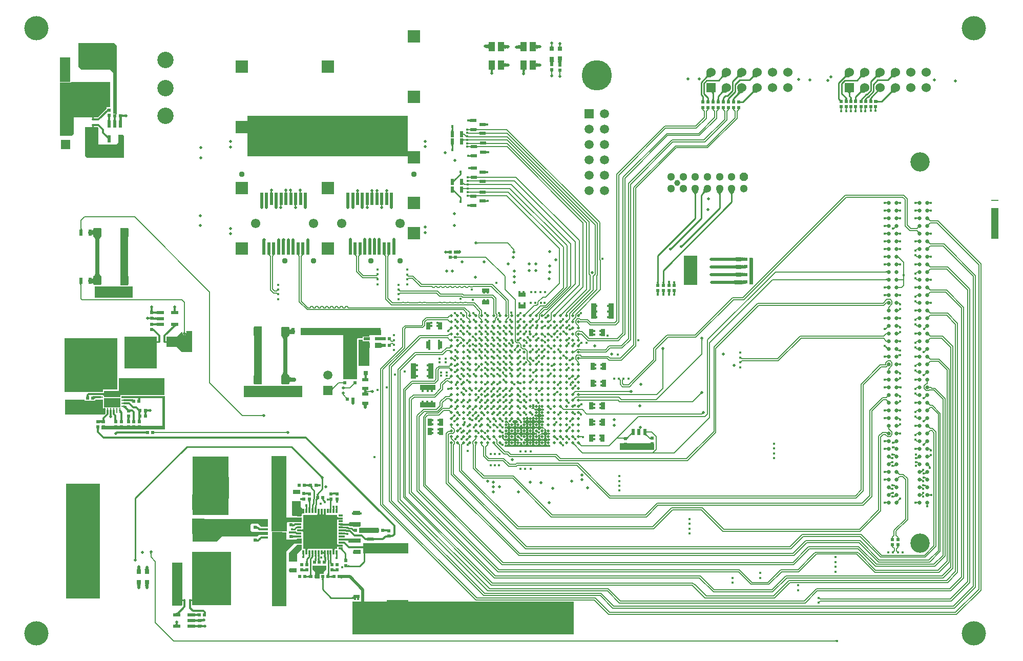
<source format=gbr>
%FSTAX23Y23*%
%MOIN*%
%SFA1B1*%

%IPPOS*%
%AMD35*
4,1,8,0.025600,-0.026700,0.025600,0.026700,0.021700,0.030500,-0.021700,0.030500,-0.025600,0.026700,-0.025600,-0.026700,-0.021700,-0.030500,0.021700,-0.030500,0.025600,-0.026700,0.0*
1,1,0.007717,0.021700,-0.026700*
1,1,0.007717,0.021700,0.026700*
1,1,0.007717,-0.021700,0.026700*
1,1,0.007717,-0.021700,-0.026700*
%
%AMD83*
4,1,8,-0.012800,-0.025600,0.012800,-0.025600,0.025600,-0.012800,0.025600,0.012800,0.012800,0.025600,-0.012800,0.025600,-0.025600,0.012800,-0.025600,-0.012800,-0.012800,-0.025600,0.0*
%
%ADD10C,0.012008*%
%ADD11R,0.050000X0.029921*%
%ADD12O,0.050000X0.029921*%
%ADD13R,0.029724X0.011811*%
%ADD14R,0.011811X0.029724*%
%ADD15R,0.220472X0.220472*%
%ADD16R,0.031496X0.031496*%
%ADD17R,0.051181X0.021654*%
%ADD18R,0.021654X0.051181*%
%ADD19R,0.066929X0.070866*%
%ADD20R,0.010000X0.010000*%
%ADD21R,0.070866X0.066929*%
%ADD22R,0.010000X0.010000*%
%ADD23R,0.039370X0.023622*%
%ADD24R,0.021654X0.023622*%
%ADD25R,0.023622X0.021654*%
%ADD26R,0.023622X0.039370*%
%ADD27R,0.070079X0.140157*%
%ADD28R,0.019685X0.078740*%
%ADD29R,0.043307X0.059055*%
%ADD30R,0.027559X0.051181*%
%ADD31R,0.066929X0.035433*%
%ADD32R,0.051181X0.027559*%
%ADD33R,0.102362X0.035433*%
%ADD34R,0.035433X0.102362*%
G04~CAMADD=35~8~0.0~0.0~610.2~511.8~38.6~0.0~15~0.0~0.0~0.0~0.0~0~0.0~0.0~0.0~0.0~0~0.0~0.0~0.0~270.0~512.0~610.0*
%ADD35D35*%
%ADD36C,0.025000*%
%ADD37R,0.031693X0.009843*%
%ADD38R,0.009843X0.031693*%
%ADD39R,0.106299X0.059055*%
%ADD40R,0.106299X0.041339*%
%ADD41R,0.023622X0.043307*%
%ADD42R,0.029921X0.015945*%
%ADD43R,0.038976X0.015945*%
%ADD44R,0.067913X0.038976*%
%ADD45R,0.140157X0.070079*%
%ADD46R,0.039370X0.035433*%
%ADD47R,0.039370X0.019685*%
%ADD48R,0.078740X0.098425*%
%ADD49R,0.464566X0.078740*%
%ADD50C,0.019685*%
%ADD51C,0.020000*%
%ADD52C,0.010000*%
%ADD53C,0.005984*%
%ADD54C,0.005000*%
%ADD55C,0.006890*%
%ADD56C,0.006614*%
%ADD57C,0.007992*%
%ADD58C,0.006614*%
%ADD59C,0.025000*%
%ADD60C,0.010000*%
%ADD61R,0.220000X0.747006*%
%ADD62R,0.249015X0.075984*%
%ADD63R,0.379999X0.075984*%
%ADD64R,0.050000X0.005000*%
%ADD65R,0.050000X0.200000*%
%ADD66R,0.129015X0.035984*%
%ADD67R,0.235984X0.379999*%
%ADD68R,0.072992X0.027008*%
%ADD69R,1.441296X0.215078*%
%ADD70R,0.084016X0.025000*%
%ADD71R,0.294015X0.067008*%
%ADD72R,0.254999X0.349015*%
%ADD73R,0.060000X0.060000*%
%ADD74C,0.060000*%
%ADD75R,0.065000X0.160000*%
%ADD76R,0.160000X0.065000*%
%ADD77C,0.125984*%
%ADD78C,0.157480*%
%ADD79C,0.061024*%
%ADD80C,0.106299*%
%ADD81C,0.039370*%
%ADD82C,0.051181*%
G04~CAMADD=83~4~0.0~0.0~511.8~511.8~0.0~128.0~0~0.0~0.0~0.0~0.0~0~0.0~0.0~0.0~0.0~0~0.0~0.0~0.0~180.0~512.0~512.0*
%ADD83D83*%
%ADD84R,0.059055X0.059055*%
%ADD85C,0.059055*%
%ADD86C,0.037401*%
%ADD87R,0.078740X0.078740*%
%ADD88C,0.196850*%
%ADD89C,0.015984*%
%ADD90C,0.020000*%
%ADD91C,0.015000*%
%ADD92C,0.025000*%
%ADD93C,0.019685*%
%LNatfc_copper_signal_top-1*%
%LPD*%
G36*
X0339Y0304D02*
X0339Y03041D01*
X0339Y03042*
X03389Y03043*
X03388Y03043*
X03387Y03044*
X03386Y03045*
X03384Y03045*
X03383Y03045*
X03381Y03045*
X03378Y03046*
Y03058*
X0339Y03058*
X0339Y0304*
G37*
G36*
X08504Y03031D02*
X08504Y03031D01*
X08504Y03032*
X08503Y03032*
X08503Y03033*
X08502Y03033*
X08501Y03033*
X085Y03033*
X085Y03033*
X08499Y03033*
X08498Y03033*
X08498Y03032*
X08497Y03032*
X08497Y03032*
X08496Y03031*
Y03042*
X08497Y03042*
X08497Y03041*
X08498Y03041*
X08498Y03041*
X08499Y0304*
X085Y0304*
X085Y0304*
X08501Y0304*
X08502Y0304*
X08503Y03041*
X08503Y03041*
X08504Y03042*
X08504Y03042*
X08504Y03043*
Y03031*
G37*
G36*
X05856Y03047D02*
X05856Y03047D01*
X05861Y03043*
X05861Y03043*
X05863Y03041*
X05862*
X05861Y03041*
X0586Y03041*
X0586Y0304*
X05859Y0304*
X05859Y0304*
X05859Y0304*
X05858Y03039*
X05858Y03039*
X05858Y03038*
X05858Y03037*
X05858Y03036*
X05856Y03038*
X05856Y03038*
X05855Y03037*
X05851Y03041*
X05851Y03042*
X05852Y03043*
X0585Y03044*
X05851Y03044*
X05851Y03045*
X05852Y03045*
X05853Y03045*
X05853Y03045*
X05853Y03045*
X05854Y03046*
X05854Y03047*
X05854Y03047*
X05854Y03048*
X05854Y03049*
X05856Y03047*
G37*
G36*
X05912Y03049D02*
X05912Y03048D01*
X05913Y03047*
X05913Y03046*
X05913Y03046*
X05913Y03045*
X05914Y03045*
X05914Y03045*
X05915Y03045*
X05915Y03045*
X05916Y03045*
X05916Y03045*
X05915Y03042*
X05916Y03042*
X05915Y03042*
X05914Y03035*
X05914Y03035*
X05913Y03036*
X05912Y03037*
X0591Y03039*
X0591Y03039*
X05909Y0304*
X05908Y0304*
X05908Y0304*
X05907Y03041*
X05906Y03041*
X05905Y03041*
X05905Y03041*
X05904Y03041*
X05912Y03049*
X05912Y03049*
G37*
G36*
X0839Y03039D02*
X0839Y03039D01*
X08389Y03039*
X08388Y03038*
X08387Y03038*
X08386Y03038*
X08386Y03038*
X08385Y03037*
X08385Y03037*
X08384Y03037*
X08383Y03036*
X0838Y0304*
X0838Y0304*
X08381Y03041*
X08381Y03041*
X08382Y03042*
X08382Y03043*
X08382Y03043*
X08382Y03044*
X08382Y03045*
X08382Y03046*
X08382Y03047*
X0839Y03039*
G37*
G36*
X0603Y03049D02*
X06031Y03048D01*
X06031Y03047*
X06031Y03046*
X06031Y03046*
X06031Y03045*
X06032Y03044*
X06032Y03044*
X06033Y03044*
X06033Y03044*
X06034Y03043*
X06035Y03043*
X06035Y03043*
X06036Y03043*
X06031Y03039*
X0603Y03038*
X06029Y03038*
X06027Y03036*
X06027Y03037*
Y03038*
X06027Y03038*
X06027Y03039*
X06027Y0304*
X06027Y0304*
X06026Y0304*
X06025Y03041*
X06024Y03041*
X06024Y03041*
X06023Y03041*
X06022Y03041*
X06031Y03049*
X0603Y03049*
G37*
G36*
X05501Y03047D02*
X05502Y03048D01*
X05502Y03048*
X05503Y03049*
X05507Y03045*
X05507Y03044*
X05506Y03043*
X05506Y03043*
X05508Y03041*
X05507Y03041*
X05506Y03041*
X05505Y03041*
X05505Y03041*
X05505Y03041*
X05505Y0304*
X05504Y0304*
X05504Y03039*
X05504Y03038*
X05503Y0304*
X05502Y0304*
X05502Y03039*
X05501Y03038*
X055Y03038*
X05496Y03042*
X05497Y03043*
X05497Y03043*
X05498Y03044*
X05498Y03044*
X05496Y03046*
X05497*
X05498Y03046*
X05498Y03046*
X05499Y03046*
X05499Y03046*
X05499Y03047*
X05499Y03048*
X05499Y03049*
X05499Y03049*
X05501Y03047*
G37*
G36*
X05777D02*
X05777Y03048D01*
X05778Y03048*
X05778Y03049*
X05783Y03045*
X05782Y03044*
X05782Y03043*
X05781Y03043*
X05783Y03041*
X05783Y03041*
X05782Y03041*
X05781Y03041*
X0578Y03041*
X0578Y03041*
X0578Y0304*
X0578Y0304*
X0578Y03039*
X0578Y03038*
X05778Y0304*
X05778Y0304*
X05777Y03039*
X05777Y03038*
X05776Y03038*
X05772Y03042*
X05772Y03043*
X05773Y03043*
X05773Y03044*
X05774Y03044*
X05772Y03046*
X05773*
X05773Y03046*
X05774Y03046*
X05775Y03046*
X05775Y03046*
X05775Y03047*
X05775Y03048*
X05775Y03049*
X05775Y03049*
X05777Y03047*
G37*
G36*
X08306Y0305D02*
X08306Y0305D01*
X08307Y03049*
X08308Y03049*
X08308Y03048*
X08309Y03048*
X08309Y03048*
X0831*
X0831Y03048*
X08311Y03048*
X08304Y03041*
X08304Y03042*
X08304Y03042*
Y03043*
X08304Y03043*
X08304Y03044*
X08303Y03045*
X08303Y03045*
X08303Y03046*
X08302Y03046*
X08301Y03047*
X08305Y03051*
X08306Y0305*
G37*
G36*
X05705Y03041D02*
X05704Y03041D01*
X05703Y03041*
X05702Y03041*
X05702Y03041*
X05701Y0304*
X057Y0304*
X05699Y0304*
X05699Y03039*
X05699Y03039*
X05698Y03039*
X05698Y03038*
X05697Y03037*
X05697Y03037*
X05697Y03036*
X05697Y03035*
X05697Y03035*
X05696Y03034*
X0569Y03043*
X0569Y03043*
X05691*
X05692Y03043*
X05692Y03043*
X05693Y03043*
X05694Y03043*
X05694Y03044*
X05695Y03044*
X05695Y03044*
X05695Y03045*
X05696Y03046*
X05696Y03046*
X05696Y03047*
X05696Y03048*
X05696Y03049*
X05696Y03049*
X05705Y03041*
G37*
G36*
X05541Y03047D02*
X05541Y03048D01*
X05542Y03048*
X05542Y03049*
X05546Y03045*
X05546Y03044*
X05545Y03043*
X05545Y03043*
X05547Y03041*
X05546Y03041*
X05546Y03041*
X05545Y03041*
X05544Y03041*
X05544Y03041*
X05544Y0304*
X05544Y0304*
X05544Y03039*
X05544Y03038*
X05542Y0304*
X05542Y0304*
X05541Y03039*
X0554Y03038*
X0554Y03038*
X05535Y03042*
X05536Y03043*
X05537Y03043*
X05537Y03044*
X05537Y03044*
X05536Y03046*
X05536*
X05537Y03046*
X05538Y03046*
X05538Y03046*
X05538Y03046*
X05539Y03047*
X05539Y03048*
X05539Y03049*
X05539Y03049*
X05541Y03047*
G37*
G36*
X0558D02*
X0558Y03048D01*
X05581Y03048*
X05582Y03049*
X05586Y03045*
X05585Y03044*
X05585Y03043*
X05584Y03043*
X05586Y03041*
X05586Y03041*
X05585Y03041*
X05584Y03041*
X05583Y03041*
X05583Y03041*
X05583Y0304*
X05583Y0304*
X05583Y03039*
X05583Y03038*
X05581Y0304*
X05581Y0304*
X0558Y03039*
X0558Y03038*
X05579Y03038*
X05575Y03042*
X05575Y03043*
X05576Y03043*
X05577Y03044*
X05577Y03044*
X05575Y03046*
X05576*
X05577Y03046*
X05577Y03046*
X05578Y03046*
X05578Y03046*
X05578Y03047*
X05578Y03048*
X05578Y03049*
X05578Y03049*
X0558Y03047*
G37*
G36*
X05659D02*
X05659Y03048D01*
X0566Y03048*
X0566Y03049*
X05665Y03045*
X05664Y03044*
X05664Y03043*
X05663Y03043*
X05665Y03041*
X05664Y03041*
X05664Y03041*
X05663Y03041*
X05662Y03041*
X05662Y03041*
X05662Y0304*
X05662Y0304*
X05662Y03039*
X05662Y03038*
X0566Y0304*
X0566Y0304*
X05659Y03039*
X05658Y03038*
X05658Y03038*
X05653Y03042*
X05654Y03043*
X05655Y03043*
X05655Y03044*
X05655Y03044*
X05654Y03046*
X05655*
X05655Y03046*
X05656Y03046*
X05656Y03046*
X05656Y03046*
X05657Y03047*
X05657Y03048*
X05657Y03049*
X05657Y03049*
X05659Y03047*
G37*
G36*
X06227Y03048D02*
X06227Y03047D01*
X06227Y03046*
X06227Y03045*
X06227Y03045*
X06228Y03044*
X06228Y03044*
X06229Y03044*
X06229Y03044*
X0623Y03044*
X06231*
X06231Y03044*
X0623Y03041*
X0623Y03041*
X06228Y0304*
X06225Y03035*
X06224Y03035*
X06224Y03036*
X06224Y03037*
X06224Y03037*
X06224Y03038*
X06223Y03039*
X06223Y03039*
X06222Y0304*
X06222Y0304*
X06221Y0304*
X0622Y03041*
X06219Y03041*
X06219Y03041*
X06218Y03041*
X06227Y03048*
X06227Y03048*
G37*
G36*
X05467Y03002D02*
X05467Y03002D01*
X05466Y03002*
X05465Y03002*
X05465Y03002*
X05464Y03002*
X05464Y03001*
X05463Y03001*
X05462Y03*
X05462Y03*
X05461Y02999*
X05458Y03003*
X05458Y03003*
X05459Y03004*
X05459Y03005*
X0546Y03005*
X0546Y03006*
X0546Y03007*
X0546Y03007*
X0546Y03008*
Y03008*
X0546Y03009*
X05467Y03002*
G37*
G36*
X05705Y03002D02*
X05704Y03002D01*
X05703Y03002*
X05702Y03002*
X05702Y03001*
X05701Y03001*
X057Y03001*
X05699Y03*
X05699Y03*
X05699Y03*
X05698Y02999*
X05698Y02999*
X05697Y02998*
X05697Y02997*
X05697Y02997*
X05697Y02996*
X05697Y02995*
X05696Y02995*
X0569Y03003*
X0569Y03003*
X05691*
X05692Y03003*
X05692Y03004*
X05693Y03004*
X05694Y03004*
X05694Y03004*
X05695Y03005*
X05695Y03005*
X05695Y03006*
X05696Y03006*
X05696Y03007*
X05696Y03008*
X05696Y03009*
X05696Y03009*
X05696Y0301*
X05705Y03002*
G37*
G36*
X05744D02*
X05743Y03002D01*
X05742Y03002*
X05742Y03002*
X05741Y03001*
X0574Y03001*
X05739Y03001*
X05739Y03*
X05738Y03*
X05738Y03*
X05738Y02999*
X05737Y02999*
X05737Y02998*
X05737Y02997*
X05736Y02997*
X05736Y02996*
X05736Y02995*
X05736Y02995*
X05729Y03003*
X0573Y03003*
X0573*
X05731Y03003*
X05732Y03004*
X05732Y03004*
X05733Y03004*
X05734Y03004*
X05734Y03005*
X05734Y03005*
X05735Y03006*
X05735Y03006*
X05735Y03007*
X05735Y03008*
X05735Y03009*
X05736Y03009*
X05735Y0301*
X05744Y03002*
G37*
G36*
X05783D02*
X05783Y03002D01*
X05782Y03002*
X05781Y03002*
X0578Y03001*
X0578Y03001*
X05779Y03001*
X05778Y03*
X05778Y03*
X05777Y02999*
X05777Y02998*
X05777Y02998*
X05777Y02997*
X05777Y02996*
Y02996*
X05769Y03004*
X0577Y03004*
X0577Y03004*
X05771Y03004*
X05772Y03004*
X05772Y03004*
X05773Y03005*
X05773Y03005*
X05774Y03006*
X05774Y03006*
X05775Y03007*
X05775Y03008*
X05775Y03009*
X05775Y03009*
X05775Y0301*
X05783Y03002*
G37*
G36*
X05823D02*
X05822Y03002D01*
X05821Y03002*
X0582Y03002*
X0582Y03001*
X05819Y03001*
X05818Y03001*
X05817Y03*
X05817Y03*
X05817Y02999*
X05817Y02999*
X05817Y02998*
X05816Y02997*
X05816Y02996*
Y02996*
X05808Y03004*
X05809Y03004*
X0581Y03004*
X0581Y03004*
X05811Y03004*
X05812Y03004*
X05812Y03005*
X05813Y03005*
X05813Y03006*
X05814Y03006*
X05814Y03007*
X05814Y03008*
X05814Y03009*
X05814Y03009*
X05814Y0301*
X05823Y03002*
G37*
G36*
X05862D02*
X05861Y03002D01*
X05861Y03002*
X0586Y03002*
X05859Y03001*
X05858Y03001*
X05858Y03001*
X05858Y03001*
X05858Y03*
X05858Y02999*
X05858Y02999*
X05858Y02998*
X05858Y02997*
X05855Y02999*
X05855Y02998*
X05852Y03001*
X05848Y03003*
X05849Y03004*
X0585Y03004*
X0585Y03004*
X05851Y03004*
X05852Y03005*
X05852Y03005*
Y03005*
X05853Y03006*
X05853Y03006*
X05853Y03007*
X05853Y03008*
X05854Y03009*
X05854Y03009*
X05854Y0301*
X05862Y03002*
G37*
G36*
X04922Y03021D02*
X04921Y03021D01*
X04921Y0302*
X0492Y03019*
X0492Y03018*
X0492Y03016*
X04919Y03015*
X04919Y03012*
X04919Y03007*
X04899*
X04899Y0301*
X04899Y03015*
X04898Y03016*
X04898Y03018*
X04898Y03019*
X04897Y0302*
X04896Y03021*
X04896Y03021*
X04895Y03021*
X04923*
X04922Y03021*
G37*
G36*
X06314Y03019D02*
X06314Y03019D01*
X06313Y03019*
X06312Y03019*
X06312Y03019*
X06311Y03018*
X0631Y03018*
X0631Y03018*
X06309Y03017*
X06309Y03017*
X06309Y03017*
X06308Y03016*
X06308Y03015*
X06307Y03015*
X06307Y03014*
X06307Y03013*
X06306Y03012*
X06306Y03012*
X06306Y03011*
X06299Y03021*
X063Y03021*
X06301Y0302*
X06301Y03021*
X06302Y03021*
X06303Y03021*
X06304Y03021*
X06304Y03022*
X06305Y03022*
X06305Y03022*
X06305Y03023*
X06306Y03024*
X06306Y03024*
X06306Y03025*
X06306Y03026*
X06306Y03026*
X06306Y03027*
X06314Y03019*
G37*
G36*
X08577Y03032D02*
X08577Y03031D01*
Y03031*
X08577Y0303*
X08577Y03029*
X08577Y03029*
X08578Y03028*
X08578Y03028*
X08579Y03027*
X08579Y03026*
X08576Y03023*
X08575Y03023*
X08575Y03024*
X08574Y03024*
X08573Y03025*
X08573Y03025*
X08572Y03025*
X08572Y03025*
X08571*
X08571Y03025*
X0857Y03025*
X08577Y03032*
X08577Y03032*
G37*
G36*
X0484Y03049D02*
X0484Y03048D01*
X0484Y03047*
X0484Y03044*
X0484Y03031*
X0482*
X0482Y03034*
X0482Y03042*
X04819Y03044*
X04819Y03046*
X04818Y03047*
X04818Y03048*
X04817Y03049*
X04816Y03049*
X04839*
X0484Y03049*
G37*
G36*
X05912Y03009D02*
X05912Y03009D01*
X05913Y03008*
X05913Y03007*
X05913Y03007*
X05913Y03007*
X05914Y03007*
X05915Y03007*
X05915*
X05914Y03005*
X05914Y03005*
X05914Y03004*
X05915Y03003*
X05916Y03003*
X05911Y02998*
X05911Y02999*
X0591Y03*
X05909Y03*
X05909Y03*
X05907Y02999*
X05907Y02999*
X05907Y03*
X05907Y03001*
X05907Y03001*
X05907Y03001*
X05906Y03002*
X05905Y03002*
X05905Y03002*
X05904Y03002*
X05906Y03004*
X05906Y03004*
X05905Y03005*
X05905Y03005*
X05909Y03009*
X05909Y03009*
X0591Y03008*
X0591Y03008*
X05912Y0301*
X05912Y03009*
G37*
G36*
X05952D02*
X05952Y03009D01*
X05952Y03008*
X05952Y03007*
X05952Y03007*
X05953Y03007*
X05953Y03007*
X05954Y03007*
X05955*
X05953Y03005*
X05953Y03005*
X05954Y03004*
X05954Y03003*
X05955Y03003*
X05951Y02998*
X0595Y02999*
X05949Y03*
X05949Y03*
X05948Y03*
X05947Y02999*
X05947Y02999*
X05947Y03*
X05947Y03001*
X05946Y03001*
X05946Y03001*
X05946Y03002*
X05945Y03002*
X05944Y03002*
X05943Y03002*
X05945Y03004*
X05945Y03004*
X05945Y03005*
X05944Y03005*
X05948Y03009*
X05949Y03009*
X05949Y03008*
X0595Y03008*
X05952Y0301*
X05952Y03009*
G37*
G36*
X06267Y03013D02*
X06267Y03014D01*
X06266Y03014*
X06266Y03014*
X06265*
X06265Y03014*
X06264Y03014*
X06264Y03014*
X06263Y03013*
X06263Y03013*
X06262Y03012*
X06259Y03018*
X06266Y03024*
X06267Y03013*
G37*
G36*
X05744Y03041D02*
X05743Y03041D01*
X05742Y03041*
X05742Y03041*
X05741Y03041*
X0574Y0304*
X05739Y0304*
X05739Y0304*
X05738Y03039*
X05738Y03039*
X05738Y03039*
X05737Y03038*
X05737Y03037*
X05737Y03037*
X05736Y03036*
X05736Y03035*
X05736Y03035*
X05736Y03034*
X05729Y03043*
X0573Y03043*
X0573*
X05731Y03043*
X05732Y03043*
X05732Y03043*
X05733Y03043*
X05734Y03044*
X05734Y03044*
X05734Y03044*
X05735Y03045*
X05735Y03046*
X05735Y03046*
X05735Y03047*
X05735Y03048*
X05736Y03049*
X05735Y03049*
X05744Y03041*
G37*
G36*
X05467Y03081D02*
X05467Y03081D01*
X05466Y03081*
X05465Y03081*
X05465Y0308*
X05464Y0308*
X05464Y0308*
X05463Y0308*
X05462Y03079*
X05462Y03079*
X05461Y03078*
X05458Y03082*
X05458Y03082*
X05459Y03083*
X05459Y03083*
X0546Y03084*
X0546Y03085*
X0546Y03085*
X0546Y03086*
X0546Y03086*
Y03087*
X0546Y03088*
X05467Y03081*
G37*
G36*
X05823Y0308D02*
X05822Y0308D01*
X05821Y0308*
X0582Y0308*
X0582Y0308*
X05819Y0308*
X05818Y03079*
X05817Y03079*
X05817Y03078*
X05817Y03078*
X05816Y03078*
X05816Y03077*
X05816Y03077*
X05815Y03076*
X05815Y03075*
X05815Y03075*
X05815Y03074*
X05815Y03073*
X05808Y03082*
X05808Y03082*
X05809*
X0581Y03082*
X0581Y03082*
X05811Y03083*
X05812Y03083*
X05812Y03083*
X05813Y03083*
X05813Y03084*
X05813Y03084*
X05814Y03085*
X05814Y03086*
X05814Y03087*
X05814Y03087*
X05814Y03088*
X05814Y03089*
X05823Y0308*
G37*
G36*
X06305Y03095D02*
X06306Y03094D01*
X06306Y03094*
X06307Y03093*
X06308Y03093*
X06308Y03092*
X06309Y03092*
X0631Y03092*
X06311Y03092*
X06312Y03092*
X06311Y03086*
X0631Y03086*
X06309Y03086*
X06308Y03086*
X06308Y03086*
X06307Y03085*
X06306Y03085*
X06305Y03085*
X06305Y03084*
X06304Y03084*
X06303Y03083*
X06305Y03095*
X06305Y03095*
G37*
G36*
X03109Y03084D02*
X0311Y03081D01*
X0311Y0308*
X0311Y03079*
X0311Y03078*
X03111Y03078*
X03111Y03077*
X03111Y03077*
X03112Y03077*
X03095*
X03095Y03077*
X03096Y03077*
X03096Y03078*
X03096Y03078*
X03097Y03079*
X03097Y0308*
X03097Y03081*
X03097Y03083*
X03097Y03086*
X03109*
X03109Y03084*
G37*
G36*
X03209Y03079D02*
X03209Y0308D01*
X03209Y03081*
X03208Y03082*
X03207Y03083*
X03206Y03083*
X03205Y03084*
X03203Y03084*
X03201Y03085*
X03199Y03085*
X03197Y03085*
Y03097*
X03199Y03097*
X03201Y03097*
X03203Y03097*
X03205Y03098*
X03206Y03098*
X03207Y03099*
X03208Y031*
X03209Y03101*
X03209Y03102*
X03209Y03103*
Y03079*
G37*
G36*
X05737Y03087D02*
X05738Y03087D01*
X05738Y03088*
X05739Y03088*
X05743Y03084*
X05743Y03083*
X05742Y03083*
X05742Y03082*
X05744Y0308*
X05743Y0308*
X05742Y0308*
X05742Y0308*
X05741Y0308*
X05741Y0308*
X05741Y0308*
X05741Y03079*
X05741Y03078*
X05741Y03077*
X05739Y03079*
X05739Y03079*
X05738Y03078*
X05737Y03078*
X05736Y03077*
X05732Y03081*
X05733Y03082*
X05734Y03083*
X05734Y03084*
X05734Y03084*
X05733Y03085*
X05733*
X05734Y03085*
X05735Y03086*
X05735Y03086*
X05735Y03086*
X05735Y03087*
X05735Y03087*
X05736Y03088*
X05735Y03089*
X05737Y03087*
G37*
G36*
X05705Y0308D02*
X05704Y0308D01*
X05703Y0308*
X05702Y0308*
X05702Y0308*
X05701Y0308*
X057Y03079*
X05699Y03079*
X05699Y03078*
X05698Y03078*
X05697Y03076*
X05696Y03076*
X05696Y03075*
X05696Y03075*
X05694Y0308*
X05693Y03081*
X05693Y03082*
X05692Y03085*
X05693Y03085*
X05694Y03085*
X05694Y03085*
X05695*
X05695Y03085*
X05695Y03085*
X05696Y03085*
X05696Y03086*
X05696Y03087*
X05696Y03087*
X05696Y03088*
X05696Y03089*
X05705Y0308*
G37*
G36*
X05855Y03087D02*
X05856Y03087D01*
X05856Y03087*
X05857Y03088*
X05857Y03088*
X05861Y03084*
X05861Y03083*
X0586Y03082*
X0586Y03082*
X05862Y0308*
X05861Y0308*
X05861Y0308*
X0586Y0308*
X05859Y0308*
X05859Y0308*
X05858Y03079*
X05858Y03079*
X05858Y03078*
X05858Y03077*
X05857Y03079*
X05856Y03078*
X05855Y03078*
X05855Y03077*
X0585Y03081*
X05851Y03082*
X05852Y03083*
X05852Y03084*
X05853Y03084*
X05851Y03086*
X05852Y03086*
X05852*
X05853Y03086*
X05853Y03086*
X05853Y03087*
X05854Y03087*
X05854Y03088*
X05854Y03089*
X05855Y03087*
G37*
G36*
X08498Y03096D02*
X08499Y03095D01*
X08499Y03094*
X08499Y03093*
X08499Y03093*
X08499Y03092*
X085Y03091*
X085Y03091*
X085Y0309*
X08501Y0309*
X08497Y03086*
X08497Y03087*
X08496Y03087*
X08496Y03087*
X08495Y03088*
X08494Y03088*
X08494Y03088*
X08493Y03088*
X08492Y03089*
X08491Y03089*
X08491Y03089*
X08498Y03097*
X08498Y03096*
G37*
G36*
X05912Y03088D02*
X05912Y03087D01*
X05913Y03087*
X05913Y03086*
X05913Y03086*
X05913Y03086*
X05914Y03085*
X05915Y03085*
X05915*
X05914Y03084*
X05914Y03084*
X05914Y03083*
X05915Y03082*
X05916Y03081*
X05911Y03077*
X05911Y03078*
X0591Y03078*
X05909Y03079*
X05909Y03079*
X05907Y03077*
X05907Y03078*
X05907Y03079*
X05907Y0308*
X05907Y0308*
X05907Y0308*
X05906Y0308*
X05905Y0308*
X05905Y0308*
X05904Y0308*
X05906Y03082*
X05906Y03083*
X05905Y03083*
X05905Y03084*
X05909Y03088*
X05909Y03088*
X0591Y03087*
X0591Y03087*
X05912Y03089*
X05912Y03088*
G37*
G36*
X05783Y0308D02*
X05783Y0308D01*
X05782Y0308*
X05781Y0308*
X0578Y0308*
X0578Y0308*
X05779Y03079*
X05778Y03079*
X05777Y03078*
X05777Y03078*
X05775Y03076*
X05775Y03076*
X05775Y03075*
X05774Y03075*
X05773Y0308*
X05772Y03081*
X05772Y03082*
X05771Y03085*
X05772Y03085*
X05772Y03085*
X05773Y03085*
X05773*
X05774Y03085*
X05774Y03085*
X05774Y03085*
X05775Y03086*
X05775Y03087*
X05775Y03087*
X05775Y03088*
X05775Y03089*
X05783Y0308*
G37*
G36*
X03258Y03085D02*
X03247Y03085D01*
X03246Y03097*
X03247*
X0325Y03097*
X03251Y03097*
X03252Y03097*
X03252Y03098*
X03252Y03098*
X03253Y03098*
X03253Y03098*
X03258Y03085*
G37*
G36*
X03603Y03085D02*
X03305D01*
Y03196*
X03603*
Y03085*
G37*
G36*
X08384Y03087D02*
X08385Y03086D01*
X08385Y03086*
X08386Y03086*
X08386Y03085*
X08387Y03085*
X08388Y03085*
X08389Y03085*
X0839Y03085*
X0839Y03085*
X08382Y03077*
X08382Y03078*
X08382Y03078*
X08382Y03079*
X08382Y0308*
X08382Y03081*
X08382Y03081*
X08381Y03082*
X08381Y03083*
X0838Y03083*
X0838Y03084*
X08383Y03087*
X08384Y03087*
G37*
G36*
X03201Y03D02*
X03218D01*
Y02966*
X03212Y02959*
X02954*
Y03056*
X03083*
Y0305*
X03152*
Y03056*
X03201*
Y03*
G37*
G36*
X05462Y03062D02*
X05462Y03062D01*
X05463Y03061*
X05464Y03061*
X05464Y0306*
X05465Y0306*
X05465Y0306*
X05466Y0306*
X05467Y0306*
X05467Y0306*
X0546Y03053*
X0546Y03054*
Y03054*
X0546Y03055*
X0546Y03055*
X0546Y03056*
X0546Y03057*
X05459Y03057*
X05459Y03058*
X05458Y03059*
X05458Y03059*
X05461Y03063*
X05462Y03062*
G37*
G36*
X03158Y03065D02*
X03156Y03065D01*
X03154Y03065*
X03152Y03065*
X0315Y03064*
X03149Y03064*
X03148Y03063*
X03147Y03062*
X03146Y03061*
X03146Y0306*
X03146Y03059*
X03146Y03077*
X03146*
X03147Y03077*
X03158Y03077*
Y03065*
G37*
G36*
X06305Y03056D02*
X06305Y03056D01*
X06306Y03055*
X06307Y03055*
X06307Y03054*
X06308Y03054*
X06309Y03054*
X0631Y03054*
X06311Y03054*
X06312Y03054*
Y03048*
X06311*
X0631Y03048*
X06309Y03047*
X06308Y03047*
X06307Y03047*
X06307Y03047*
X06306Y03046*
X06305Y03046*
X06305Y03045*
X06304Y03045*
Y03057*
X06305Y03056*
G37*
G36*
X05823Y03041D02*
X05822Y03041D01*
X05821Y03041*
X0582Y03041*
X0582Y03041*
X05819Y0304*
X05818Y0304*
X05817Y0304*
X05817Y03039*
X05816Y03039*
X05815Y03037*
X05815Y03037*
X05814Y03036*
X05814Y03035*
X05812Y03041*
X05811Y03042*
X05812Y03043*
X05811Y03046*
X05811Y03046*
X05812Y03045*
X05812Y03045*
X05813*
X05813Y03045*
X05814Y03045*
X05814Y03046*
X05814Y03046*
X05814Y03047*
X05814Y03048*
X05814Y03049*
X05814Y03049*
X05823Y03041*
G37*
G36*
X05952Y03049D02*
X05952Y03048D01*
X05952Y03047*
X05952Y03046*
X05952Y03046*
X05953Y03046*
X05953Y03046*
X05954Y03046*
X05955*
X05953Y03044*
X05953Y03044*
X05954Y03043*
X05954Y03043*
X05955Y03042*
X05951Y03038*
X0595Y03038*
X05949Y03039*
X05949Y0304*
X05948Y0304*
X05947Y03038*
X05947Y03039*
X05947Y0304*
X05947Y0304*
X05946Y03041*
X05946Y03041*
X05946Y03041*
X05945Y03041*
X05944Y03041*
X05943Y03041*
X05945Y03043*
X05945Y03043*
X05945Y03044*
X05944Y03045*
X05948Y03049*
X05949Y03048*
X05949Y03048*
X0595Y03047*
X05952Y03049*
X05952Y03049*
G37*
G36*
X0564Y03059D02*
X0564Y03058D01*
X05639Y03057*
X05639Y03056*
X05638Y03056*
X05638Y03055*
X05637Y03054*
X05637Y03053*
X05637Y03053*
X05637Y03052*
Y03051*
X05629Y0306*
X0563Y0306*
X05631*
X05631Y0306*
X05632Y0306*
X05633Y03061*
X05634Y03061*
X05634Y03061*
X05635Y03062*
X05636Y03063*
X05637Y03063*
X0564Y03059*
G37*
G36*
X05952Y0309D02*
X05952Y03089D01*
X05952Y03088*
X05953Y03087*
X05953Y03087*
X05953Y03086*
X05954Y03085*
X05954Y03084*
X05955Y03084*
X05955Y03084*
X05955Y03084*
X05956Y03083*
X05956Y03083*
X05957Y03083*
X05958Y03083*
X05958Y03083*
X05959Y03082*
X0596*
X05952Y03074*
X05952Y03075*
X05952Y03076*
X05952Y03077*
X05952Y03077*
X05951Y03078*
X05951Y03079*
X05951Y03079*
X05951Y03079*
X0595Y0308*
X05949Y0308*
X05949Y03081*
X05948Y03081*
X05947Y03081*
X05946*
X05946Y03081*
X05945Y03081*
X05952Y0309*
X05952Y0309*
G37*
G36*
X08562Y03075D02*
X08561Y03075D01*
X08561Y03075*
X0856Y03075*
X08559Y03075*
X08558Y03074*
X08558Y03074*
X08557Y03074*
X08556Y03073*
X08556Y03072*
X08555Y03072*
X08552Y03075*
X08554Y03071*
X08554Y03071*
X08553Y0307*
X08553Y03069*
X08552Y03069*
X08552Y03068*
X08552Y03068*
X08551Y03067*
X08551Y03066*
X08551Y03066*
X08551Y03065*
X08545Y03074*
X08545Y03074*
X08546Y03074*
X08547Y03074*
X08547Y03074*
X08548Y03074*
X08548Y03075*
X08549Y03075*
X0855Y03075*
X0855Y03076*
X08551Y03076*
X08551Y03077*
X08552Y03078*
X08552Y03078*
X08553Y03079*
X08553Y0308*
X08553Y0308*
X08554Y03081*
X08554Y03082*
X08554Y03083*
X08553Y03083*
X08562Y03075*
G37*
G36*
X08311Y03075D02*
X0831Y03075D01*
X0831Y03075*
X08309*
X08309Y03075*
X08308Y03075*
X08308Y03075*
X08307Y03074*
X08306Y03074*
X08306Y03073*
X08305Y03073*
X08301Y03076*
X08302Y03077*
X08303Y03078*
X08303Y03078*
X08303Y03079*
X08304Y03079*
X08304Y0308*
X08304Y03081*
Y03081*
X08304Y03082*
X08304Y03082*
X08311Y03075*
G37*
G36*
X0627Y03059D02*
X06269Y03059D01*
X06269Y03058*
X06268Y03057*
X06268Y03056*
X06267Y03056*
X06267Y03055*
X06267Y03054*
X06267Y03053*
X06267Y03053*
X06267Y03052*
X06258Y0306*
X06259Y0306*
X0626Y0306*
X06261Y03061*
X06261Y03061*
X06262Y03061*
X06263Y03061*
X06264Y03062*
X06264Y03062*
X06265Y03063*
X06266Y03064*
X0627Y03059*
G37*
G36*
X05649Y03065D02*
X05648Y03065D01*
X05647Y03064*
X05647Y03064*
X05645Y03063*
X05645Y03063*
X05644Y03062*
X05643Y03061*
X05637Y03064*
X05637Y03064*
X05638Y03065*
X05638Y03065*
X05639Y03066*
X05639Y03067*
X05639Y03067*
X05639Y03068*
X05639Y03068*
X05639Y03069*
X05639Y0307*
X05649Y03065*
G37*
G36*
X04784Y03074D02*
X04786Y03072D01*
X04787Y03071*
X04788Y0307*
X04789Y0307*
X0479Y0307*
X04791*
X04791Y0307*
X04792Y0307*
X04782Y03062*
X04782Y03062*
X04782Y03063*
X04782Y03064*
X04782Y03064*
X04782Y03065*
X04781Y03066*
X0478Y03067*
X04779Y03068*
X04777Y03071*
X04782Y03075*
X04784Y03074*
G37*
G36*
X04239Y02946D02*
X04239Y02947D01*
X04238Y02948*
X04237Y02948*
X04236Y02949*
X04235Y02949*
X04235Y0295*
X04234Y0295*
X04233Y0295*
X04232Y0295*
X04231Y0295*
X04232Y02957*
X04233Y02957*
X04234Y02957*
X04234Y02957*
X04235Y02957*
X04236Y02957*
X04237Y02958*
X04238Y02958*
X04239Y02959*
X0424Y02959*
X04241Y0296*
X04239Y02946*
G37*
G36*
X05618Y02958D02*
X05617Y02958D01*
X05617Y02957*
X05616Y02957*
X05616Y02956*
X05616Y02955*
X05616Y02955*
X05615Y02954*
X05615Y02953*
X05615Y02953*
X05615Y02952*
X05607Y0296*
X05608*
X05609Y0296*
X05609Y0296*
X0561Y0296*
X05611Y02961*
X05611Y02961*
X05612Y02961*
X05612Y02962*
X05613Y02962*
X05614Y02963*
X05618Y02958*
G37*
G36*
X03258Y02961D02*
Y0296D01*
X03258Y02957*
X03259Y02956*
X03259Y02956*
X03259Y02955*
X03259Y02955*
X03259Y02955*
X03245Y02955*
X03245Y02955*
X03245Y02955*
X03246Y02956*
X03246Y02956*
X03246Y02957*
X03246Y02959*
X03246Y0296*
Y02962*
X03258Y02961*
G37*
G36*
X05645Y02944D02*
X05644Y02944D01*
X05644Y02944*
X05643Y02944*
X05642Y02944*
X05642Y02944*
X05641Y02943*
X0564Y02943*
X0564Y02942*
X05639Y02942*
X05639Y02942*
X05639Y02942*
X05638Y02941*
X05638Y0294*
X05637Y02939*
X05637Y02939*
X05637Y02938*
X05637Y02937*
X05636Y02936*
X05637Y02936*
X05637Y02935*
X05627Y02942*
X05628*
X05629Y02943*
X0563Y02943*
X0563Y02943*
X05631Y02943*
X05632Y02944*
X05633Y02944*
X05633Y02945*
X05634Y02945*
X05635Y02946*
X05635Y02946*
X05635Y02947*
X05636Y02947*
X05636Y02948*
X05637Y02949*
X05637Y02949*
X05637Y0295*
X05637Y02951*
X05637Y02951*
X05637Y02952*
X05645Y02944*
G37*
G36*
X08498Y02946D02*
X08499Y02945D01*
X08499Y02944*
X08499Y02943*
X08499Y02943*
X08499Y02942*
X085Y02941*
X085Y02941*
X085Y0294*
X08501Y0294*
X08497Y02936*
X08497Y02937*
X08496Y02937*
X08496Y02937*
X08495Y02938*
X08494Y02938*
X08494Y02938*
X08493Y02938*
X08492Y02939*
X08491Y02939*
X08491Y02939*
X08498Y02947*
X08498Y02946*
G37*
G36*
X08304Y02931D02*
X08304Y02931D01*
X08304Y02932*
X08303Y02932*
X08303Y02933*
X08302Y02933*
X08301Y02933*
X083Y02933*
X083Y02933*
X08299Y02933*
X08298Y02933*
X08298Y02932*
X08297Y02932*
X08297Y02932*
X08296Y02931*
Y02942*
X08297Y02942*
X08297Y02941*
X08298Y02941*
X08298Y02941*
X08299Y0294*
X083Y0294*
X083Y0294*
X08301Y0294*
X08302Y0294*
X08303Y02941*
X08303Y02941*
X08304Y02942*
X08304Y02942*
X08304Y02943*
Y02931*
G37*
G36*
X05588Y02962D02*
X05587Y02962D01*
X05587Y02962*
X05586Y02962*
X05585Y02961*
X05584Y02961*
X05584Y02961*
X05583Y0296*
X05583Y0296*
X05583Y02959*
X05582Y02959*
X05582Y02958*
X05582Y02957*
X05582Y02957*
X05582Y02956*
X05574Y02963*
X05574Y02963*
X05575Y02963*
X05576Y02964*
X05576Y02964*
X05577Y02964*
X05578Y02964*
X05578Y02965*
X05578Y02965*
X05578Y02966*
X05579Y02967*
Y02968*
X05578Y02968*
X05578Y02969*
X05588Y02962*
G37*
G36*
X03449Y02975D02*
X03448Y02974D01*
X03447Y02974*
X03447Y02973*
X03446Y02972*
X03445Y0297*
X03445Y02969*
X03445Y02968*
X03445Y02967*
X03445Y02965*
X03446Y02964*
X03447Y02963*
X03447Y02962*
X03448Y02961*
X03449Y02961*
X0345Y02961*
X03432Y02961*
X03432Y02961*
X03432Y02962*
X03432Y02962*
X03432Y02963*
X03432Y02965*
X03432Y02967*
X03432Y02974*
X03432Y02975*
X03432Y02975*
X0345Y02975*
X03449Y02975*
G37*
G36*
X03488D02*
X03488Y02975D01*
X03487Y02974*
X03487Y02974*
X03487Y02973*
X03486Y02972*
X03486Y0297*
X03486Y02969*
Y02968*
X03486Y02967*
X03486Y02965*
X03487Y02964*
X03487Y02963*
X03488Y02962*
X03488Y02962*
X03489Y02961*
X0349Y02961*
X03468Y02961*
X03469Y02961*
X0347Y02961*
X03471Y02962*
X03472Y02963*
X03472Y02964*
X03473Y02965*
X03473Y02967*
X03473Y02968*
X03473Y02969*
X03473Y0297*
X03472Y02972*
X03472Y02973*
X03471Y02974*
X0347Y02974*
X03469Y02975*
X03468Y02975*
X03488Y02975*
G37*
G36*
X05746Y02968D02*
X05745Y02968D01*
X05745Y02967*
X05744Y02966*
X05744Y02966*
X05744Y02965*
X05743Y02965*
X05743Y02964*
X05743Y02963*
X05743Y02962*
Y02962*
X05742Y02963*
X05742*
X05742*
X05741Y02963*
X05741Y02962*
X0574Y02962*
X0574Y02962*
X05739Y02961*
X05738Y02961*
X05737Y0296*
X05733Y02964*
X05734Y02965*
X05735Y02966*
X05735Y02966*
X05735Y02967*
X05736Y02967*
X05736Y02968*
X05736Y02968*
Y02969*
X05735Y0297*
X05736Y0297*
X05736Y0297*
X05737Y0297*
X05738Y0297*
X05738Y0297*
X05739Y02971*
X0574Y02971*
X0574Y02971*
X05741Y02972*
X05741Y02972*
X05746Y02968*
G37*
G36*
X05518Y02969D02*
X05518Y02968D01*
X05518Y02967*
X05519Y02967*
X05519Y02966*
X05519Y02965*
X05519Y02965*
X0552Y02965*
X0552Y02965*
X05521Y02964*
X05522Y02964*
X05522Y02964*
X05523Y02964*
X05521Y02962*
X05521Y02962*
X0552Y02961*
X05515Y02956*
X05515Y02957*
X05515Y02958*
X05515Y02958*
X05515Y02959*
X05514Y0296*
X05514Y0296*
X05514Y02961*
X05514Y02961*
X05513Y02961*
X05512Y02962*
X05511Y02962*
X05511Y02962*
X0551Y02962*
X05509Y02962*
X05519Y0297*
X05518Y02969*
G37*
G36*
X05912Y0297D02*
X05912Y02969D01*
X05913Y02968*
X05913Y02968*
X05913Y02967*
X05913Y02966*
X05913*
X05914Y02966*
X05915Y02966*
X05915Y02966*
X05916Y02965*
X05917Y02965*
X05917Y02965*
X05916Y02963*
X05916Y02963*
X05914Y02961*
X0591Y02957*
X0591Y02958*
X0591Y02958*
X0591Y02959*
X05909Y0296*
X05909Y0296*
X05909Y02961*
X05909Y02961*
X05908Y02961*
X05908Y02962*
X05907Y02962*
X05906Y02962*
X05905Y02962*
X05905Y02962*
X05904Y02962*
X05912Y02971*
X05912Y0297*
G37*
G36*
X05676Y02972D02*
X05677Y02971D01*
X05677Y0297*
X05677Y02969*
X05677Y02969*
X05678Y02968*
X05678Y02967*
X05679Y02966*
X05679*
X05679Y02966*
X0568Y02966*
X05681Y02965*
X05681Y02965*
X05683Y02964*
X05683Y02964*
X05677Y02961*
X05677Y0296*
X05676Y0296*
X05673Y02959*
X05673Y0296*
X05673Y0296*
Y02961*
X05673Y02962*
X05673Y02962*
X05673Y02962*
X05673Y02962*
X05672Y02963*
X05672Y02963*
X05671Y02963*
X0567Y02963*
X05669Y02963*
X05676Y02972*
X05676Y02972*
G37*
G36*
X05488Y02944D02*
X05487Y02944D01*
X05486Y02944*
X05485Y02944*
X05485Y02944*
X05484Y02944*
X05484Y02943*
X05483Y02943*
X05482Y02942*
X05482Y02942*
X05482Y02942*
X05481Y02942*
X05481Y02941*
X0548Y0294*
X0548Y02939*
X05479Y02939*
X05479Y02938*
X05479Y02937*
X05479Y02936*
X05479Y02936*
X05479Y02935*
X0547Y02942*
X05471*
X05471Y02943*
X05472Y02943*
X05473Y02943*
X05474Y02943*
X05474Y02944*
X05475Y02944*
X05476Y02945*
X05477Y02945*
X05477Y02946*
X05477Y02946*
X05478Y02947*
X05478Y02947*
X05479Y02948*
X05479Y02949*
X05479Y02949*
X05479Y0295*
X0548Y02951*
X0548Y02951*
X0548Y02952*
X05488Y02944*
G37*
G36*
X03408Y02933D02*
X03408Y02929D01*
X03409Y02927*
X03409Y02926*
X0341Y02925*
X0341Y02924*
X03411Y02923*
X03412Y02923*
X03413Y02923*
X03391*
X03392Y02923*
X03393Y02923*
X03394Y02924*
X03394Y02925*
X03395Y02926*
X03395Y02927*
X03396Y02929*
X03396Y0293*
X03396Y02933*
X03396Y02935*
X03408*
X03408Y02933*
G37*
G36*
X06256Y02923D02*
X06255Y02923D01*
X06254Y02923*
X06254Y02923*
X06253Y02923*
X06252Y02922*
X06251Y02922*
X06251Y02921*
X0625Y02921*
X0625Y0292*
X0625Y0292*
X0625Y02919*
X06249Y02918*
X06249Y02918*
Y02917*
X06241Y02925*
X06242Y02925*
X06243Y02925*
X06243Y02925*
X06244Y02925*
X06245Y02925*
X06245Y02926*
X06246Y02926*
X06246Y02927*
X06247Y02928*
X06247Y02928*
X06247Y02929*
X06247Y0293*
X06247Y02931*
X06247Y02931*
X06256Y02923*
G37*
G36*
X05508D02*
X05507Y02923D01*
X05506Y02923*
X05505Y02923*
X05505Y02923*
X05504Y02922*
X05503Y02922*
X05502Y02921*
X05502Y02921*
X05501Y0292*
X055Y0292*
X05498Y02922*
X05499Y02918*
X05498Y02918*
X05496Y02915*
X05496Y02915*
X05495Y02914*
X05495Y02913*
X05492Y02924*
X05492Y02923*
X05493Y02923*
X05493Y02923*
X05494*
X05494Y02923*
X05495Y02924*
X05496Y02924*
X05496Y02924*
X05497Y02925*
X05497Y02925*
X05498Y02926*
X05498Y02927*
X05499Y02928*
X05499Y02928*
X05499Y02929*
X05499Y0293*
X05499Y02931*
X05499Y02931*
X05508Y02923*
G37*
G36*
X05912Y02931D02*
X05912Y0293D01*
X05913Y02929*
X05913Y02928*
X05913Y02928*
X05913Y02927*
X05914Y02926*
X05914Y02925*
X05915Y02925*
X05916Y02924*
X05911Y0292*
X05911Y0292*
X0591Y02921*
X05909Y02921*
X05908Y02922*
X05908Y02922*
X05907Y02923*
X05906Y02923*
X05905Y02923*
X05905Y02923*
X05904Y02923*
X05912Y02931*
X05912Y02931*
G37*
G36*
X03194Y02902D02*
X03194Y02903D01*
X03194Y02904*
X03193Y02905*
X03192Y02906*
X03191Y02907*
X0319Y02907*
X03188Y02908*
X03187Y02908*
X03186Y02908*
X03184Y02907*
X03183Y02907*
X03182Y02906*
X03181Y02905*
X0318Y02904*
X0318Y02903*
X0318Y02902*
Y02924*
X0318Y02923*
X0318Y02923*
X03181Y02922*
X03182Y02921*
X03183Y02921*
X03184Y02921*
X03186Y0292*
X03187Y0292*
X03188Y0292*
X0319Y02921*
X03191Y02921*
X03192Y02921*
X03193Y02922*
X03194Y02923*
X03194Y02923*
X03194Y02924*
X03194Y02902*
G37*
G36*
X03328Y02933D02*
X03328Y02929D01*
X03329Y02927*
X03329Y02926*
X0333Y02925*
X0333Y02924*
X03331Y02923*
X03332Y02923*
X03333Y02923*
X03311*
X03312Y02923*
X03313Y02923*
X03314Y02924*
X03314Y02925*
X03315Y02926*
X03315Y02927*
X03316Y02929*
X03316Y0293*
X03316Y02933*
X03316Y02935*
X03328*
X03328Y02933*
G37*
G36*
X03289Y02934D02*
X03289Y02932D01*
X0329Y0293*
X0329Y02928*
X0329Y02927*
X03291Y02926*
X03292Y02925*
X03293Y02924*
X03294Y02924*
X03295Y02924*
X03275Y02924*
X03276Y02924*
X03276Y02924*
X03276Y02925*
X03276Y02926*
X03277Y02927*
X03277Y02928*
X03277Y02932*
X03277Y02936*
X03289*
X03289Y02934*
G37*
G36*
X05665Y02923D02*
X05664Y02923D01*
X05664Y02923*
X05663Y02923*
X05662Y02923*
X05661Y02922*
X05661Y02922*
X0566Y02921*
X05659Y02921*
X05659Y02921*
X05659Y0292*
X05658Y0292*
X05658Y02919*
X05658Y02919*
X05658Y02918*
X05657Y02917*
X05657Y02917*
X05657Y02916*
X0565Y02925*
X05651Y02925*
X05652*
X05652Y02925*
X05653Y02925*
X05654Y02925*
X05654Y02925*
X05655Y02926*
X05655Y02926*
X05655Y02926*
X05656Y02927*
X05656Y02928*
X05656Y02928*
X05657Y02929*
X05657Y0293*
X05657Y02931*
X05657Y02931*
X05665Y02923*
G37*
G36*
X08562Y02925D02*
X08561Y02925D01*
X08561Y02925*
X0856Y02925*
X08559Y02925*
X08558Y02924*
X08558Y02924*
X08557Y02924*
X08556Y02923*
X08556Y02922*
X08555Y02922*
X08553Y02924*
X08554Y02921*
X08554Y02921*
X08553Y02919*
X08552Y02919*
X08552Y02918*
X08552Y02918*
X08551Y02917*
X08551Y02916*
X08551Y02916*
X08551Y02915*
X08545Y02925*
X08545Y02924*
X08546Y02924*
X08547Y02924*
X08547Y02924*
X08548Y02925*
X08549Y02925*
X08549Y02925*
X0855Y02926*
X0855Y02926*
X08551Y02926*
X08551Y02927*
X08552Y02928*
X08552Y02928*
X08553Y02929*
X08553Y0293*
X08553Y0293*
X08554Y02931*
X08554Y02932*
X08554Y02933*
X08553Y02933*
X08562Y02925*
G37*
G36*
X08384Y02937D02*
X08385Y02936D01*
X08385Y02936*
X08386Y02936*
X08386Y02935*
X08387Y02935*
X08388Y02935*
X08389Y02935*
X0839Y02935*
X0839Y02935*
X08382Y02927*
X08382Y02928*
X08382Y02928*
X08382Y02929*
X08382Y0293*
X08382Y02931*
X08382Y02931*
X08381Y02932*
X08381Y02933*
X0838Y02933*
X0838Y02934*
X08383Y02937*
X08384Y02937*
G37*
G36*
X03211Y02933D02*
X03211Y0293D01*
X03212Y02928*
X03212Y02927*
X03213Y02926*
X03213Y02925*
X03214Y02924*
X03215Y02924*
X03216Y02924*
X03194*
X03195Y02924*
X03196Y02924*
X03197Y02925*
X03197Y02926*
X03198Y02927*
X03198Y02928*
X03199Y0293*
X03199Y02931*
X03199Y02933*
X03199Y02935*
X03211*
X03211Y02933*
G37*
G36*
X03377Y02937D02*
X03376Y02937D01*
X03375Y02936*
X03375Y02935*
X03374Y02934*
X03374Y02933*
X03373Y02931*
X03373Y02931*
X03373Y0293*
X03374Y02928*
X03374Y02927*
X03375Y02926*
X03375Y02925*
X03376Y02924*
X03377Y02924*
X03378Y02924*
X03356*
X03357Y02924*
X03358Y02924*
X03359Y02925*
X03359Y02926*
X0336Y02927*
X0336Y02928*
X03361Y0293*
X03361Y0293*
X03361Y02931*
X0336Y02933*
X0336Y02934*
X03359Y02935*
X03359Y02936*
X03358Y02937*
X03357Y02937*
X03356Y02937*
X03378*
X03377Y02937*
G37*
G36*
X03449Y0294D02*
X03448Y02939D01*
X03447Y02939*
X03446Y02938*
X03446Y02937*
X03445Y02935*
X03445Y02934*
X03444Y02932*
Y02932*
X03444Y0293*
X03445Y02928*
X03445Y02927*
X03446Y02926*
X03446Y02925*
X03447Y02924*
X03448Y02924*
X03449Y02924*
X03427*
X03428Y02924*
X03429Y02924*
X0343Y02925*
X0343Y02926*
X03431Y02927*
X03431Y02928*
X03432Y0293*
X03432Y02932*
X03432Y02932*
X03432Y0294*
X0345*
X03449Y0294*
G37*
G36*
X05626Y02962D02*
X05625Y02962D01*
X05624Y02962*
X05624Y02962*
X05623Y02962*
X05622Y02962*
X05621Y02961*
X05621Y02961*
X0562Y0296*
X05619Y0296*
X05618Y02959*
X05614Y02963*
X05615Y02964*
X05615Y02965*
X05616Y02965*
X05616Y02966*
X05617Y02967*
X05617Y02968*
X05617Y02968*
X05617Y02969*
X05617Y0297*
X05617Y02971*
X05626Y02962*
G37*
G36*
X06009Y03024D02*
X0601Y03022D01*
X06007Y03017*
X06006Y03014*
X06035*
X06035Y03016*
X06035Y03017*
X06038Y03021*
X0604Y03022*
X06043Y03024*
X06045Y03024*
X06045Y03023*
X06047Y03018*
X06046Y03017*
X06046Y03014*
X0606*
Y03011*
X06063*
Y02997*
X06066Y02997*
X06068Y02999*
X06073Y02996*
Y02987*
X06068Y02985*
X06066Y02986*
X06063Y02987*
Y02972*
Y02957*
X06066Y02958*
X06068Y02959*
X06073Y02957*
Y02948*
X06068Y02945*
X06066Y02947*
X06063Y02947*
Y02933*
Y02918*
X06066Y02919*
X06068Y0292*
X06073Y02917*
Y02909*
X06068Y02906*
X06066Y02907*
X06063Y02908*
Y02893*
Y02879*
X06064Y02879*
X06069Y02876*
X06069Y02876*
X0607Y02874*
X06069Y02874*
X06078Y02865*
X06083*
X06086Y0286*
X06086Y0286*
X06085Y02856*
X061*
Y02854*
X06102*
Y02839*
X06105Y0284*
X06106Y0284*
X06111Y02838*
Y02831*
X06106Y02828*
X06105Y02828*
X06102Y02829*
Y02815*
Y028*
X06105Y028*
X06106Y02801*
X06111Y02798*
Y02791*
X06106Y02789*
X06105Y02789*
X06102Y0279*
Y02775*
Y0276*
X06105Y02761*
X06106Y02762*
X06111Y02759*
Y02748*
X05815*
Y02757*
X05815Y02757*
X05816Y0276*
X05818Y02761*
X05821Y0276*
Y02775*
Y0279*
X0582Y02789*
X05815Y0279*
X058Y02805*
X05799Y0281*
X05799Y02812*
X05785*
Y02817*
X05799*
X05799Y0282*
X05796Y02823*
X05798Y02828*
X05798Y02828*
X05799Y02829*
X05803Y02828*
X05808Y02829*
X0581Y02828*
X05811Y02822*
X05811Y02822*
X0581Y0282*
X05809Y02817*
X05821*
Y02829*
X05821*
X05817Y02829*
X05815Y0283*
X05815Y02831*
X05814Y02832*
Y02833*
Y02834*
X05815Y02836*
X05818Y0284*
X05821Y02839*
Y02854*
Y02868*
X05819Y02868*
X05818Y02868*
X05815Y02872*
X05816Y02875*
X05817Y02878*
X05821Y02879*
X05821Y02879*
Y02893*
Y02908*
X05819Y02907*
X05817Y0291*
X05816Y02911*
X05816Y02914*
X05817Y02917*
X05821Y02918*
Y02933*
X05826*
Y02918*
X0583Y02919*
X05831Y0292*
X05836Y02917*
X05837Y02911*
X0584Y02907*
X05844Y02904*
X05846Y02903*
X05849Y02899*
X05849Y02898*
X05849Y02896*
X05878*
X05877Y02899*
X05874Y02904*
X05869Y02907*
X05867Y02908*
X05866Y02909*
X05864Y02913*
X05866Y02917*
X0587Y02918*
X05875Y02921*
X05876Y02922*
X0589*
X05891Y02921*
X05897Y02918*
X05902Y02916*
X05903Y02916*
X05906Y02913*
X05906Y02913*
X05904Y02909*
X05903Y02908*
X05903Y02908*
X05897Y02907*
X05892Y02904*
X05889Y02899*
X05888Y02896*
X05903*
Y02893*
X05905*
Y02879*
X05908Y02879*
X05913Y02883*
X05917Y02887*
X05917Y0289*
X05919Y02892*
X05925Y02893*
X05927Y02891*
X05928Y02887*
X05931Y02883*
X05936Y02879*
X0594Y02879*
Y02893*
Y02908*
X05936Y02909*
X05935Y02912*
X05934Y02914*
X05935Y02916*
X05937Y02918*
X0594Y02918*
Y02933*
X05942*
Y02935*
X05957*
X05956Y02938*
X05955Y0294*
X05957Y02945*
X05966*
X05969Y0294*
X05967Y02938*
X05967Y02935*
X05996*
X05995Y02938*
X05994Y0294*
X05997Y02945*
X06005*
X06006*
X06006Y02945*
X06008Y0294*
X06007Y02938*
X06006Y02935*
X06018*
Y02947*
X06015Y02947*
X06014Y02946*
X06009Y02949*
Y02949*
Y02949*
Y02956*
X06009Y02956*
X06015Y02958*
X06015Y02958*
X06018Y02957*
Y02972*
Y02987*
X06015Y02986*
X06014Y02985*
X06009Y02988*
Y02995*
X05992*
X0599Y03*
X05992Y03001*
X05995Y03006*
X05996Y03009*
X05981*
Y03014*
X05996*
X05995Y03017*
X05992Y03022*
X05993Y03024*
X05994Y03027*
X06008*
X06009Y03024*
G37*
G36*
X08304Y02981D02*
X08304Y02981D01*
X08304Y02982*
X08303Y02982*
X08303Y02983*
X08302Y02983*
X08301Y02983*
X083Y02983*
X083Y02983*
X08299Y02983*
X08298Y02983*
X08298Y02982*
X08297Y02982*
X08297Y02982*
X08296Y02981*
Y02992*
X08297Y02992*
X08297Y02991*
X08298Y02991*
X08298Y02991*
X08299Y0299*
X083Y0299*
X083Y0299*
X08301Y0299*
X08302Y0299*
X08303Y02991*
X08303Y02991*
X08304Y02992*
X08304Y02992*
X08304Y02993*
Y02981*
G37*
G36*
X05618Y02998D02*
X05617Y02997D01*
X05617Y02997*
X05616Y02996*
X05616Y02995*
X05616Y02995*
X05616Y02994*
X05615Y02994*
X05615Y02993*
X05615Y02992*
X05615Y02991*
X05607Y02999*
X05608*
X05609Y02999*
X05609Y03*
X0561Y03*
X05611Y03*
X05611Y03*
X05612Y03001*
X05612Y03001*
X05613Y03002*
X05614Y03002*
X05618Y02998*
G37*
G36*
X03489Y02995D02*
X03489Y02994D01*
X0349Y02994*
X0349Y02993*
X03491Y02993*
X03493Y02992*
X03494Y02992*
X03496Y02992*
X03496Y02992*
X03498Y02992*
X03498Y02992*
X03499Y02992*
X03499Y02992*
X035Y02992*
X035Y02992*
Y02991*
X035*
Y02979*
X035*
Y02978*
X035Y02979*
X03499Y02979*
X03499Y02979*
X03498Y02979*
X03498Y02979*
X03497Y02979*
X03494Y02979*
X03493Y02979*
X03491Y02978*
X0349Y02978*
X0349Y02977*
X03489Y02976*
X03489Y02976*
X03488Y02975*
Y02996*
X03489Y02995*
G37*
G36*
X03355Y03007D02*
X03355Y03007D01*
X03355Y03007*
X03355Y03006*
X03356Y03005*
X03357Y03004*
X0336Y03001*
X03361Y03*
X03365Y02996*
X03367Y02995*
X03369Y02994*
X0337Y02993*
X03372Y02993*
X03373Y02993*
X03374Y02993*
X03375Y02994*
X03356Y02979*
X03357Y0298*
X03358Y02981*
X03358Y02982*
X03357Y02983*
X03357Y02985*
X03356Y02987*
X03354Y02989*
X03352Y02991*
X03348Y02996*
X03353Y02999*
X03345*
X03343Y03001*
X03341Y03002*
X0334Y03003*
X03338Y03004*
X03336Y03005*
X03335Y03006*
X03333Y03007*
X03331Y03007*
X03329Y03007*
X03328Y03007*
X03355Y03007*
G37*
G36*
X08377Y02992D02*
X08377Y02992D01*
X08378Y02991*
X08378Y02991*
X08379Y0299*
X0838Y0299*
X08381Y0299*
X08381Y0299*
X08382Y0299*
X08382Y02991*
X08383Y02991*
X08384Y02991*
X08384Y02992*
X08385Y02992*
Y02981*
X08384Y02982*
X08384Y02982*
X08383Y02982*
X08382Y02983*
X08382Y02983*
X08381Y02983*
X08381Y02983*
X0838Y02983*
X08379Y02983*
X08378Y02983*
X08378Y02982*
X08377Y02982*
X08377Y02981*
X08376Y02981*
Y02993*
X08377Y02992*
G37*
G36*
X06109Y03008D02*
X06109Y03007D01*
X06109Y03007*
X06109Y03006*
X06109Y03005*
X0611Y03005*
X0611Y03004*
X0611Y03004*
X06111Y03004*
X06111Y03004*
X06112Y03004*
X06113Y03004*
X06114Y03004*
X06112Y03002*
X06112Y03002*
X0611Y03*
X06106Y02996*
X06106Y02996*
X06106Y02997*
X06105Y02998*
X06105Y02998*
X06105Y02999*
X06105Y03*
X06105Y03*
X06104Y03*
X06103Y03001*
X06103Y03001*
X06102Y03001*
X06101Y03001*
X061Y03001*
X061Y03002*
X06109Y03009*
X06109Y03008*
G37*
G36*
X0558Y03008D02*
X0558Y03008D01*
X05581Y03009*
X05582Y03009*
X05586Y03005*
X05585Y03005*
X05585Y03004*
X05584Y03004*
X05586Y03002*
X05586Y03002*
X05585Y03002*
X05584Y03002*
X05583Y03001*
X05583Y03001*
X05583Y03001*
X05583Y03*
X05583Y02999*
X05583Y02999*
X05581Y03*
X05581Y03*
X0558Y03*
X0558Y02999*
X05579Y02998*
X05575Y03003*
X05575Y03003*
X05576Y03004*
X05577Y03005*
X05577Y03005*
X05575Y03007*
X05576*
X05577Y03007*
X05577Y03007*
X05578Y03007*
X05578Y03007*
X05578Y03008*
X05578Y03009*
X05578Y03009*
X05578Y0301*
X0558Y03008*
G37*
G36*
X05626Y03002D02*
X05625Y03002D01*
X05624Y03002*
X05624Y03002*
X05623Y03001*
X05622Y03001*
X05621Y03001*
X05621Y03*
X0562Y03*
X05619Y02999*
X05618Y02998*
X05614Y03003*
X05615Y03003*
X05615Y03004*
X05616Y03005*
X05616Y03006*
X05617Y03006*
X05617Y03007*
X05617Y03008*
X05617Y03009*
X05617Y03009*
X05617Y0301*
X05626Y03002*
G37*
G36*
X05659Y03008D02*
X05659Y03008D01*
X0566Y03009*
X0566Y03009*
X05665Y03005*
X05664Y03005*
X05664Y03004*
X05663Y03004*
X05665Y03002*
X05664Y03002*
X05664Y03002*
X05663Y03002*
X05662Y03001*
X05662Y03001*
X05662Y03001*
X05662Y03*
X05662Y02999*
X05662Y02999*
X0566Y03*
X0566Y03*
X05659Y03*
X05658Y02999*
X05658Y02998*
X05653Y03003*
X05654Y03003*
X05655Y03004*
X05655Y03005*
X05655Y03005*
X05654Y03007*
X05655*
X05655Y03007*
X05656Y03007*
X05656Y03007*
X05656Y03007*
X05657Y03008*
X05657Y03009*
X05657Y03009*
X05657Y0301*
X05659Y03008*
G37*
G36*
X05509Y03002D02*
X05509Y03001D01*
X05508Y03001*
X05507Y03001*
X05506Y03001*
X05506Y03*
X05505Y03*
X05505Y03*
X05505Y03*
X05504Y02999*
X05504Y02998*
X05504Y02998*
X05504Y02997*
X05504Y02996*
X05504Y02996*
X05501Y02998*
X05497Y03001*
X05497Y03002*
X05496Y03004*
X05496Y03004*
X05497Y03004*
X05498Y03004*
X05498Y03004*
X05499Y03004*
X05499Y03004*
X05499Y03005*
X055Y03006*
X055Y03006*
X055Y03007*
X055Y03008*
X055Y03008*
X05509Y03002*
G37*
G36*
X08579Y02997D02*
X08579Y02996D01*
X08578Y02996*
X08578Y02995*
X08577Y02995*
X08577Y02994*
X08577Y02993*
X08577Y02993*
Y02992*
X08577Y02992*
X08577Y02991*
X0857Y02998*
X08571Y02998*
X08571Y02998*
X08572*
X08572Y02998*
X08573Y02998*
X08573Y02999*
X08574Y02999*
X08575Y03*
X08575Y03*
X08576Y03001*
X08579Y02997*
G37*
G36*
X06188Y03009D02*
X06188Y03009D01*
X06188Y03008*
X06188Y03007*
X06189Y03006*
X06189Y03006*
X06189Y03005*
X0619Y03004*
X06191Y03003*
X06191Y03003*
X06187Y02998*
X06186Y02999*
X06186Y03*
X06185Y03*
X06184Y03001*
X06183Y03001*
X06183Y03001*
X06182Y03002*
X06181Y03002*
X0618Y03002*
X0618Y03002*
X06188Y0301*
X06188Y03009*
G37*
G36*
X08501Y02984D02*
X085Y02983D01*
X085Y02983*
X085Y02982*
X08499Y02981*
X08499Y02981*
X08499Y0298*
X08499Y02979*
X08499Y02978*
X08498Y02978*
X08498Y02977*
X08491Y02985*
X08491Y02985*
X08492Y02985*
X08493Y02985*
X08494Y02985*
X08494Y02985*
X08495Y02986*
X08496Y02986*
X08496Y02986*
X08497Y02987*
X08497Y02987*
X08501Y02984*
G37*
G36*
X07105Y02964D02*
X07104Y02964D01*
X07104Y02964*
X07104Y02964*
X07104Y02964*
X07103Y02964*
X07103Y02964*
X07102Y02963*
X07101Y02962*
X07097Y02966*
X07098Y02967*
X07099Y02968*
X07099Y02969*
X07099Y02969*
X07099Y02969*
X07099Y02969*
X07099Y02969*
X07105Y02964*
G37*
G36*
X05823Y02962D02*
X05822Y02962D01*
X05821Y02962*
X0582Y02962*
X0582Y02962*
X05819Y02962*
X05818Y02961*
X05817Y02961*
X05817Y0296*
X05817Y0296*
X05816Y0296*
X05816Y02959*
X05816Y02958*
X05815Y02958*
X05815Y02957*
X05815Y02956*
X05815Y02956*
X05808Y02964*
X05809Y02964*
X0581*
X0581Y02964*
X05811Y02965*
X05811Y02965*
X05812Y02965*
X05813Y02965*
X05813*
X05813Y02965*
X05813Y02966*
X05814Y02967*
X05814Y02968*
X05814Y02968*
X05814Y02969*
X05814Y0297*
X05814Y02971*
X05823Y02962*
G37*
G36*
X05952Y0297D02*
X05952Y02969D01*
X05952Y02968*
X05952Y02968*
X05952Y02968*
X05953Y02968*
X05953Y02967*
X05954Y02967*
X05955*
X05953Y02966*
X05953Y02965*
X05954Y02965*
X05954Y02964*
X05955Y02963*
X05951Y02959*
X0595Y0296*
X05949Y0296*
X05949Y02961*
X05948Y02961*
X05947Y02959*
X05947Y0296*
X05947Y02961*
X05947Y02961*
X05946Y02962*
X05946Y02962*
X05946Y02962*
X05945Y02962*
X05944Y02962*
X05943Y02962*
X05945Y02964*
X05945Y02965*
X05945Y02965*
X05944Y02966*
X05948Y0297*
X05949Y0297*
X05949Y02969*
X0595Y02969*
X05952Y02971*
X05952Y0297*
G37*
G36*
X05783Y02962D02*
X05783Y02962D01*
X05782Y02962*
X05781Y02962*
X0578Y02962*
X0578Y02962*
X05779Y02961*
X05778Y02961*
X05778Y02961*
X05778Y0296*
X05777Y02959*
X05777Y02959*
X05777Y02958*
X05777Y02957*
Y02957*
X05769Y02965*
X0577*
X05771Y02965*
X05771Y02965*
X05772Y02965*
X05773Y02965*
X05773Y02965*
X05774Y02966*
X05774Y02966*
X05774Y02967*
X05775Y02968*
X05775Y02968*
X05775Y02969*
X05775Y0297*
X05775Y02971*
X05783Y02962*
G37*
G36*
X05862D02*
X05861Y02962D01*
X05861Y02962*
X0586Y02962*
X05859Y02962*
X05858Y02962*
X05858Y02961*
X05857Y02961*
X05857Y0296*
X05856Y0296*
X05856Y02959*
X05856Y02958*
X05856Y02958*
X05856Y02957*
X05856Y02956*
X05848Y02964*
X05848*
X05849Y02964*
X0585Y02964*
X0585Y02965*
X05851Y02965*
X05852Y02965*
X05852Y02965*
X05853Y02966*
X05853Y02967*
X05853Y02968*
X05853Y02968*
X05854Y02969*
X05854Y0297*
X05854Y02971*
X05862Y02962*
G37*
G36*
X0617Y02969D02*
X06171Y0297D01*
X06171Y0297*
X06176Y02966*
X06175Y02965*
X06175Y02965*
X06174Y02965*
X06176Y02962*
X06176Y02962*
X06175Y02962*
X06174Y02962*
X06173Y02962*
X06173Y02962*
X06173Y02962*
X06173Y02961*
X06173Y0296*
X06173Y02959*
X06171Y02961*
X0617Y02961*
X0617Y0296*
X06169Y02959*
X06165Y02964*
X06166Y02965*
X06166Y02965*
X06167Y02966*
X06165Y02967*
X06166Y02967*
X06166Y02967*
X06167Y02968*
X06168Y02968*
X06168Y02968*
X06168Y02968*
X06168Y02969*
X06168Y0297*
X06168Y02971*
Y02971*
X0617Y02969*
G37*
G36*
X03316Y02991D02*
X03316Y0299D01*
X03317Y02989*
X03317Y02988*
X03318Y02987*
X03319Y02986*
X03321Y02983*
X03325Y0298*
X03318Y0297*
X03317Y0297*
X03317Y0297*
X03317Y0297*
X03317Y0297*
X03316Y0297*
X03316Y0297*
X03316Y0297*
X03316Y0297*
X03316Y02969*
Y02969*
X03316Y02992*
X03316Y02991*
G37*
G36*
X03378Y02993D02*
X03378Y02993D01*
X03379Y02992*
X0338Y02992*
X03381Y02992*
X03382Y02992*
X03384Y02991*
X03387Y02991*
X0339Y02991*
Y02979*
X03387Y02979*
X03385Y02979*
X03384Y02979*
X03382Y02978*
X03381Y02978*
X0338Y02977*
X03379Y02976*
X03378Y02975*
X03378Y02974*
X03378Y02973*
X03378Y02994*
X03378Y02993*
G37*
G36*
X05462Y02983D02*
X05462Y02983D01*
X05463Y02982*
X05464Y02982*
X05464Y02982*
X05465Y02982*
X05465Y02981*
X05466Y02981*
X05467Y02981*
X05467Y02982*
X0546Y02974*
X0546Y02975*
Y02976*
X0546Y02976*
X0546Y02977*
X0546Y02977*
X0546Y02978*
X05459Y02979*
X05459Y02979*
X05458Y0298*
X05458Y0298*
X05461Y02984*
X05462Y02983*
G37*
G36*
X03431Y03002D02*
X03435Y02998D01*
X03437Y02997*
X03439Y02996*
X03441Y02995*
X03442Y02995*
X03443Y02995*
X03444Y02995*
X03445Y02996*
X03432Y02976*
X03432Y02977*
X03432Y02978*
X03432Y02979*
X03432Y02981*
X03431Y02983*
X0343Y02984*
X03429Y02986*
X03427Y02988*
X03425Y0299*
X03423Y02993*
X03428Y03005*
X03431Y03002*
G37*
G36*
X05991Y02972D02*
X05991Y02971D01*
X05992Y0297*
X05992Y02969*
X05992Y02969*
X05993Y02969*
X05993Y02968*
X05994Y02968*
X05995Y02968*
X05995Y02968*
X05994Y02966*
X05994Y02966*
X05994Y02966*
X05995Y02965*
X05992Y0296*
X05991Y02961*
X0599Y02961*
X05989Y02962*
X05989Y02962*
X05988Y0296*
X05988Y02961*
X05987Y02962*
X05987Y02962*
X05987Y02963*
X05987Y02963*
X05986Y02963*
X05986*
X05985Y02963*
X05984Y02963*
X05986Y02965*
X05986Y02965*
X05985Y02966*
X05985Y02967*
X05989Y02971*
X0599Y0297*
X0599Y0297*
X05991Y02972*
X05991Y02972*
G37*
G36*
X06306Y02972D02*
X06306Y02971D01*
X06307Y02971*
X06307Y0297*
X06307Y02969*
X06307Y02969*
X06308Y02969*
X06309Y02969*
X0631Y02969*
X0631Y02969*
X06311*
X06309Y02967*
X0631Y02966*
X0631Y02966*
X06307Y0296*
X06306Y02961*
X06306Y02962*
X06305Y02962*
X06305Y02962*
X06303Y02961*
X06303Y02961*
X06303Y02962*
X06303Y02963*
X06303Y02963*
X06303Y02963*
X06302Y02963*
X06301*
X06301Y02963*
X063Y02963*
X06302Y02965*
X06301Y02966*
X06301Y02966*
X063Y02967*
X06305Y02971*
X06305Y02971*
X06306Y02973*
X06306Y02972*
G37*
G36*
X06267Y02973D02*
X06267Y02972D01*
X06267Y02972*
X06268Y02971*
X06268Y0297*
X06268Y0297*
X06269Y0297*
X0627Y0297*
X0627Y0297*
X06271Y0297*
X06272Y0297*
X0627Y02968*
X0627Y02967*
X06271Y02967*
X06268Y02961*
X06268Y02962*
X06267Y02962*
X06266Y02963*
X06265Y02963*
X06264Y02962*
Y02962*
X06264Y02963*
X06264Y02964*
X06263Y02964*
X06263Y02964*
X06262Y02963*
X06261Y02963*
X06263Y02966*
X06263Y02966*
X06262Y02967*
X06262Y02967*
X06261Y02968*
X06265Y02972*
X06266Y02972*
X06267Y02974*
X06267Y02973*
G37*
G36*
X0602Y03238D02*
X06019Y03238D01*
X06018Y03238*
X06017Y03238*
X06017Y03238*
X06016Y03237*
X06015Y03237*
X06014Y03236*
X06014Y03236*
X06013Y03236*
X06013Y03235*
X06013Y03235*
X06012Y03234*
X06012Y03233*
X06012Y03233*
X06012Y03232*
X06011Y03231*
X06011Y03231*
X06005Y0324*
X06005Y0324*
X06006*
X06007Y0324*
X06007Y0324*
X06008Y0324*
X06009Y0324*
X06009Y03241*
X06009Y03241*
X0601Y03241*
X0601Y03242*
X0601Y03243*
X06011Y03243*
X06011Y03244*
X06011Y03245*
X06011Y03246*
X06011Y03246*
X0602Y03238*
G37*
G36*
X05508D02*
X05507Y03238D01*
X05506Y03238*
X05505Y03238*
X05505Y03238*
X05504Y03237*
X05503Y03237*
X05502Y03236*
X05502Y03236*
X05501Y03236*
X055Y03234*
X055Y03233*
X05499Y03233*
X05499Y03232*
X05497Y03238*
X05496Y03239*
X05497Y03239*
X05496Y03243*
X05496Y03242*
X05497Y03242*
X05497Y03242*
X05498*
X05498Y03242*
X05499Y03242*
X05499Y03243*
X05499Y03243*
X05499Y03244*
X05499Y03245*
X05499Y03246*
X05499Y03246*
X05508Y03238*
G37*
G36*
X08318Y03253D02*
X08318Y03252D01*
X08318Y03251*
X08318Y03251*
X08319Y0325*
X08319Y0325*
X08319Y03249*
X0832Y03249*
X0832Y03248*
X0832Y03248*
X0831*
X08311Y03248*
X08311Y03249*
X08312Y03249*
X08312Y0325*
X08312Y0325*
X08313Y03251*
X08313Y03251*
X08313Y03252*
X08313Y03253*
Y03254*
X08318*
X08318Y03253*
G37*
G36*
X08562Y03225D02*
X08561Y03225D01*
X08561Y03225*
X0856Y03225*
X08559Y03225*
X08558Y03224*
X08558Y03224*
X08557Y03224*
X08556Y03223*
X08556Y03222*
X08555Y03222*
X08551Y03225*
X08554Y03221*
X08554Y0322*
X08553Y0322*
X08553Y03219*
X08552Y03219*
X08552Y03218*
X08552Y03217*
X08551Y03217*
X08551Y03216*
X08551Y03215*
X08551Y03215*
X08544Y03224*
X08545Y03224*
X08546*
X08546Y03224*
X08547Y03224*
X08548Y03224*
X08548Y03224*
X08549Y03225*
X08549Y03225*
X0855Y03226*
X08551Y03226*
X08551Y03227*
X08552Y03228*
X08552Y03228*
X08553Y03229*
X08553Y0323*
X08553Y0323*
X08554Y03231*
X08554Y03232*
X08554Y03233*
X08553Y03233*
X08562Y03225*
G37*
G36*
X08384Y03237D02*
X08385Y03236D01*
X08385Y03236*
X08386Y03236*
X08386Y03235*
X08387Y03235*
X08388Y03235*
X08389Y03235*
X0839Y03235*
X0839Y03235*
X08382Y03227*
X08382Y03228*
X08382Y03228*
X08382Y03229*
X08382Y0323*
X08382Y03231*
X08382Y03231*
X08381Y03232*
X08381Y03233*
X0838Y03233*
X0838Y03234*
X08383Y03237*
X08384Y03237*
G37*
G36*
X08498Y03246D02*
X08499Y03245D01*
X08499Y03244*
X08499Y03243*
X08499Y03243*
X08499Y03242*
X085Y03241*
X085Y03241*
X085Y0324*
X08501Y0324*
X08497Y03236*
X08497Y03237*
X08496Y03237*
X08496Y03237*
X08495Y03238*
X08494Y03238*
X08494Y03238*
X08493Y03238*
X08492Y03239*
X08491Y03239*
X08491Y03239*
X08498Y03247*
X08498Y03246*
G37*
G36*
X05462Y0326D02*
X05462Y03259D01*
X05463Y03259*
X05464Y03258*
X05465Y03258*
X05465Y03258*
X05466Y03257*
X05467Y03257*
X05468Y03257*
X05468Y03257*
X0546Y03249*
X0546Y0325*
X0546Y0325*
X0546Y03251*
X0546Y03252*
X05459Y03253*
X05459Y03253*
X05458Y03254*
X05458Y03255*
X05457Y03256*
X05457Y03256*
X05461Y03261*
X05462Y0326*
G37*
G36*
X0554D02*
X05541Y03259D01*
X05542Y03259*
X05542Y03259*
X05544Y0326*
X05544Y03259*
X05544Y03259*
X05544Y03258*
X05544Y03258*
X05544*
X05545Y03257*
X05546Y03257*
X05546Y03257*
X05547Y03257*
X05545Y03255*
X05545Y03255*
X05546Y03254*
X05546Y03254*
X05542Y0325*
X05542Y0325*
X05541Y0325*
X05541Y03251*
X05539Y03249*
X05539Y0325*
X05539Y0325*
X05539Y03251*
X05538Y03252*
X05538Y03252*
X05538Y03252*
X05537Y03252*
X05536Y03252*
X05536Y03252*
X05537Y03254*
X05537Y03254*
X05537Y03255*
X05536Y03256*
X05535Y03256*
X0554Y03261*
X0554Y0326*
G37*
G36*
X0558D02*
X0558Y03259D01*
X05581Y03259*
X05581Y03259*
X05583Y0326*
X05583Y03259*
X05583Y03259*
X05583Y03258*
X05583Y03258*
X05583*
X05584Y03257*
X05585Y03257*
X05586Y03257*
X05586Y03257*
X05584Y03255*
X05585Y03255*
X05585Y03254*
X05586Y03254*
X05582Y0325*
X05581Y0325*
X0558Y0325*
X0558Y03251*
X05578Y03249*
X05578Y0325*
X05578Y0325*
X05578Y03251*
X05578Y03252*
X05578Y03252*
X05577Y03252*
X05577Y03252*
X05576Y03252*
X05575Y03252*
X05577Y03254*
X05577Y03254*
X05576Y03255*
X05575Y03256*
X05575Y03256*
X05579Y03261*
X0558Y0326*
G37*
G36*
X06228Y03259D02*
X0623Y03257D01*
X0623Y03257*
X06232Y03255*
X06231Y03255*
X0623Y03255*
X0623Y03255*
X06229Y03255*
X06228Y03255*
X06228Y03254*
X06228Y03254*
X06227Y03254*
X06227Y03253*
X06227Y03252*
X06227Y03251*
X06227Y03251*
X06227Y0325*
X06218Y03257*
X06219*
X06219Y03258*
X0622Y03258*
X06221Y03258*
X06222Y03258*
X06222Y03259*
X06223Y03259*
X06223Y03259*
X06223Y0326*
X06223Y0326*
X06224Y03261*
X06224Y03262*
X06224Y03262*
X06224Y03263*
X06228Y03259*
G37*
G36*
X05698Y03262D02*
X05698Y03262D01*
X05698Y03261*
X05699Y0326*
X05699Y0326*
X05699Y03259*
X05699Y03259*
X057Y03258*
X05701Y03258*
X05702Y03258*
X05702Y03257*
X05703Y03257*
X05704Y03257*
X05705Y03257*
X05696Y03249*
X05696Y0325*
X05696Y0325*
X05696Y03251*
X05696Y03252*
X05696Y03253*
X05695Y03253*
X05695Y03254*
X05694Y03254*
X05694Y03255*
X05693Y03255*
X05692Y03255*
X05692Y03255*
X05691Y03255*
X0569*
X05698Y03263*
X05698Y03262*
G37*
G36*
X05777D02*
X05777Y03262D01*
X05777Y03261*
X05777Y0326*
X05777Y0326*
X05778Y03259*
X05778Y03259*
X05779Y03258*
X0578Y03258*
X0578Y03258*
X05781Y03257*
X05782Y03257*
X05783Y03257*
X05783Y03257*
X05775Y03249*
X05775Y0325*
X05775Y0325*
X05775Y03251*
X05775Y03252*
X05774Y03253*
X05774Y03253*
X05773Y03254*
X05773Y03254*
X05772Y03255*
X05772Y03255*
X05771Y03255*
X0577Y03255*
X0577Y03255*
X05769*
X05777Y03263*
X05777Y03262*
G37*
G36*
X05856D02*
X05856Y03262D01*
X05856Y03261*
X05856Y0326*
X05856Y0326*
X05857Y03259*
X05857Y03259*
X05858Y03258*
X05858Y03258*
X05859Y03258*
X0586Y03257*
X05861Y03257*
X05861Y03257*
X05862Y03257*
X05854Y03249*
X05854Y0325*
X05854Y0325*
X05853Y03251*
X05853Y03252*
X05853Y03253*
X05853Y03253*
X05852Y03254*
X05852Y03254*
X05851Y03255*
X0585Y03255*
X0585Y03255*
X05849Y03255*
X05848Y03255*
X05848*
X05856Y03263*
X05856Y03262*
G37*
G36*
X05813Y03227D02*
X05813Y03226D01*
X05813Y03226*
Y03225*
X05813Y03225*
X05813Y03224*
X05813Y03224*
X05814Y03223*
X05814Y03222*
X05815Y03222*
X0581Y03218*
X05809Y03219*
X05803Y03224*
X05803Y03224*
X05813Y03227*
X05813Y03227*
G37*
G36*
X05737Y03223D02*
X05738Y03222D01*
X05738Y03222*
X05738Y03221*
X05738Y0322*
X05738Y0322*
X05739Y03219*
X05739Y03219*
X0574Y03219*
X05741Y03218*
X05742Y03218*
X05742Y03218*
X05743Y03218*
X05744Y03218*
X05735Y03209*
X05736Y0321*
X05735Y03211*
X05735Y03212*
X05735Y03212*
X05735Y03213*
X05735Y03214*
X05734Y03215*
X05734Y03215*
X05733Y03215*
X05732Y03216*
X05732Y03216*
X05731Y03216*
X0573Y03216*
X0573*
X05737Y03224*
X05737Y03223*
G37*
G36*
X05777D02*
X05777Y03222D01*
X05777Y03222*
X05777Y03221*
X05777Y0322*
X05778Y0322*
X05778Y03219*
X05779Y03219*
X0578Y03219*
X0578Y03218*
X05781Y03218*
X05782Y03218*
X05783Y03218*
X05783Y03218*
X05775Y03209*
X05775Y0321*
X05775Y03211*
X05775Y03212*
X05775Y03212*
X05774Y03213*
X05774Y03214*
X05773Y03215*
X05773Y03215*
X05772Y03215*
X05772Y03216*
X05771Y03216*
X0577Y03216*
X0577Y03216*
X05769*
X05777Y03224*
X05777Y03223*
G37*
G36*
X05816Y0322D02*
X05817Y0322D01*
X05817Y03219*
X05818Y03219*
X05819Y03219*
X0582Y03218*
X0582Y03218*
X05821Y03218*
X05822Y03218*
X05823Y03218*
X05814Y03209*
X05814Y0321*
X05814Y03211*
X05814Y03212*
X05814Y03212*
X05814Y03213*
X05813Y03214*
X05813Y03215*
X05812Y03215*
X05812Y03216*
X05811Y03217*
X05815Y03221*
X05816Y0322*
G37*
G36*
X05467Y03199D02*
X05467Y03199D01*
X05466Y03199*
X05465Y03199*
X05465Y03199*
X05464Y03198*
X05464Y03198*
X05463Y03198*
X05462Y03197*
X05462Y03197*
X05461Y03196*
X05458Y032*
X05458Y032*
X05459Y03201*
X05459Y03202*
X0546Y03202*
X0546Y03203*
X0546Y03203*
X0546Y03204*
X0546Y03205*
Y03205*
X0546Y03206*
X05467Y03199*
G37*
G36*
X06254Y03199D02*
X06253Y03199D01*
X06253Y03199*
X06252Y03199*
X06251Y03199*
X06251Y03199*
X0625Y03198*
X06249Y03198*
X06248Y03197*
X06248Y03197*
X06247Y03196*
X06247Y03196*
X06246Y03195*
X06245Y03194*
X06244Y03193*
X06244Y03192*
X06244Y03192*
X06244Y03191*
X06243Y0319*
X06238Y032*
X06239Y032*
X06239Y032*
X0624*
X06241Y032*
X06241Y032*
X06242Y032*
X06242Y03201*
X06243Y03201*
X06244Y03201*
X06244Y03202*
X06244Y03202*
X06245Y03203*
X06245Y03203*
X06246Y03204*
X06246Y03205*
X06247Y03206*
X06247Y03206*
X06247Y03207*
X06247Y03208*
X06247Y03209*
X06254Y03199*
G37*
G36*
X05698Y03224D02*
X05698Y03223D01*
X05698Y03223*
X05698Y03222*
X05698Y03221*
X05698Y03221*
X05698Y0322*
X05699Y0322*
X05699Y03219*
X057Y03219*
X05701Y03219*
X05702Y03218*
X05702Y03218*
X05703Y03218*
X05704Y03218*
X05705Y03218*
X05696Y03209*
X05696Y0321*
X05696Y03211*
X05696Y03212*
X05696Y03212*
X05696Y03213*
X05695Y03214*
X05695Y03215*
X05694Y03215*
X05694Y03216*
X05693Y03216*
X05693Y03217*
X05692Y03217*
X05692Y03217*
X05691Y03218*
X0569Y03218*
X0569Y03218*
X05689Y03219*
X05688Y03219*
X05698Y03225*
X05698Y03224*
G37*
G36*
X0554Y0322D02*
X05541Y0322D01*
X05542Y03219*
X05542Y03219*
X05544Y03221*
X05544Y0322*
X05544Y03219*
X05544Y03219*
X05544Y03218*
X05544*
X05545Y03218*
X05546Y03218*
X05546Y03218*
X05547Y03218*
X05545Y03216*
X05545Y03216*
X05546Y03215*
X05546Y03214*
X05542Y0321*
X05542Y03211*
X05541Y03211*
X05541Y03211*
X05539Y03209*
X05539Y0321*
X05539Y03211*
X05539Y03212*
X05538Y03212*
X05538Y03213*
X05538Y03213*
X05537Y03213*
X05536Y03213*
X05536Y03213*
X05537Y03214*
X05537Y03215*
X05537Y03215*
X05536Y03216*
X05535Y03217*
X0554Y03221*
X0554Y0322*
G37*
G36*
X04399Y03239D02*
X044Y03236D01*
X044Y03232*
X04401Y0323*
X04402Y03227*
X04403Y03224*
X04405Y03222*
X04407Y0322*
X04409Y03218*
X04411Y03216*
X04362*
X04364Y03218*
X04366Y0322*
X04368Y03222*
X0437Y03224*
X04371Y03227*
X04372Y0323*
X04373Y03232*
X04374Y03236*
X04374Y03239*
X04374Y03242*
X04399*
X04399Y03239*
G37*
G36*
X0592Y03219D02*
X05919Y03219D01*
X05918Y03218*
X05917Y03218*
X05916Y03217*
X05916Y03217*
X05915Y03216*
X05914Y03215*
X05914Y03215*
X05913Y03214*
X05913Y03213*
X05913Y03212*
X05913Y03212*
X05912Y03211*
X05912Y0321*
X05912Y03209*
X05904Y03218*
X05905Y03218*
X05905Y03218*
X05906Y03218*
X05907Y03218*
X05908Y03219*
X05908Y03219*
X05909Y03219*
X05909*
X0591Y0322*
X0591Y03221*
X0591Y03221*
X0591Y03222*
X0591Y03222*
X0591Y03223*
X0591Y03224*
X0592Y03219*
G37*
G36*
X06116Y03217D02*
X06115D01*
X06114Y03216*
X06114Y03216*
X06113Y03216*
X06112Y03216*
X06112Y03216*
X06111Y03215*
X06111Y03215*
X06111Y03215*
X0611Y03214*
X0611Y03213*
X0611Y03212*
X06109Y03212*
X06109Y03211*
X06109Y0321*
X06109Y03209*
X06101Y03218*
X06102Y03218*
X06102Y03218*
X06103Y03218*
X06104Y03218*
X06105Y03219*
X06105Y03219*
X06106Y03219*
X06106Y0322*
X06107Y0322*
X06107Y0322*
X06107Y03221*
X06108Y03222*
X06108Y03222*
X06108Y03223*
X06108Y03224*
X06108Y03225*
X06116Y03217*
G37*
G36*
X0558Y0322D02*
X0558Y0322D01*
X05581Y03219*
X05581Y03219*
X05583Y03221*
X05583Y0322*
X05583Y03219*
X05583Y03219*
X05583Y03218*
X05583*
X05584Y03218*
X05585Y03218*
X05586Y03218*
X05586Y03218*
X05584Y03216*
X05585Y03216*
X05585Y03215*
X05586Y03214*
X05582Y0321*
X05581Y03211*
X0558Y03211*
X0558Y03211*
X05578Y03209*
X05578Y0321*
X05578Y03211*
X05578Y03212*
X05578Y03212*
X05578Y03213*
X05577Y03213*
X05577Y03213*
X05576Y03213*
X05575Y03213*
X05577Y03214*
X05577Y03215*
X05576Y03215*
X05575Y03216*
X05575Y03217*
X05579Y03221*
X0558Y0322*
G37*
G36*
X05619D02*
X0562Y0322D01*
X05621Y03219*
X05621Y03219*
X05622Y03221*
X05622Y0322*
X05622Y03219*
X05623Y03219*
X05623Y03218*
X05623*
X05624Y03218*
X05624Y03218*
X05625Y03218*
X05626Y03218*
X05624Y03216*
X05624Y03216*
X05625Y03215*
X05625Y03214*
X05621Y0321*
X0562Y03211*
X0562Y03211*
X05619Y03211*
X05617Y03209*
X05617Y0321*
X05617Y03211*
X05617Y03212*
X05617Y03212*
X05617Y03213*
X05617Y03213*
X05616Y03213*
X05615Y03213*
X05615Y03213*
X05616Y03214*
X05616Y03215*
X05615Y03215*
X05615Y03216*
X05614Y03217*
X05618Y03221*
X05619Y0322*
G37*
G36*
X05859Y03226D02*
X05859Y03225D01*
X05859Y03225*
X0586Y03224*
X0586Y03223*
X0586Y03223*
X05861Y03222*
X05862Y03221*
X05864Y03219*
X05865Y03219*
X05866Y03218*
X05867Y03218*
X05867Y03217*
X0586Y03215*
X05859Y03215*
X05859Y03215*
X05855Y03214*
X05856Y03215*
X05856Y03215*
X05856Y03216*
Y03216*
X05856Y03217*
X05856Y03217*
X05855Y03217*
X05854*
X05854Y03217*
X05853Y03217*
X05855Y03219*
X05854Y0322*
X05854Y03221*
X05856Y03221*
X05859Y03227*
X05859Y03226*
G37*
G36*
X0564Y03256D02*
X05639Y03256D01*
X05639Y03255*
X05638Y03254*
X05638Y03253*
X05637Y03253*
X05637Y03252*
X05637Y03251*
X05637Y0325*
X05637Y0325*
X05637Y03249*
X05628Y03257*
X05629Y03257*
X0563Y03257*
X05631Y03257*
X05631Y03258*
X05632Y03258*
X05633Y03258*
X05634Y03259*
X05634Y03259*
X05635Y0326*
X05636Y03261*
X0564Y03256*
G37*
G36*
X05777Y03299D02*
X05777Y03299D01*
X05778Y03298*
X05778Y03298*
X0578Y033*
X0578Y03299*
X0578Y03298*
X0578Y03297*
X0578Y03297*
X0578*
X05781Y03297*
X05782Y03297*
X05783Y03297*
X05783Y03297*
X05781Y03295*
X05782Y03294*
X05782Y03294*
X05783Y03293*
X05778Y03289*
X05778Y03289*
X05777Y0329*
X05777Y0329*
X05775Y03288*
X05775Y03289*
X05775Y0329*
X05775Y0329*
X05775Y03291*
X05775Y03291*
X05774Y03291*
X05773Y03292*
X05773Y03292*
X05772Y03292*
X05774Y03293*
X05773Y03293*
X05773Y03294*
X05772Y03295*
X05772Y03296*
X05776Y033*
X05777Y03299*
G37*
G36*
X06299Y033D02*
X06299Y03298D01*
X06299Y03298*
X06299Y03297*
X06299Y03297*
X06299Y03297*
X063Y03296*
X063Y03296*
X063Y03296*
X06293*
X06293Y03296*
X06293Y03296*
X06293Y03297*
X06294Y03297*
X06294Y03297*
X06294Y03298*
X06294Y03298*
X06294Y033*
X06294Y033*
X06299*
Y033*
G37*
G36*
X05911Y033D02*
X05911Y033D01*
X05913Y03298*
X05918Y03295*
X05917Y03295*
X05916Y03294*
X05916Y03294*
X05915Y03294*
X05914Y03294*
X05914Y03293*
X05914Y03293*
X05913Y03293*
X05913Y03292*
X05913Y03291*
X05913Y0329*
X05912Y0329*
X05912Y03289*
X05912Y03288*
X05904Y03297*
X05905Y03297*
X05905Y03297*
X05906Y03297*
X05907Y03297*
X05908Y03297*
X05908Y03298*
X05909Y03298*
X05909Y03299*
X05909Y03299*
X05909Y033*
Y03301*
X05909Y03301*
X05911Y033*
G37*
G36*
X05855Y03299D02*
X05856Y03299D01*
X05857Y03298*
X05857Y03298*
X05859Y03299*
X05859Y03299*
X05859Y03298*
X05859Y03297*
X05859Y03297*
X0586Y03297*
X05861Y03297*
X05861Y03297*
X05862Y03297*
X0586Y03295*
X0586Y03295*
X05861Y03294*
X05861Y03294*
X05862Y03293*
X05858Y03289*
X05857Y03289*
X05856Y0329*
X05856Y0329*
X05856Y0329*
X05854Y03288*
X05854Y03289*
Y0329*
X05854Y03291*
X05853Y03291*
X05853Y03291*
X05852Y03291*
X05852Y03291*
X05851Y03292*
X05853Y03293*
X05852Y03294*
X05852Y03294*
X05851Y03295*
X0585Y03296*
X05855Y033*
X05855Y03299*
G37*
G36*
X0558Y03299D02*
X0558Y03299D01*
X05581Y03298*
X05581Y03298*
X05583Y033*
X05583Y03299*
X05583Y03298*
X05583Y03297*
X05583Y03297*
X05583*
X05584Y03297*
X05585Y03297*
X05586Y03297*
X05586Y03297*
X05584Y03295*
X05585Y03294*
X05585Y03294*
X05586Y03293*
X05582Y03289*
X05581Y03289*
X0558Y0329*
X0558Y0329*
X05578Y03288*
X05578Y03289*
X05578Y0329*
X05578Y0329*
X05578Y03291*
X05578Y03291*
X05577Y03291*
X05577Y03292*
X05576Y03292*
X05575Y03292*
X05577Y03293*
X05577Y03293*
X05576Y03294*
X05575Y03295*
X05575Y03296*
X05579Y033*
X0558Y03299*
G37*
G36*
X05698D02*
X05699Y03299D01*
X05699Y03298*
X057Y03298*
X05701Y033*
X05701Y03299*
X05701Y03298*
X05701Y03297*
X05702Y03297*
X05702*
X05702Y03297*
X05703Y03297*
X05704Y03297*
X05705Y03297*
X05703Y03295*
X05703Y03294*
X05703Y03294*
X05704Y03293*
X057Y03289*
X05699Y03289*
X05699Y0329*
X05698Y0329*
X05696Y03288*
X05696Y03289*
X05696Y0329*
X05696Y0329*
X05696Y03291*
X05696Y03291*
X05695Y03291*
X05695Y03292*
X05694Y03292*
X05693Y03292*
X05695Y03293*
X05695Y03293*
X05694Y03294*
X05694Y03295*
X05693Y03296*
X05697Y033*
X05698Y03299*
G37*
G36*
X06036Y03295D02*
X06036D01*
X06035Y03295*
X06034Y03294*
X06034Y03294*
X06033Y03294*
X06032Y03294*
X06032Y03293*
X06031Y03293*
X06031Y03292*
X06031Y03291*
X06031Y0329*
X06031Y0329*
X0603Y03289*
X06031Y03288*
X06022Y03297*
X06023Y03297*
X06024Y03297*
X06024Y03297*
X06025Y03297*
X06026Y03297*
X06027Y03298*
X06027Y03298*
X06028Y03299*
X06028Y03299*
X06028Y033*
X06028Y033*
X06028Y03301*
X06029Y03302*
X06029Y03303*
X06036Y03295*
G37*
G36*
X0736Y03306D02*
X0736Y03305D01*
X0736Y03305*
X07359Y03304*
X07359Y03303*
X07359Y03303*
X07358Y03302*
X07358Y03301*
X07358Y033*
X07358Y033*
X07358Y03299*
X0735Y03307*
X07351Y03307*
X07352Y03307*
X07352Y03307*
X07353Y03307*
X07354Y03307*
X07355Y03308*
X07355Y03308*
X07356Y03308*
X07356Y03309*
X07357Y03309*
X0736Y03306*
G37*
G36*
X05991Y03324D02*
X05991Y03324D01*
X05991Y03323*
X05991Y03322*
X05992Y03321*
X05992Y03321*
X05993Y0332*
X05993Y03319*
X05994Y03318*
X05994Y03318*
X05994Y03318*
X05995Y03318*
X05995Y03317*
X05996Y03317*
X05996Y03317*
X05997Y03316*
X05998Y03316*
X05998Y03316*
X05999Y03316*
X06Y03316*
X05993Y03307*
X05993Y03308*
X05993Y03309*
X05993Y03309*
X05992Y0331*
X05992Y03311*
X05992Y03311*
X05991Y03312*
X05991Y03313*
X0599Y03313*
X0599Y03313*
X05989Y03314*
X05989Y03315*
X05988Y03315*
X05987Y03316*
X05986Y03316*
X05986Y03316*
X05985Y03316*
X05984Y03317*
X05983Y03317*
X05983Y03317*
X05991Y03325*
X05991Y03324*
G37*
G36*
X05479Y03328D02*
X0548Y03327D01*
X0548Y03327*
X0548Y03326*
X05481Y03325*
X05482Y03324*
X05482Y03323*
X05484Y03322*
X05483Y0332*
X05484Y03321*
X05485Y03321*
X05485Y0332*
X05486Y0332*
X05487Y0332*
X05487Y03319*
X05488Y03319*
X05488Y03319*
X05489Y03319*
X0549Y03319*
X05491Y03319*
X05483Y03311*
X05483Y03311*
X05483Y03312*
X05482Y03313*
X05482Y03313*
X05482Y03314*
X05482Y03315*
X05481Y03315*
X05481Y03316*
X0548Y03316*
X0548Y03317*
X05479Y03317*
X05478Y03318*
X05478Y03318*
X05477Y03318*
X05476Y03318*
X05476Y03318*
X05475Y03318*
X05475Y03318*
X05479Y03329*
X05479Y03328*
G37*
G36*
X05955Y03296D02*
X05954Y03295D01*
X05954Y03294*
X05953Y03293*
X05953Y03293*
X05955Y03292*
X05954Y03292*
X05953Y03292*
X05953Y03291*
X05952Y03291*
X05952Y03291*
X05952Y0329*
X05952Y0329*
X05952Y03289*
X05952Y03288*
X0595Y0329*
X05949Y0329*
X05949Y03289*
X05948Y03289*
X05944Y03293*
X05945Y03294*
X05945Y03294*
X05945Y03295*
X05943Y03297*
X05944Y03297*
X05945Y03297*
X05946Y03297*
X05946Y03297*
X05946*
X05947Y03297*
X05947Y03298*
X05947Y03299*
X05947Y033*
X05948Y03298*
X05949Y03298*
X05949Y03299*
X0595Y03299*
X05951Y033*
X05955Y03296*
G37*
G36*
X08579Y03297D02*
X08579Y03296D01*
X08578Y03296*
X08578Y03295*
X08577Y03295*
X08577Y03294*
X08577Y03293*
X08577Y03293*
Y03292*
X08577Y03292*
X08577Y03291*
X0857Y03298*
X08571Y03298*
X08571Y03298*
X08572*
X08572Y03298*
X08573Y03298*
X08573Y03299*
X08574Y03299*
X08575Y033*
X08575Y033*
X08576Y03301*
X08579Y03297*
G37*
G36*
X05543Y033D02*
X05543Y03299D01*
X05543Y03298*
X05543Y03297*
X05543Y03297*
X05544Y03297*
X05545Y03297*
X05546Y03297*
X05546Y03297*
X05547Y03297*
X05545Y03295*
X05545Y03294*
X05546Y03294*
X05541Y0329*
X05541Y0329*
X05541Y0329*
X05539Y03288*
X05539Y03289*
X05539Y0329*
X05539Y0329*
X05538Y03291*
X05538Y03292*
X05538Y03292*
X05537Y03292*
X05536Y03292*
X05536Y03292*
X05535Y03292*
X05537Y03294*
X05536Y03295*
X05535Y03296*
X0554Y033*
X0554Y03299*
X05541Y03299*
X05541Y03299*
X05543Y033*
Y033*
G37*
G36*
X05816Y03302D02*
X05816Y03301D01*
X05816Y033*
X05817Y033*
X05817Y03299*
X05817Y03299*
X05817Y03298*
X05818Y03298*
X05819Y03297*
X0582Y03297*
X0582Y03297*
X05821Y03297*
X05822Y03297*
X05823Y03297*
X05814Y03288*
X05814Y03289*
X05814Y0329*
X05814Y0329*
X05814Y03291*
X05814Y03292*
X05813Y03293*
X05813Y03293*
X05812Y03294*
X05812Y03294*
X05811Y03294*
X0581Y03294*
X0581Y03295*
X05809Y03295*
X05808*
X05816Y03303*
X05816Y03302*
G37*
G36*
X05819Y03261D02*
X05819Y0326D01*
X05819Y03259*
X05819Y03259*
X0582Y03258*
X0582Y03258*
X05821Y03258*
X05822Y03257*
X05823Y03257*
X05823*
X05821Y03256*
X05822Y03255*
X05818Y03251*
X05817Y03251*
X05817Y03252*
X05814Y0325*
X05814Y0325*
Y03251*
X05814Y03252*
X05814Y03252*
X05814Y03253*
X05814Y03253*
X05813Y03253*
X05812Y03253*
X05812Y03253*
X05811Y03254*
X05813Y03255*
X05813Y03255*
X05812Y03256*
X05811Y03257*
X05816Y03261*
X05817Y0326*
X05817Y0326*
X05819Y03261*
X05819Y03261*
G37*
G36*
X0565Y03263D02*
X05649Y03263D01*
X05648Y03263*
X05648Y03263*
X05647Y03262*
X05646Y03262*
X05646Y03262*
X05645Y03261*
X05644Y0326*
X05644Y0326*
X05638Y03263*
X05639Y03263*
X05639Y03264*
X05639Y03264*
X0564Y03265*
X0564Y03266*
X0564Y03266*
X0564Y03267*
Y03268*
X0564Y03268*
X0564Y03269*
X0565Y03263*
G37*
G36*
X08311Y03275D02*
X0831Y03275D01*
X0831Y03275*
X08309*
X08309Y03275*
X08308Y03275*
X08308Y03275*
X08307Y03274*
X08306Y03274*
X08306Y03273*
X08305Y03273*
X08301Y03276*
X08302Y03277*
X08303Y03278*
X08303Y03278*
X08303Y03279*
X08304Y03279*
X08304Y0328*
X08304Y03281*
Y03281*
X08304Y03282*
X08304Y03282*
X08311Y03275*
G37*
G36*
X05739Y0326D02*
X05739Y03259D01*
X05739Y03258*
X05739Y03258*
X0574Y03257*
X0574Y03257*
X05741Y03257*
X05742Y03257*
X05742Y03257*
X05743Y03257*
X05741Y03255*
X05741Y03255*
X05742Y03254*
X05738Y0325*
X05737Y0325*
X05735Y03248*
Y03249*
X05735Y03249*
X05735Y0325*
X05735Y03251*
X05735Y03252*
X05735Y03252*
X05734Y03252*
X05733Y03252*
X05732Y03252*
X05732Y03252*
X05731*
X05733Y03254*
X05733Y03255*
X05732Y03255*
X05736Y0326*
X05736Y03259*
X05737Y03259*
X05737Y03259*
X05739Y0326*
X05739Y0326*
G37*
G36*
X05911Y0326D02*
X05911Y03261D01*
X05913Y03259*
X05915Y03257*
X05915Y03257*
X05916Y03256*
X05915Y03256*
X05914Y03255*
X05914Y03254*
X05914Y03254*
X05915Y03253*
X05914Y03252*
X05914Y03252*
X05913Y03252*
X05913Y03252*
X05913Y03252*
X05913Y03251*
X05912Y0325*
X05912Y0325*
X05912Y03249*
X0591Y03251*
X0591*
X0591Y0325*
X05909Y0325*
X05909Y03249*
X05908Y0325*
X05907Y0325*
X05906Y03252*
X05904Y03253*
X05904Y03253*
X05903Y03254*
X05904Y03255*
X05904Y03255*
X05905Y03256*
X05905Y03256*
X05903Y03257*
X05904*
X05904Y03258*
X05905Y03258*
X05906Y03258*
X05906Y03258*
X05906Y03259*
X05906Y0326*
Y0326*
X05908Y03259*
X05908Y03259*
X05909Y0326*
X0591Y0326*
X0591Y03261*
X05911Y0326*
G37*
G36*
X03552Y03443D02*
X0352D01*
X03516Y03442*
X03512Y03439*
X0351Y03436*
X03509Y03431*
X0351Y03427*
X03512Y03423*
X03516Y03421*
X0352Y0342*
X03552*
Y03259*
X03341*
Y03467*
X03552*
Y03443*
G37*
G36*
X04891Y03436D02*
X04936D01*
Y03275*
X04864*
Y03445*
X04891*
Y03436*
G37*
G36*
X05508Y03277D02*
X05507Y03277D01*
X05506Y03277*
X05505Y03277*
X05505Y03277*
X05504Y03277*
X05503Y03276*
X05502Y03276*
X05502Y03275*
X05501Y03275*
X055Y03273*
X055Y03273*
X05499Y03272*
X05499Y03272*
X05497Y03277*
X05496Y03278*
X05497Y03279*
X05496Y03282*
X05496Y03282*
X05497Y03282*
X05497Y03282*
X05498*
X05498Y03282*
X05499Y03282*
X05499Y03282*
X05499Y03283*
X05499Y03283*
X05499Y03284*
X05499Y03285*
X05499Y03286*
X05508Y03277*
G37*
G36*
X06138D02*
X06137Y03277D01*
X06136Y03277*
X06135Y03277*
X06135Y03277*
X06134Y03277*
X06133Y03276*
X06132Y03276*
X06132Y03275*
X06131Y03275*
X0613Y03273*
X06129Y03273*
X06129Y03272*
X06129Y03272*
X06127Y03277*
X06126Y03278*
X06127Y03279*
X06126Y03282*
X06126Y03282*
X06127Y03282*
X06127Y03282*
X06128*
X06128Y03282*
X06128Y03282*
X06129Y03282*
X06129Y03283*
X06129Y03283*
X06129Y03284*
X06129Y03285*
X06129Y03286*
X06138Y03277*
G37*
G36*
X05735Y03302D02*
X05735Y03302D01*
X05736Y03301*
X05737Y033*
X05737Y03299*
X05738Y03299*
X05739Y03298*
X05739Y03298*
X0574Y03297*
X05741Y03297*
X05742Y03297*
X05742Y03297*
X05743Y03297*
X05744Y03297*
X05735Y03288*
X05736Y03289*
X05735Y0329*
X05735Y0329*
X05735Y03291*
X05735Y03292*
X05735Y03292*
X05735Y03292*
X05734Y03292*
X05733Y03292*
X05733Y03292*
X05732Y03292*
X05732Y03292*
X05733Y03295*
X05732Y03296*
X05733Y03297*
X05735Y03302*
X05735Y03302*
G37*
G36*
X08501Y03284D02*
X085Y03283D01*
X085Y03283*
X085Y03282*
X08499Y03281*
X08499Y03281*
X08499Y0328*
X08499Y03279*
X08499Y03278*
X08498Y03278*
X08498Y03277*
X08491Y03285*
X08491Y03285*
X08492Y03285*
X08493Y03285*
X08494Y03285*
X08494Y03285*
X08495Y03286*
X08496Y03286*
X08496Y03286*
X08497Y03287*
X08497Y03287*
X08501Y03284*
G37*
G36*
X05468Y03277D02*
X05468Y03277D01*
X05467Y03277*
X05466Y03277*
X05465Y03277*
X05465Y03277*
X05464Y03276*
X05463Y03276*
X05462Y03275*
X05462Y03275*
X05461Y03274*
X05457Y03278*
X05457Y03279*
X05458Y0328*
X05458Y0328*
X05459Y03281*
X05459Y03282*
X0546Y03283*
X0546Y03283*
X0546Y03284*
X0546Y03285*
X0546Y03286*
X05468Y03277*
G37*
G36*
X08377Y03292D02*
X08377Y03292D01*
X08378Y03291*
X08378Y03291*
X08379Y0329*
X0838Y0329*
X08381Y0329*
X08381Y0329*
X08382Y0329*
X08382Y03291*
X08383Y03291*
X08384Y03291*
X08384Y03292*
X08385Y03292*
Y03281*
X08384Y03282*
X08384Y03282*
X08383Y03282*
X08382Y03283*
X08382Y03283*
X08381Y03283*
X08381Y03283*
X0838Y03283*
X08379Y03283*
X08378Y03283*
X08378Y03282*
X08377Y03282*
X08377Y03281*
X08376Y03281*
Y03293*
X08377Y03292*
G37*
G36*
X06059Y0312D02*
X06058Y0312D01*
X06057Y0312*
X06057Y0312*
X06056Y03119*
X06055Y03119*
X06054Y03119*
X06054Y03118*
X06053Y03118*
X06052Y03117*
X06051Y03116*
X06049Y03119*
X0605Y03115*
X06049Y03114*
X06047Y03112*
X06047Y03111*
X06046Y03111*
X06046Y0311*
X06043Y03121*
X06043Y0312*
X06044Y0312*
X06045Y0312*
X06045*
X06046Y0312*
X06046Y0312*
X06047Y03121*
X06047Y03121*
X06048Y03121*
X06049Y03122*
X06049Y03123*
X0605Y03124*
X0605Y03124*
X0605Y03125*
X0605Y03126*
X0605Y03127*
X0605Y03127*
X0605Y03128*
X06059Y0312*
G37*
G36*
X05665D02*
X05664Y0312D01*
X05664Y0312*
X05663Y0312*
X05662Y03119*
X05661Y03119*
X05661Y03119*
X0566Y03118*
X05659Y03118*
X05659Y03118*
X05659Y03117*
X05658Y03117*
X05658Y03116*
X05658Y03115*
X05658Y03115*
X05657Y03114*
X05657Y03113*
X05657Y03113*
X0565Y03122*
X05651Y03122*
X05652*
X05652Y03122*
X05653Y03122*
X05654Y03122*
X05654Y03122*
X05655Y03122*
X05655Y03123*
X05655Y03123*
X05656Y03124*
X05656Y03124*
X05656Y03125*
X05657Y03126*
X05657Y03127*
X05657Y03127*
X05657Y03128*
X05665Y0312*
G37*
G36*
X05597Y03127D02*
X05597Y03127D01*
X05598Y03126*
X05598Y03125*
X05598Y03124*
X05598Y03124*
Y03124*
X05599Y03124*
X056Y03124*
X056Y03124*
X05601Y03123*
X05602Y03123*
X056Y03122*
X056Y03121*
X05601Y03121*
X05596Y03116*
X05596Y03117*
X05596Y03117*
X05594Y03116*
Y03116*
X05594Y03117*
X05593Y03118*
X05593Y03118*
X05593Y03119*
Y03119*
X05593Y03119*
X05592Y03119*
X05591Y0312*
X0559Y0312*
X0559Y0312*
X05589Y0312*
X05591Y03122*
X05591Y03122*
X05595Y03126*
X05595Y03126*
X05597Y03128*
X05597Y03127*
G37*
G36*
X05744Y0312D02*
X05743Y0312D01*
X05742Y0312*
X05742Y0312*
X05741Y03119*
X0574Y03119*
X05739Y03119*
X05739Y03118*
X05738Y03118*
X05737Y03117*
X05737Y03117*
X05736Y03116*
X05736Y03115*
X05736Y03115*
X05736Y03114*
X05736Y03113*
X05735Y03113*
X05736Y03112*
X05736Y03111*
X05726Y03118*
X05727Y03118*
X05728Y03118*
X05728Y03118*
X05729Y03118*
X0573Y03119*
X0573Y03119*
X05731Y0312*
X05731Y0312*
X05732Y0312*
X05732Y03121*
X05733Y03121*
X05734Y03122*
X05734Y03123*
X05735Y03124*
X05735Y03124*
X05735Y03125*
X05735Y03126*
X05735Y03127*
X05736Y03127*
X05735Y03128*
X05744Y0312*
G37*
G36*
X05783D02*
X05783Y0312D01*
X05782Y0312*
X05781Y0312*
X0578Y03119*
X0578Y03119*
X05779Y03119*
X05778Y03118*
X05777Y03118*
X05777Y03117*
X05776Y03117*
X05776Y03116*
X05775Y03115*
X05775Y03115*
X05775Y03114*
X05775Y03113*
X05775Y03113*
X05775Y03112*
X05775Y03111*
X05766Y03118*
X05766Y03118*
X05767Y03118*
X05768Y03118*
X05768Y03118*
X05769Y03119*
X0577Y03119*
X0577Y0312*
X05771Y0312*
X05771Y0312*
X05772Y03121*
X05772Y03121*
X05773Y03122*
X05773Y03123*
X05774Y03124*
X05774Y03124*
X05775Y03125*
X05775Y03126*
X05775Y03127*
X05775Y03127*
X05775Y03128*
X05783Y0312*
G37*
G36*
X05823D02*
X05822Y0312D01*
X05821Y0312*
X0582Y0312*
X0582Y03119*
X05819Y03119*
X05818Y03119*
X05817Y03118*
X05817Y03118*
X05816Y03117*
X05816Y03117*
X05815Y03116*
X05815Y03116*
X05815Y03115*
X05814Y03114*
X05814Y03114*
X05814Y03113*
X05814Y03112*
X05814Y03112*
X05806Y0312*
X05807Y0312*
X05807Y0312*
X05808Y0312*
X05809Y0312*
X0581Y0312*
X0581Y0312*
X05811Y03121*
X05811Y03121*
X05812Y03122*
X05812Y03122*
X05813Y03123*
X05813Y03124*
X05814Y03124*
X05814Y03125*
X05814Y03126*
X05814Y03127*
X05814Y03127*
X05814Y03128*
X05823Y0312*
G37*
G36*
X04773Y0314D02*
X04774Y03139D01*
X04775Y03138*
X04775Y03138*
X04776Y03137*
X04777Y03137*
X04778Y03137*
X04779Y03137*
X0478Y03137*
X04781Y03137*
Y0313*
X0478Y0313*
X04779Y0313*
X04778Y0313*
X04777Y0313*
X04776Y0313*
X04775Y03129*
X04775Y03129*
X04774Y03128*
X04773Y03127*
X04772Y03127*
Y0314*
X04773Y0314*
G37*
G36*
X08577Y03141D02*
X08577Y03141D01*
X08578Y0314*
X08578Y0314*
X08579Y0314*
X0858Y0314*
X0858Y03139*
X08581Y03139*
X08582Y03139*
X08583Y03139*
Y03134*
X08582*
X08581Y03134*
X0858Y03134*
X0858Y03134*
X08579Y03134*
X08578Y03133*
X08578Y03133*
X08577Y03133*
X08577Y03132*
X08577Y03132*
Y03142*
X08577Y03141*
G37*
G36*
X047Y03126D02*
X04699Y03125D01*
X04698Y03124*
X04698Y03123*
X04697Y03122*
X04697Y03121*
X04696Y0312*
X04696Y03119*
X04695Y03118*
X04695Y03117*
X04695Y03117*
Y03135*
X04695Y03134*
X04695Y03134*
X04696Y03133*
X04696Y03133*
X04697Y03133*
X04697Y03133*
X04698Y03133*
X04698Y03134*
X04699Y03134*
X047Y03135*
Y03126*
G37*
G36*
X06274Y03139D02*
X06274Y03139D01*
X06273*
X06272Y03138*
X06272Y03138*
X06271Y03138*
X0627Y03138*
X0627Y03137*
X06269Y03137*
X06269Y03137*
X06269Y03137*
X06268Y03136*
X06268Y03135*
X06267Y03134*
X06267Y03134*
X06267Y03133*
X06267Y03132*
X06267Y03131*
X06267Y03131*
X06258Y03139*
X06259Y03139*
X0626Y03139*
X06261Y03139*
X06261Y0314*
X06262Y0314*
X06263Y0314*
X06264Y03141*
X06264Y03141*
X06265Y03142*
X06265Y03142*
X06265Y03142*
X06266Y03143*
X06266Y03144*
X06266Y03144*
X06267Y03145*
X06267Y03146*
X06267Y03146*
X06267Y03147*
X06274Y03139*
G37*
G36*
X08501Y03134D02*
X085Y03133D01*
X085Y03133*
X085Y03132*
X08499Y03131*
X08499Y03131*
X08499Y0313*
X08499Y03129*
X08499Y03128*
X08498Y03128*
X08498Y03127*
X08491Y03135*
X08491Y03135*
X08492Y03135*
X08493Y03135*
X08494Y03135*
X08494Y03135*
X08495Y03136*
X08496Y03136*
X08496Y03136*
X08497Y03137*
X08497Y03137*
X08501Y03134*
G37*
G36*
X05465Y03121D02*
X05464Y03121D01*
X05464Y03121*
X05463Y03122*
X05462Y03122*
X05461Y03122*
X0546Y03122*
X05459Y03122*
X05458Y03122*
X05458Y03122*
X05457Y03122*
X05456Y03122*
X05456Y03121*
X05455Y03121*
X05455Y0312*
X05454Y0312*
Y03128*
X05454Y03128*
X05454*
Y03131*
X05455Y03131*
X05455Y0313*
X05456Y0313*
X05456Y03129*
X05457Y03129*
X05457Y03129*
X05457Y03129*
X05458Y03129*
X05459Y0313*
X05459Y0313*
X0546Y03131*
X0546Y03131*
X0546Y03132*
X05465Y03121*
G37*
G36*
X08377Y03143D02*
X08377Y03142D01*
X08378Y03142*
X08378Y03141*
X08379Y03141*
X0838Y03141*
X0838Y03141*
X08381Y03141*
X08381*
X08381Y03141*
X08382Y03141*
X08383Y03141*
X08383Y03142*
X08384Y03142*
X08384Y03142*
X08385Y03143*
Y03132*
X08384Y03132*
X08384Y03133*
X08383Y03133*
X08383Y03133*
X08382Y03134*
X08381Y03134*
X08381Y03134*
X08381*
X0838Y03134*
X08379Y03134*
X08379Y03133*
X08378Y03133*
X08377Y03132*
X08377Y03132*
X08377Y03131*
X08376Y03143*
X08377Y03143*
G37*
G36*
X05705Y0312D02*
X05704Y0312D01*
X05703Y0312*
X05702Y0312*
X05702Y03119*
X05701Y03119*
X057Y03119*
X05699Y03118*
X05699Y03118*
X05698Y03117*
X05697Y03116*
X05693Y03121*
X05694Y03121*
X05694Y03122*
X05695Y03123*
X05695Y03124*
X05696Y03124*
X05696Y03125*
X05696Y03126*
X05696Y03127*
X05696Y03127*
X05696Y03128*
X05705Y0312*
G37*
G36*
X06157Y031D02*
X06156Y031D01*
X06155*
X06155Y031*
X06154Y031*
X06153Y03099*
X06153Y03099*
X06152Y03099*
X06152Y03098*
X06151Y03098*
X06151Y03097*
X0615Y03097*
X0615Y03096*
X06149Y03095*
X06149Y03094*
X06149Y03094*
X06149Y03093*
X06149Y03092*
X06149Y03091*
X0614Y031*
X06141Y031*
X06142Y031*
X06142Y031*
X06143Y031*
X06144Y031*
X06145Y03101*
X06145Y03101*
X06146Y03102*
X06147Y03102*
X06147Y03103*
X06147Y03103*
X06148Y03103*
X06148Y03104*
X06149Y03105*
X06149Y03105*
X06149Y03106*
X0615Y03107*
X0615Y03107*
X0615Y03108*
X0615Y03109*
X06157Y031*
G37*
G36*
X0627Y03099D02*
X06269Y03098D01*
X06269Y03097*
X06268Y03097*
X06268Y03096*
X06267Y03095*
X06267Y03094*
X06267Y03094*
X06267Y03093*
X06267Y03092*
X06267Y03091*
X06258Y031*
X06259Y031*
X0626Y031*
X06261Y031*
X06261Y031*
X06262Y031*
X06263Y03101*
X06264Y03101*
X06264Y03102*
X06265Y03102*
X06266Y03103*
X0627Y03099*
G37*
G36*
X06631Y03102D02*
X0663Y03103D01*
X06629Y03104*
X06628Y03105*
X06628Y03105*
X06627Y03105*
X06626Y03106*
X06625Y03106*
X06624Y03106*
X06623Y03106*
X06622Y03107*
Y03112*
X06623Y03113*
X06624Y03113*
X06625Y03113*
X06626Y03113*
X06627Y03114*
X06628Y03114*
X06628Y03114*
X06629Y03115*
X0663Y03116*
X06631Y03117*
Y03102*
G37*
G36*
X07099Y03092D02*
X07098D01*
X07097Y03092*
X07096Y03092*
X07095Y03092*
X07094Y03092*
X07093Y03091*
X07092Y03091*
X07092Y03091*
X07091Y0309*
X0709Y03089*
X07086Y03094*
X07087Y03094*
X07087Y03095*
X07087Y03096*
X07088Y03097*
X07088Y03097*
X07089Y03098*
X07089Y03099*
X07089Y031*
X07089Y03101*
Y03102*
X07099Y03092*
G37*
G36*
X03236Y03098D02*
X03236Y03098D01*
X03237Y03098*
X03237Y03097*
X03238Y03097*
X03238Y03097*
X03239Y03097*
X03241Y03097*
X03242*
X03238Y03085*
X03232Y03085*
X03227Y0309*
X03222Y03085*
X03216Y03085*
X03212Y03097*
X03213*
X03215Y03097*
X03216Y03097*
X03216Y03097*
X03217Y03097*
X03217Y03098*
X03218Y03098*
X03218Y03098*
X03218Y03098*
X03227Y0309*
X03236Y03098*
X03236Y03098*
G37*
G36*
X0554Y03102D02*
X05541Y03102D01*
X05542Y03101*
X05543Y03103*
X05543Y03102*
X05543Y03102*
X05543Y03101*
X05544Y031*
X05544Y031*
X05545Y031*
X05546Y031*
X05546Y031*
X05547Y031*
X05545Y03098*
X05545Y03098*
X05546Y03097*
X05546Y03097*
X05543Y03092*
X05542Y03092*
X05541Y03093*
X05541Y03093*
X0554Y03093*
X05539Y03091*
X05539Y03092*
X05539Y03093*
X05539Y03094*
X05538Y03094*
X05538Y03094*
X05538Y03094*
X05537*
X05536Y03094*
X05538Y03096*
X05537Y03097*
X05537Y03097*
X05536Y03098*
X05535Y03099*
X0554Y03103*
X0554Y03102*
G37*
G36*
X04947Y03104D02*
X04946Y03104D01*
X04945Y03105*
X04944Y03106*
X04944Y03106*
X04943Y03107*
X04942Y03107*
X04941Y03107*
X0494Y03107*
X04939Y03107*
X04938Y03107*
Y03114*
X04939Y03114*
X0494Y03114*
X04941Y03114*
X04942Y03114*
X04943Y03115*
X04944Y03115*
X04944Y03115*
X04945Y03116*
X04946Y03117*
X04947Y03117*
Y03104*
G37*
G36*
X05912Y03127D02*
X05912Y03127D01*
X05913Y03126*
X05913Y03125*
X05913Y03124*
X05913Y03124*
X05914Y03123*
X05914Y03122*
X05915Y03121*
X05915Y03121*
X05916Y0312*
X05917Y0312*
X05918Y03119*
X05919Y03119*
X0592Y03118*
X0592Y03118*
X0591Y03113*
X05911Y03114*
X05911Y03114*
X05911Y03115*
X05911Y03116*
X05911Y03116*
X0591Y03117*
X0591Y03117*
X0591Y03118*
X05909Y03118*
X05908Y03119*
X05908Y03119*
X05907Y03119*
X05906Y0312*
X05905Y0312*
X05905Y0312*
X05904Y0312*
X05912Y03128*
X05912Y03127*
G37*
G36*
X05696Y03115D02*
X05695Y03115D01*
X05695Y03114*
X05694Y03113*
X05694Y03113*
X05694Y03112*
X05693Y03111*
X05693Y03111*
X05693Y0311*
X05693Y03109*
X05692Y03109*
X05686Y03118*
X05686Y03118*
X05687*
X05688Y03118*
X05688Y03118*
X05689Y03118*
X0569Y03118*
X0569Y03119*
X05691Y03119*
X05692Y03119*
X05692Y0312*
X05696Y03115*
G37*
G36*
X05862Y0312D02*
X05862D01*
X05861Y0312*
X0586Y03119*
X05859Y03119*
X05859Y03119*
X05858Y03119*
X05858Y03118*
X05858Y03118*
X05858Y03117*
X05858Y03116*
Y03116*
X05858Y03115*
X05855Y03117*
X05855Y03116*
X05851Y0312*
X05849Y03122*
X05849Y03122*
X0585Y03122*
X05851Y03122*
X05852Y03122*
X05852Y03123*
X05853Y03123*
X05853Y03123*
X05853Y03124*
X05853Y03125*
X05854Y03125*
X05854Y03126*
Y03127*
X05854Y03128*
X05862Y0312*
G37*
G36*
X0492Y03116D02*
X04919Y03116D01*
X04918Y03115*
X04917Y03114*
X04917Y03113*
X04916Y03112*
X04916Y0311*
X04915Y0311*
X04916Y0311*
X04916Y03108*
X04917Y03107*
X04917Y03106*
X04918Y03105*
X04919Y03104*
X0492Y03104*
X04921Y03104*
X04897*
X04898Y03104*
X04899Y03104*
X049Y03105*
X04901Y03106*
X04902Y03107*
X04902Y03108*
X04902Y0311*
X04903Y0311*
X04902Y0311*
X04902Y03112*
X04902Y03113*
X04901Y03114*
X049Y03115*
X04899Y03116*
X04898Y03116*
X04897Y03116*
X04921*
X0492Y03116*
G37*
G36*
X03296Y03122D02*
X03201D01*
Y03106*
X02953*
Y03457*
X03296*
Y03122*
G37*
G36*
X05558Y03127D02*
X05558Y03127D01*
X05558Y03126*
X05558Y03125*
X05559Y03124*
X05559Y03124*
X0556Y03123*
X0556Y03122*
X0556Y03122*
X05561Y03122*
X05561Y03122*
X05562Y03121*
X05563Y03121*
X05563*
X05564Y03121*
X05565Y03121*
X05559Y03112*
X05558Y03113*
X05558Y03114*
X05558Y03114*
X05558Y03115*
X05557Y03115*
X05557Y03116*
X05557Y03117*
X05556Y03117*
X05556Y03117*
X05556Y03118*
X05555Y03118*
X05554Y03119*
X05553Y03119*
X05553Y03119*
X05552Y0312*
X05551Y0312*
X0555Y0312*
X0555Y0312*
X05558Y03128*
X05558Y03127*
G37*
G36*
X08304Y03131D02*
X08304Y03131D01*
X08304Y03132*
X08303Y03132*
X08303Y03133*
X08302Y03133*
X08301Y03133*
X083Y03133*
X083Y03133*
X08299Y03133*
X08298Y03133*
X08298Y03132*
X08297Y03132*
X08297Y03132*
X08296Y03131*
Y03142*
X08297Y03142*
X08297Y03141*
X08298Y03141*
X08298Y03141*
X08299Y0314*
X083Y0314*
X083Y0314*
X08301Y0314*
X08302Y0314*
X08303Y03141*
X08303Y03141*
X08304Y03142*
X08304Y03142*
X08304Y03143*
Y03131*
G37*
G36*
X06567Y03191D02*
X06567Y03191D01*
X06567Y0319*
X06567Y03189*
X06567Y03188*
X06567Y03188*
X06568Y03187*
X06568Y03187*
X06569Y03186*
X06569Y03185*
X06566Y03182*
X06565Y03182*
X06564Y03183*
X06564Y03183*
X06563Y03184*
X06563Y03184*
X06562Y03184*
X06561Y03184*
X0656Y03184*
X0656Y03184*
X06559Y03184*
X06567Y03192*
X06567Y03191*
G37*
G36*
X0659Y03184D02*
X06589Y03184D01*
X06588Y03184*
X06588Y03184*
X06587Y03184*
X06586Y03184*
X06585Y03184*
X06585Y03183*
X06584Y03183*
X06584Y03182*
X06583Y03182*
X0658Y03185*
X0658Y03186*
X0658Y03187*
X06581Y03187*
X06581Y03188*
X06581Y03188*
X06582Y03189*
X06582Y0319*
X06582Y03191*
X06582Y03191*
X06582Y03192*
X0659Y03184*
G37*
G36*
X0839Y03189D02*
X0839Y03189D01*
X08389Y03189*
X08388Y03188*
X08387Y03188*
X08386Y03188*
X08386Y03188*
X08385Y03187*
X08385Y03187*
X08384Y03187*
X08383Y03186*
X0838Y0319*
X0838Y0319*
X08381Y03191*
X08381Y03191*
X08382Y03192*
X08382Y03193*
X08382Y03193*
X08382Y03194*
X08382Y03195*
X08382Y03196*
X08382Y03197*
X0839Y03189*
G37*
G36*
X0857Y03175D02*
X0857Y03175D01*
X08569Y03174*
X08569Y03174*
X08569Y03173*
X08568Y03173*
X08568Y03172*
X08568Y03171*
X08568Y0317*
Y03169*
X08563*
X08563Y0317*
X08563Y03171*
X08563Y03172*
X08563Y03173*
X08562Y03173*
X08562Y03174*
X08562Y03174*
X08561Y03175*
X08561Y03175*
X0856Y03175*
X0857*
X0857Y03175*
G37*
G36*
X05815Y03185D02*
X05815Y03184D01*
X05815Y03184*
X05815Y03183*
X05816Y03182*
X05816Y03182*
X05816Y03181*
X05817Y03181*
X05817Y0318*
X05817Y0318*
X05818Y0318*
X05819Y03179*
X0582Y03179*
X0582Y03179*
X05821Y03179*
X05822Y03179*
X05823Y03179*
X05814Y0317*
X05814Y03171*
X05814Y03172*
X05814Y03172*
X05814Y03173*
X05814Y03174*
X05813Y03175*
X05813Y03175*
X05813Y03176*
X05812Y03176*
X05812Y03176*
X05811Y03176*
X05811Y03177*
X0581Y03177*
X05809Y03177*
X05809*
X05808Y03177*
X05815Y03186*
X05815Y03185*
G37*
G36*
X05999Y03177D02*
X05999Y03177D01*
X05998Y03176*
X05997Y03176*
X05997Y03176*
X05996Y03176*
X05995Y03176*
X05995Y03175*
X05994Y03175*
X05994Y03175*
X05994Y03174*
X05993Y03174*
X05993Y03173*
X05992Y03172*
X05992Y03171*
X05992Y03171*
X05991Y0317*
X05991Y03169*
X05991Y03168*
X05984Y03178*
X05985Y03178*
X05986Y03178*
X05986Y03178*
X05987Y03178*
X05988Y03178*
X05989Y03179*
X05989Y03179*
X0599Y03179*
X0599Y0318*
X05991Y0318*
X05991Y03181*
X05991Y03182*
X05991Y03182*
X05991Y03183*
X05991Y03184*
X05992Y03184*
X05999Y03177*
G37*
G36*
X05518Y03205D02*
X05518Y03204D01*
X05518Y03204*
X05519Y03203*
X05519Y03202*
X05519Y03201*
X0552Y03201*
X0552Y032*
X05521Y03199*
X05521Y03199*
X05521Y03199*
X05522Y03198*
X05522Y03198*
X05523Y03197*
X05524Y03197*
X05524Y03197*
X05525Y03197*
X05526Y03197*
X05526Y03197*
X05527Y03196*
X05519Y03189*
X05519Y03189*
X05519Y0319*
X05519Y03191*
X05519Y03191*
X05518Y03192*
X05518Y03193*
X05518Y03193*
X05517Y03194*
X05517Y03194*
X05516Y03195*
X05516Y03195*
X05515Y03196*
X05514Y03197*
X05514Y03197*
X05513Y03197*
X05512Y03198*
X05511Y03198*
X05511Y03198*
X0551Y03198*
X05509Y03198*
X05519Y03206*
X05518Y03205*
G37*
G36*
X06286Y03194D02*
X06286Y03193D01*
X06285Y03193*
X06285Y03192*
X06284Y03191*
X06284Y03191*
X06284Y0319*
X06284Y0319*
X06283Y03189*
X06283Y03188*
X06283Y03187*
X06276Y03196*
X06277Y03196*
X06278*
X06278Y03196*
X06279Y03197*
X0628Y03197*
X0628Y03197*
X06281Y03197*
X06282Y03198*
X06282Y03198*
X06283Y03199*
X06286Y03194*
G37*
G36*
X06295Y03198D02*
X06294Y03198D01*
X06294Y03198*
X06293Y03198*
X06292Y03198*
X06291Y03198*
X06291Y03197*
X0629Y03197*
X06289Y03197*
X06288Y03196*
X06288Y03195*
X06283Y03199*
X06284Y032*
X06285Y03201*
X06285Y03202*
X06286Y03202*
X06286Y03203*
X06286Y03204*
X06287Y03205*
X06287Y03205*
X06287Y03206*
X06287Y03207*
X06295Y03198*
G37*
G36*
X04922Y03212D02*
X04921Y03212D01*
X0492Y03211*
X04919Y03211*
X04919Y0321*
X04918Y03208*
X04918Y03207*
X04917Y03206*
X04918Y03205*
X04918Y03203*
X04919Y03202*
X04919Y03201*
X0492Y032*
X04921Y03199*
X04922Y03199*
X04923Y03199*
X04899*
X049Y03199*
X04901Y03199*
X04902Y032*
X04903Y03201*
X04904Y03202*
X04904Y03203*
X04904Y03205*
X04905Y03206*
X04904Y03207*
X04904Y03208*
X04904Y0321*
X04903Y03211*
X04902Y03211*
X04901Y03212*
X049Y03212*
X04899Y03212*
X04923*
X04922Y03212*
G37*
G36*
X08304Y03181D02*
X08304Y03181D01*
X08304Y03182*
X08303Y03182*
X08303Y03183*
X08302Y03183*
X08301Y03183*
X083Y03183*
X083Y03183*
X08299Y03183*
X08298Y03183*
X08298Y03182*
X08297Y03182*
X08297Y03182*
X08296Y03181*
Y03192*
X08297Y03192*
X08297Y03191*
X08298Y03191*
X08298Y03191*
X08299Y0319*
X083Y0319*
X083Y0319*
X08301Y0319*
X08302Y0319*
X08303Y03191*
X08303Y03191*
X08304Y03192*
X08304Y03192*
X08304Y03193*
Y03181*
G37*
G36*
X08504D02*
X08504Y03181D01*
X08504Y03182*
X08503Y03182*
X08503Y03183*
X08502Y03183*
X08501Y03183*
X085Y03183*
X085Y03183*
X08499Y03183*
X08498Y03183*
X08498Y03182*
X08497Y03182*
X08497Y03182*
X08496Y03181*
Y03192*
X08497Y03192*
X08497Y03191*
X08498Y03191*
X08498Y03191*
X08499Y0319*
X085Y0319*
X085Y0319*
X08501Y0319*
X08502Y0319*
X08503Y03191*
X08503Y03191*
X08504Y03192*
X08504Y03192*
X08504Y03193*
Y03181*
G37*
G36*
X05007Y03512D02*
X05009D01*
Y03477*
X05009Y03477*
X05007*
Y03476*
X04936*
Y03467*
X04891*
Y03457*
X04859*
X04854Y03452*
Y0319*
X04764*
X04764Y03192*
Y03476*
X04488*
Y03523*
X05007*
Y03512*
G37*
G36*
X05579Y03183D02*
X05579Y03182D01*
X05579Y03182*
X05579Y03181*
X0558Y0318*
X0558Y0318*
X0558Y03179*
X05581Y03179*
X05582Y03179*
X05582Y03178*
X05583Y03178*
X05584Y03178*
X05585Y03178*
X05585Y03178*
X05578Y03169*
X05578Y0317*
X05578Y0317*
X05578Y03171*
X05577Y03172*
X05577Y03173*
X05577Y03173*
X05576Y03174*
X05576Y03175*
X05576Y03175*
X05575Y03175*
X05575Y03175*
X05574Y03176*
X05573Y03176*
X05572Y03176*
X05572Y03176*
X05571Y03176*
X05579Y03184*
X05579Y03183*
G37*
G36*
X05907Y03168D02*
X05908Y03168D01*
X05909Y03167*
X05909Y03167*
X0591Y03167*
X0591Y03167*
X05911Y03167*
X05911Y03167*
X05912Y03167*
X05912Y03168*
X0591Y03157*
X0591Y03157*
X05909Y03158*
X05909Y03159*
X05903Y03164*
X05907Y03169*
X05907Y03168*
G37*
G36*
X0554Y03166D02*
X05541Y03166D01*
X05541Y03166*
X05542Y03167*
X05543Y03167*
X05547Y03163*
X05546Y03162*
X05546Y03162*
X05545Y03161*
X05545Y03161*
X05547Y03159*
X05546Y03159*
X05546Y03159*
X05545Y03159*
X05544Y03159*
X05544Y03159*
X05544Y03158*
X05544Y03157*
X05544Y03157*
X05542Y03158*
X05542Y03158*
X05541Y03157*
X0554Y03157*
X0554Y03156*
X05535Y0316*
X05536Y03161*
X05537Y03162*
X05537Y03162*
X05538Y03163*
X05536Y03165*
X05537*
X05538Y03165*
X05538Y03165*
X05538Y03165*
X05539Y03165*
X05539Y03166*
X05539Y03167*
X05539Y03168*
X0554Y03166*
G37*
G36*
X05502Y03163D02*
X05506Y03162D01*
X05506Y03162*
X05505Y03161*
X05505Y03161*
X05507Y03159*
X05506Y03159*
X05505Y03159*
X05505Y03159*
X05504Y03159*
X05504Y03159*
X05504Y03158*
X05505Y03158*
X05505Y03157*
X05505Y03156*
X05501Y03158*
X05501Y03157*
X055Y03157*
X05499Y03158*
X05495Y0316*
X05495Y0316*
X05497Y03161*
X05498Y03162*
X05498Y03162*
X05499Y03162*
X05499Y03163*
X05499Y03163*
X05499Y03164*
X055Y03165*
X055Y03165*
Y03166*
X05499Y03166*
X05502Y03163*
G37*
G36*
X05873Y03167D02*
X05873Y03166D01*
X05873Y03165*
X05873Y03165*
X05874Y03164*
X05874Y03164*
X05874Y03163*
X05875Y03163*
X05875Y03163*
X05876Y03163*
X05876Y03164*
X05877Y03164*
X05876Y03161*
X05876Y0316*
X05875Y03159*
X05873Y03153*
X05873Y03154*
X05872Y03155*
X05872Y03156*
X05871Y03157*
X05871Y03157*
X0587Y03158*
X05869Y03158*
X05868Y03158*
X05868Y03159*
X05867Y03159*
X05866Y03159*
X05865Y03159*
X05865Y03159*
X05873Y03168*
X05873Y03167*
G37*
G36*
X04839Y03155D02*
X04838Y03156D01*
X04838Y03156*
X04837*
X04837Y03156*
X04836Y03155*
X04835Y03155*
X04834Y03154*
X04833Y03153*
X0483Y03151*
X04827Y03156*
X04828Y03157*
X0483Y03159*
X04831Y0316*
X04831Y03161*
X04832Y03162*
X04832Y03163*
X04832Y03163*
X04832Y03164*
X04831Y03165*
X04839Y03155*
G37*
G36*
X04236Y03157D02*
X04185D01*
Y03531*
X04236*
Y03157*
G37*
G36*
X04763Y0316D02*
X04763Y03161D01*
X04763Y03161*
X04763Y03162*
X04762Y03162*
X04762Y03163*
X04761Y03163*
X0476Y03163*
X04759Y03163*
X04758Y03163*
X04757Y03163*
Y0317*
X04758*
X04759Y0317*
X0476Y0317*
X04761Y03171*
X04762Y03171*
X04762Y03171*
X04763Y03172*
X04763Y03172*
X04763Y03173*
X04763Y03173*
Y0316*
G37*
G36*
X05705Y03159D02*
X05704Y03159D01*
X05703Y03159*
X05702Y03159*
X05702Y03159*
X05701Y03158*
X057Y03158*
X05699Y03158*
X05699Y03157*
X05698Y03157*
X05696Y03155*
X05696Y03154*
X05695Y03153*
X05695Y03153*
X05693Y0316*
X05693Y0316*
X05693Y0316*
X05692Y03164*
X05693Y03163*
X05693Y03163*
X05694Y03163*
X05694*
X05695Y03163*
X05695Y03163*
X05696Y03164*
X05696Y03165*
X05696Y03165*
X05696Y03166*
X05696Y03167*
X05696Y03168*
X05705Y03159*
G37*
G36*
X05783D02*
X05783Y03159D01*
X05782Y03159*
X05781Y03159*
X0578Y03159*
X0578Y03158*
X05779Y03158*
X05778Y03158*
X05777Y03157*
X05777Y03157*
X05775Y03155*
X05775Y03155*
X05775Y03154*
X05774Y03153*
X05773Y03159*
X05772Y0316*
X05772Y03161*
X05771Y03164*
X05772Y03164*
X05772Y03163*
X05773Y03163*
X05773*
X05774Y03164*
X05774Y03164*
X05774Y03164*
X05775Y03165*
X05775Y03165*
X05775Y03166*
X05775Y03167*
X05775Y03168*
X05783Y03159*
G37*
G36*
X05737Y03165D02*
X05738Y03166D01*
X05738Y03166*
X05739Y03166*
X0574Y03167*
X05743Y03162*
X05742Y03161*
X05742Y03161*
X05744Y03159*
X05744Y03159*
X05743Y03159*
X05742Y03159*
X05741Y03159*
X05741Y03158*
X0574Y03158*
X0574Y03158*
X0574Y03157*
X0574Y03156*
X0574Y03156*
X05739Y03157*
X05738Y03157*
X05738Y03156*
X05737Y03156*
X05732Y0316*
X05733Y0316*
X05734Y03161*
X05734Y03162*
X05735Y03163*
X05735Y03163*
X05733Y03165*
X05734Y03165*
X05735Y03165*
X05735Y03165*
X05735*
X05735Y03165*
X05736Y03166*
Y03166*
X05735Y03167*
X05737Y03165*
G37*
G36*
X06177Y03159D02*
X06176Y03159D01*
X06176Y03159*
X06175Y03159*
X06174Y03159*
X06173Y03158*
X06173Y03158*
X06172Y03158*
X06171Y03157*
X06171Y03157*
X06171Y03157*
X0617Y03156*
X0617Y03155*
X0617Y03155*
X06169Y03154*
X06169Y03153*
X06169Y03153*
X06169Y03152*
X06162Y03161*
X06163Y03161*
X06164*
X06164Y03161*
X06165Y03161*
X06165Y03161*
X06166Y03162*
X06167Y03162*
X06167Y03162*
X06167Y03162*
X06168Y03163*
X06168Y03164*
X06168Y03165*
X06168Y03165*
X06169Y03166*
X06169Y03167*
X06169Y03168*
X06177Y03159*
G37*
G36*
X06251Y03161D02*
X0625Y03161D01*
X0625Y03162*
X06249Y03162*
X06249Y03162*
X06248Y03162*
X06248Y03162*
X06247Y03161*
X06247Y03161*
X06246Y03161*
X06246Y0316*
X06243Y03166*
X06244Y03167*
X06246Y03169*
X06247Y0317*
X06247Y03171*
X06247Y03171*
X06248Y03172*
X06251Y03161*
G37*
G36*
X04412Y0321D02*
X04413Y03207D01*
X04414Y03206*
X04416Y03204*
X04418Y03203*
X04421Y03202*
X04424Y03201*
X04428Y032*
X04432Y032*
X04437Y032*
Y03175*
X04432Y03174*
X04428Y03174*
X04424Y03173*
X04421Y03172*
X04418Y03171*
X04416Y0317*
X04414Y03168*
X04413Y03167*
X04412Y03164*
X04412Y03162*
Y03212*
X04412Y0321*
G37*
G36*
X04613Y02258D02*
X04613Y02258D01*
X04612Y02258*
X04612Y02257*
X04612Y02257*
X04611Y02256*
X04611Y02255*
X04611Y02254*
X04611Y02252*
X0461Y02252*
X04611Y02251*
X04611Y0225*
X04611Y02249*
X04611Y02248*
X04611Y02247*
X04612Y02246*
X04612Y02246*
X04613Y02245*
X04613Y02245*
X04614Y02245*
X04602Y02232*
X04614Y0222*
X04613Y0222*
X04613Y0222*
X04612Y02219*
X04612Y02219*
X04611Y02218*
X04611Y02217*
X04611Y02216*
X04611Y02215*
X04611Y02214*
X0461Y02213*
X04598Y02215*
X046Y02229*
X04602Y02232*
X046Y02236*
X04598Y0225*
X04606Y02252*
X04598Y02254*
X046Y02268*
X04603Y0227*
X04613Y02258*
G37*
G36*
X04798Y02226D02*
X04798Y02226D01*
X04798Y02226*
X04799Y02226*
X04799Y02226*
X048Y02226*
X04801Y02226*
X04803Y02225*
X04802Y02215*
X04793Y02217*
X04798Y02226*
X04798Y02226*
G37*
G36*
X04202Y02232D02*
X04202Y02231D01*
X04203Y02231*
X04203Y02231*
X04204Y02231*
X04205Y0223*
X04206Y0223*
X04209Y0223*
X0421Y0223*
Y02218*
X04209*
X04205Y02218*
X04204Y02218*
X04203Y02217*
X04203Y02217*
X04202Y02217*
X04202Y02216*
X04202Y02216*
Y02232*
X04202Y02232*
G37*
G36*
X04236Y02204D02*
X04236Y02204D01*
X04236Y02205*
X04235Y02205*
X04235Y02205*
X04233Y02205*
X04232Y02205*
X04229Y02206*
X04224Y02206*
Y02218*
X04227Y02218*
X04233Y02218*
X04235Y02218*
X04235Y02219*
X04236Y02219*
X04236Y02219*
X04236Y0222*
Y02204*
G37*
G36*
X04438Y02218D02*
X04438Y02218D01*
X04438Y02218*
X04439Y02218*
X04441Y02217*
X04442*
Y02207*
X04437Y02207*
Y02218*
X04438Y02218*
G37*
G36*
X04504Y02196D02*
X04504Y02197D01*
X04504Y02197*
X04503Y02198*
X04503Y02199*
X04502Y02199*
X04501Y022*
X04499Y022*
X04498Y022*
X04494Y022*
X04494Y022*
X04494Y022*
Y02211*
X04494Y02211*
X04494Y02211*
X04495Y02211*
X04496Y02211*
X04497Y02211*
X04498Y02211*
X04499Y02211*
X04501Y02211*
X04502Y02212*
X04503Y02212*
X04503Y02213*
X04504Y02214*
X04504Y02215*
X04504Y02216*
Y02196*
G37*
G36*
X04764Y02231D02*
X04765Y02231D01*
X04765Y02231*
X04766Y02231*
X04768Y0223*
X04774Y0223*
Y0222*
X04772Y0222*
X04765Y0222*
X04764Y0222*
X04764Y0222*
Y02231*
X04764Y02231*
G37*
G36*
X04436Y02246D02*
X04437Y02245D01*
X04437Y02245*
X04438Y02245*
X04438Y02244*
X04439Y02244*
X04441Y02244*
X04442Y02244*
X04445Y02244*
Y02232*
X04443Y02232*
X04441Y02232*
X04439Y02231*
X04438Y02231*
X04438Y02231*
X04437Y02231*
X04437Y0223*
X04436Y0223*
X04436Y02229*
Y02246*
X04436Y02246*
G37*
G36*
X04653Y02258D02*
X04652Y02258D01*
X04652Y02258*
X04651Y02257*
X04651Y02257*
X04651Y02256*
X0465Y02255*
X0465Y02254*
X0465Y02253*
X0465Y02252*
X0465Y02252*
X0465Y02251*
X0465Y0225*
X0465Y02249*
X0465Y02248*
X04651Y02247*
X04651Y02246*
X04651Y02246*
X04652Y02245*
X04652Y02245*
X04653Y02245*
X04639Y02235*
X04638Y0225*
X04646Y02252*
X04638Y02253*
X0464Y02268*
X04642Y0227*
X04653Y02258*
G37*
G36*
X04805Y02237D02*
X04805Y02238D01*
X04804Y02238*
X04804Y02238*
X04803Y02238*
X04803Y02238*
X04801Y02238*
X04799Y02238*
X04798Y02238*
Y0225*
X04799Y0225*
X04803Y02251*
X04803Y02251*
X04804Y02251*
X04804Y02251*
X04805Y02251*
X04805Y02251*
Y02237*
G37*
G36*
X04787Y0223D02*
X04785Y0222D01*
X04784Y0222*
X04784Y0222*
X04784Y0222*
X04784Y0222*
X04783Y0222*
X04782Y0222*
X0478Y0222*
X04782Y0223*
X04787Y0223*
G37*
G36*
X0463Y02223D02*
X0463Y02222D01*
X0463Y02221*
X04629Y02222*
X04629Y02222*
X04628Y02223*
X0463Y02224*
X0463Y02223*
G37*
G36*
X03802Y0228D02*
X04276D01*
Y0223*
X04275Y02229*
X04232*
X04211Y0225*
X04167*
X04161Y02244*
Y02205*
X04169Y02197*
X04275*
Y02177*
X04216*
X04204Y02165*
X03976*
X03942Y02132*
X03784*
Y02267*
X03799Y02282*
X03802Y0228*
G37*
G36*
X05034Y02214D02*
X05034Y02214D01*
X05035Y02214*
X05035Y02213*
X05036Y02213*
X05037Y02213*
X05038Y02213*
X05039Y02213*
X05041Y02212*
X05043Y02213*
X05048Y02213*
X05049Y02213*
X05049Y02213*
X0505Y02213*
X0505Y02214*
X0505Y02214*
Y02213*
X05051Y02212*
X05051*
Y02202*
X0505Y02202*
Y02199*
X0505Y022*
X0505Y022*
X05049Y02201*
X05049Y02201*
X05048Y02202*
X05047Y02202*
X05046Y02202*
X05044Y02202*
X05043Y02202*
X05041Y02202*
X0504*
X05038Y02202*
X05037Y02202*
X05036Y02202*
X05035Y02202*
X05035Y02201*
X05034Y02201*
X05034Y02201*
X05034Y022*
Y02202*
X05032Y02202*
X05031*
Y02212*
X05034Y02213*
Y02215*
X05034Y02214*
G37*
G36*
X04923Y02136D02*
X04923Y02137D01*
X04923Y02138*
X04922Y02139*
X04921Y0214*
X0492Y02141*
X04919Y02141*
X04917Y02141*
X04915Y02142*
X04913Y02142*
X04911Y02142*
Y02154*
X04913Y02154*
X04915Y02154*
X04917Y02155*
X04919Y02155*
X0492Y02155*
X04921Y02156*
X04922Y02157*
X04923Y02158*
X04923Y02159*
X04923Y0216*
Y02136*
G37*
G36*
X04962Y02159D02*
X04963Y02158D01*
X04963Y02157*
X04964Y02156*
X04965Y02155*
X04967Y02155*
X04968Y02155*
X0497Y02154*
X04972Y02154*
X04974Y02154*
Y02142*
X04972Y02142*
X0497Y02142*
X04968Y02141*
X04967Y02141*
X04965Y02141*
X04964Y0214*
X04963Y02139*
X04963Y02138*
X04962Y02137*
X04962Y02136*
Y0216*
X04962Y02159*
G37*
G36*
X04828Y02135D02*
X04828Y02136D01*
X04828Y02137*
X04827Y02138*
X04826Y02138*
X04825Y02139*
X04824Y0214*
X04822Y0214*
X04822Y0214*
X04822Y0214*
X04821Y0214*
X04821Y0214*
X04821Y02139*
X0482Y02139*
X04819Y0214*
X04819Y02141*
X04816Y02141*
Y02143*
X04811Y02148*
X04802Y02139*
X04801Y02139*
X04801Y0214*
X04801Y0214*
X048Y0214*
X048Y0214*
X04799Y0214*
X04796Y02141*
X04795*
X04796Y02153*
X04807Y02152*
X04811Y02148*
X04815Y02152*
X04816Y02152*
Y02153*
X04819*
X04828Y02153*
X04828Y02153*
X04828Y02154*
X04828Y02135*
G37*
G36*
X08378Y02102D02*
X08378Y02102D01*
X08377Y02102*
X08377Y02101*
X08377Y02101*
X08376Y021*
X08376Y021*
X08376Y02099*
X08376Y02098*
Y02097*
X08371*
X08371Y02098*
X08371Y02099*
X08371Y021*
X08371Y021*
X0837Y02101*
X0837Y02101*
X0837Y02102*
X08369Y02102*
X08369Y02102*
X08369Y02102*
X08379*
X08378Y02102*
G37*
G36*
X08342D02*
Y02102D01*
X08342Y02102*
Y02101*
X08342Y02099*
X08337*
X08337Y02102*
X08342*
X08342Y02102*
G37*
G36*
X04202Y0215D02*
X04202Y02149D01*
X04203Y02148*
X04204Y02148*
X04205Y02147*
X04206Y02147*
X04207Y02146*
X04209Y02146*
X0421Y02146*
X04212Y02146*
Y02134*
X0421Y02134*
X04207Y02134*
X04206Y02134*
X04205Y02133*
X04204Y02133*
X04203Y02133*
X04202Y02132*
X04202Y02132*
X04202Y02131*
Y0215*
X04202Y0215*
G37*
G36*
X04436Y02176D02*
X04436Y02175D01*
X04436Y02175*
X04437Y02174*
X04438Y02173*
X0444Y02173*
X04441Y02173*
X04443Y02172*
X04445Y02172*
X04447Y02172*
Y0216*
X04445Y0216*
X04443Y0216*
X04441Y0216*
X0444Y02159*
X04438Y02159*
X04437Y02158*
X04436Y02157*
X04436Y02156*
X04435Y02155*
X04435Y02154*
X04435Y02177*
X04436Y02176*
G37*
G36*
X08376Y02159D02*
X08371D01*
X08371Y02159*
X08371Y02159*
Y02159*
X08371Y02159*
X08371Y02161*
X08376*
X08376Y02159*
G37*
G36*
X04764Y02172D02*
X04764Y02172D01*
X04765Y02172*
X04765Y02172*
X04766Y02172*
X04768Y02172*
X0477*
Y02162*
X04769*
X04765Y02161*
X04765Y02161*
X04764Y02161*
X04764Y02161*
X04764Y02161*
Y02161*
X04764Y02161*
X04763Y02161*
X04761Y02162*
X0476*
Y02172*
X04764Y02172*
Y02172*
X04764Y02172*
G37*
G36*
X04764Y02192D02*
X04765Y02191D01*
X04765Y02191*
X04766Y02191*
X04768Y02191*
X04774Y02191*
Y02181*
X04772Y02181*
X04765Y0218*
X04764Y0218*
X04764Y0218*
Y02192*
X04764Y02192*
G37*
G36*
X05072Y02178D02*
X05072Y02177D01*
X05072Y02177*
X05073Y02176*
X05074Y02175*
X05076Y02175*
X05077Y02174*
X05079Y02174*
X05081Y02174*
X05083Y02174*
Y02162*
X05081Y02162*
X05079Y02161*
X05077Y02161*
X05076Y02161*
X05074Y0216*
X05073Y0216*
X05072Y02159*
X05072Y02158*
X05072Y02157*
X05071Y02156*
Y02179*
X05072Y02178*
G37*
G36*
X0505Y02157D02*
X0505Y02157D01*
X0505Y02158*
X05049Y02158*
X05049Y02159*
X05048Y02159*
X05047Y02159*
X05046Y0216*
X05044Y0216*
X05041Y0216*
Y02172*
X05043Y02172*
X05046Y02172*
X05047Y02172*
X05048Y02173*
X05049Y02173*
X05049Y02173*
X0505Y02174*
X0505Y02174*
X0505Y02175*
Y02157*
G37*
G36*
X08342Y02159D02*
X08337D01*
Y02159*
X08337Y02159*
Y02159*
X08337Y02159*
X08337Y02161*
X08342*
X08342Y02159*
G37*
G36*
X04628Y02242D02*
X04629Y02242D01*
X04629Y02243*
X0463Y02244*
X0463Y02243*
X0463Y02242*
X0463Y02241*
X04628Y02242*
X04628Y02241*
X04627Y02239*
X04625Y02232*
X04627Y02226*
X04628Y02224*
X04628Y02223*
X04618Y02214*
Y02216*
X04618Y02218*
X04618Y02219*
X04619Y0222*
X04619Y02221*
X04619Y02222*
X04619Y02222*
X0462Y02223*
X0462Y02223*
X04624Y02229*
X04625Y02232*
X04624Y02236*
X0462Y02242*
X0462Y02242*
X04619Y02243*
X04619Y02243*
X04619Y02244*
X04619Y02245*
X04618Y02246*
X04618Y02247*
X04618Y02249*
Y02251*
X04628Y02242*
G37*
G36*
X04551Y02401D02*
X04551Y02401D01*
X04551Y02401*
X0455Y02401*
X0455Y024*
X0455Y02399*
Y02398*
X04555*
X04554Y02398*
X04554Y02398*
X04553Y02398*
X04552Y02397*
X04552Y02396*
X04551Y02395*
X04551Y02394*
X04551Y02392*
X0455Y0239*
X0455Y02388*
X0454*
X0454Y0239*
X0454Y02392*
X0454Y02394*
X0454Y02395*
X04539Y02396*
X04539Y02397*
X04538Y02398*
X04537Y02398*
X04536Y02398*
X04535Y02398*
X0454*
X0454Y02402*
X04551Y02401*
G37*
G36*
X08504Y02381D02*
X08504Y02381D01*
X08504Y02382*
X08503Y02382*
X08503Y02383*
X08502Y02383*
X08501Y02383*
X085Y02383*
X085Y02383*
X08499Y02383*
X08498Y02383*
X08498Y02382*
X08497Y02382*
X08497Y02382*
X08496Y02381*
Y02392*
X08497Y02392*
X08497Y02391*
X08498Y02391*
X08498Y02391*
X08499Y0239*
X085Y0239*
X085Y0239*
X08501Y0239*
X08502Y0239*
X08503Y02391*
X08503Y02391*
X08504Y02392*
X08504Y02392*
X08504Y02393*
Y02381*
G37*
G36*
X08304D02*
X08304Y02381D01*
X08304Y02382*
X08303Y02382*
X08303Y02383*
X08302Y02383*
X08301Y02383*
X083Y02383*
X083Y02383*
X08299Y02383*
X08298Y02383*
X08298Y02382*
X08297Y02382*
X08297Y02382*
X08296Y02381*
Y02392*
X08297Y02392*
X08297Y02391*
X08298Y02391*
X08298Y02391*
X08299Y0239*
X083Y0239*
X083Y0239*
X08301Y0239*
X08302Y0239*
X08303Y02391*
X08303Y02391*
X08304Y02392*
X08304Y02392*
X08304Y02393*
Y02381*
G37*
G36*
X04728Y02355D02*
X04728D01*
X04728Y02355*
X04728Y02355*
X04728Y02355*
X04728Y02354*
Y02353*
X04728Y02346*
X04728Y02346*
X04728Y02346*
X04717*
X04717Y02346*
X04717Y02346*
X04717Y02347*
X04717Y02347*
X04717Y02349*
X04717Y02352*
X04717Y02355*
X04718*
Y02356*
X04728*
Y02355*
G37*
G36*
X04531Y02361D02*
X04521Y02359D01*
Y02359*
X0452Y02363*
X0452Y02363*
X0452Y02363*
X0452Y02363*
X04531Y02365*
X04531Y02361*
G37*
G36*
X08571Y02375D02*
X0857Y02375D01*
X0857Y02374*
X0857Y02374*
X08569Y02373*
X08569Y02372*
X08569Y02372*
Y02372*
X08569Y02371*
X08569Y02371*
X0857Y0237*
X0857Y0237*
X08571Y02369*
X08571Y02369*
X0856Y02368*
X0856Y02368*
X08561Y02369*
X08561Y0237*
X08562Y0237*
X08562Y02371*
X08562Y02372*
X08562Y02372*
X08562Y02372*
X08562Y02373*
X08561Y02374*
X08561Y02374*
X08561Y02375*
X0856Y02375*
X08559Y02376*
X08571*
X08571Y02375*
G37*
G36*
X0468Y02398D02*
X0468D01*
X04691*
X04691Y02398*
X04692Y02398*
X04691Y02398*
X04691Y02397*
X04691Y02397*
X0469Y02396*
X04687Y02393*
X04686Y02392*
X0468Y02398*
X0468*
X04679Y02399*
X04679*
X04679Y02399*
X04679Y02399*
X04679Y02399*
Y02399*
Y02399*
X04679Y02399*
X04679Y02399*
X0468Y02398*
G37*
G36*
X0839Y02404D02*
X08389Y02403D01*
X08389Y02403*
X08388Y02403*
X08387Y02403*
X08387Y02403*
X08386Y02402*
X08385Y02402*
X08385Y02402*
X08384Y02401*
X08384Y02401*
X08379Y02405*
X0838Y02405*
X0838Y02406*
X08381Y02407*
X08381Y02407*
X08381Y02408*
X08382Y02408*
X08382Y02409*
X08382Y0241*
X08382Y02411*
Y02411*
X0839Y02404*
G37*
G36*
X045Y02415D02*
X045Y02415D01*
X04503Y02405*
X04502*
X045Y02405*
Y02403*
X045Y02404*
X04499Y02404*
X04499Y02404*
X04499Y02404*
X04498Y02405*
X04498Y02405*
X04498Y02405*
Y02405*
X04497Y02405*
X04496Y02405*
X04495Y02405*
X04493Y02405*
Y02415*
X04494*
X04496Y02415*
X04497Y02415*
X04498Y02416*
X04499Y02416*
X04499Y02416*
X04499Y02416*
X045Y02417*
X045Y02417*
Y02415*
G37*
G36*
X04676Y02408D02*
X04676D01*
Y02402*
X04676*
Y02398*
X04676Y02399*
X04675Y024*
X04675Y024*
X04675Y02401*
X04674Y02401*
X04673Y02401*
X04673Y02401*
X04673Y02401*
X04672Y02401*
X04672Y02401*
X04671Y024*
X04671Y024*
X0467Y024*
Y02402*
X04669Y02402*
Y02408*
X0467Y02408*
Y0241*
X04671Y0241*
X04671Y0241*
X04672Y02409*
X04672Y02409*
X04673Y02409*
X04673Y02409*
X04673Y02409*
X04674Y02409*
X04675Y0241*
X04675Y0241*
X04675Y0241*
X04676Y02411*
X04676Y02412*
Y02408*
G37*
G36*
X04648Y02396D02*
X04638Y02392D01*
Y02392*
X04638Y02392*
X04638Y02393*
X04638Y02393*
X04638Y02393*
X04637Y02394*
X04636Y02395*
X04635Y02396*
X04643Y02403*
X04648Y02396*
G37*
G36*
X0838Y02397D02*
X0838Y02397D01*
X08379Y02396*
X08378Y02395*
X08378Y02394*
X08378Y02394*
X08377Y02393*
X08377Y02392*
X08377Y02392*
X08377Y02391*
X08377Y0239*
X08369Y02399*
X0837Y02399*
X0837Y02399*
X08371Y02399*
X08372Y02399*
X08372Y02399*
X08373Y02399*
X08374Y024*
X08375Y024*
X08375Y02401*
X08376Y02402*
X0838Y02397*
G37*
G36*
X04607Y0241D02*
X04605Y02409D01*
X04604Y02409*
X04602Y02408*
X046Y02407*
X04598Y02406*
X04597Y02405*
X04593Y02401*
X0459Y02399*
X04583Y02406*
X04584Y02407*
X04586Y02409*
X04586Y0241*
Y0241*
X04586Y0241*
X04608*
X04607Y0241*
G37*
G36*
X04708Y02355D02*
X04708D01*
X04708Y02355*
X04708Y02355*
X04708Y02355*
X04708Y02354*
Y02353*
X04708Y02346*
X04709Y02346*
X04709Y02346*
X04697*
X04697Y02346*
X04697Y02346*
X04698Y02347*
X04698Y02347*
X04698Y02349*
X04698Y02352*
X04698Y02355*
X04698*
Y02356*
X04708*
Y02355*
G37*
G36*
X04611Y02289D02*
X04611Y02287D01*
X04611Y02286*
X04611Y02285*
X04612Y02284*
X04612Y02284*
X04612Y02283*
X04613Y02283*
X04613Y02283*
X04603Y0227*
X046Y02273*
X04598Y02287*
X0461Y0229*
X04611Y02289*
G37*
G36*
X0465Y02289D02*
X0465Y02288D01*
X0465Y02287*
X0465Y02286*
X04651Y02285*
X04651Y02284*
X04651Y02284*
X04652Y02283*
X04652Y02283*
X04653Y02283*
X04642Y0227*
X0464Y02273*
X04638Y02288*
X0465Y0229*
X0465Y02289*
G37*
G36*
X04724Y02295D02*
X04725Y02294D01*
X04725Y02293*
X04726Y02293*
X04727Y02292*
X04729Y02291*
X0473Y02291*
X04732Y02291*
X04734Y0229*
X04736Y0229*
Y02278*
X04734Y02278*
X04732Y02278*
X0473Y02278*
X04729Y02277*
X04727Y02277*
X04726Y02276*
X04725Y02275*
X04725Y02275*
X04724Y02274*
X04724Y02272*
Y02296*
X04724Y02295*
G37*
G36*
X04827Y02232D02*
X04827Y02234D01*
X04827Y02235*
X04826Y02235*
X04825Y02236*
X04824Y02237*
X04823Y02237*
X04821Y02238*
X04821Y02238*
X0482Y02238*
X0482Y02238*
X04819Y02238*
X04819Y02237*
Y02238*
X04817Y02238*
X04815Y02238*
Y0225*
X04817Y0225*
X04819Y02251*
Y02251*
X04819Y02251*
X0482Y02251*
X0482Y02251*
X04821Y02251*
X04821Y02251*
X04823Y02251*
X04824Y02252*
X04825Y02253*
X04826Y02253*
X04827Y02254*
X04827Y02255*
X04827Y02256*
Y02232*
G37*
G36*
X0463Y02283D02*
X04626Y0227D01*
X0463Y02258*
X04618Y02252*
X04617Y02259*
X04625Y02269*
X04626Y0227*
X04625Y02272*
X04617Y02282*
X04618Y02289*
X0463Y02283*
G37*
G36*
X04395Y0229D02*
X04494D01*
Y02259*
X04443*
Y02259*
X04409*
Y02259*
X04403*
X04397Y02252*
Y02204*
X04394Y022*
X04352*
Y022*
X043*
Y02689*
X04395*
Y0229*
G37*
G36*
X04487Y02359D02*
X045Y02345D01*
X04512*
Y02317*
X045*
X04494Y0231*
Y02299*
X04437*
X04432Y02304*
Y02395*
X04487*
Y02359*
G37*
G36*
X04571Y02346D02*
X04559D01*
X0456Y02346*
X0456Y02346*
X0456Y02347*
X0456Y02347*
X0456Y02348*
X0456Y02349*
X04561Y02352*
X04561Y02356*
X04571*
X04571Y02346*
G37*
G36*
X0459Y02354D02*
X0459Y02346D01*
X0459Y02346*
X04591Y02346*
X04579*
X04579Y02346*
X04579Y02346*
X04579Y02347*
X0458Y02347*
X0458Y02349*
X0458Y02356*
X0459*
X0459Y02354*
G37*
G36*
X04688D02*
X04688Y02347D01*
X04688Y02347*
X04689Y02346*
X04689Y02346*
X04689Y02346*
X04677*
X04677Y02346*
X04678Y02346*
X04678Y02347*
X04678Y02352*
Y02356*
X04688*
Y02354*
G37*
G36*
X0465Y02316D02*
X0465Y02314D01*
X0465Y02312*
X04651Y0231*
X04651Y02309*
X04652Y02308*
X04653Y02307*
X04654Y02306*
X04655Y02306*
X04656Y02306*
X04592*
X04594Y02306*
X04595Y02306*
X04596Y02307*
X04596Y02308*
X04597Y02309*
X04598Y0231*
X04598Y02312*
X04598Y02314*
X04598Y02316*
X04598Y02318*
X0461*
X04611Y02316*
X04611Y02314*
X04611Y02312*
X04611Y0231*
X04612Y02309*
X04613Y02308*
X04613Y02307*
X04614Y02306*
X04615Y02307*
X04616Y02308*
X04617Y02309*
X04617Y0231*
X04618Y02312*
X04618Y02314*
X04618Y02316*
X04618Y02318*
X0463*
X0463Y02316*
X0463Y02314*
X04631Y02312*
X04631Y0231*
X04632Y02309*
X04632Y02308*
X04633Y02307*
X04634Y02306*
X04635Y02307*
X04636Y02308*
X04636Y02309*
X04637Y0231*
X04637Y02312*
X04638Y02314*
X04638Y02316*
X04638Y02318*
X0465*
X0465Y02316*
G37*
G36*
X04531Y02354D02*
X04531Y02346D01*
X04531Y02346*
X04532Y02346*
X0452*
X0452Y02346*
X0452Y02346*
X0452Y02347*
X0452Y02347*
X04521Y02349*
X04521Y02356*
X04531*
X04531Y02354*
G37*
G36*
X0455D02*
X04551Y02347D01*
X04551Y02346*
X04551Y02346*
X04551Y02346*
X0454*
X0454Y02346*
X0454Y02346*
X0454Y02347*
X0454Y02347*
X0454Y02349*
X0454Y02356*
X0455*
Y02354*
G37*
G36*
X0475Y01915D02*
X04751Y01915D01*
X04752Y01915*
X04755Y01915*
X0477Y01915*
Y01895*
X0475Y01894*
Y01915*
X0475Y01915*
G37*
G36*
X04544Y01895D02*
X04544Y01896D01*
X04544Y01897*
X04543Y01897*
X04542Y01898*
X04541Y01899*
X0454Y01899*
X04539Y01899*
X04538Y019*
X04536Y019*
X04535*
X04535*
X04533Y019*
X04532Y01899*
X0453Y01899*
X04529Y01899*
X04528Y01898*
X04528Y01897*
X04527Y01897*
X04527Y01896*
X04527Y01895*
Y01915*
X04527Y01914*
X04527Y01913*
X04528Y01912*
X04528Y01912*
X04529Y01911*
X0453Y01911*
X04532Y0191*
X04533Y0191*
X04535Y0191*
X04535*
X04536*
X04538Y0191*
X04539Y0191*
X0454Y01911*
X04541Y01911*
X04542Y01912*
X04543Y01912*
X04544Y01913*
X04544Y01914*
X04544Y01915*
Y01895*
G37*
G36*
X04692D02*
X04692Y01896D01*
X04692Y01897*
X04691Y01897*
X0469Y01898*
X0469Y01899*
X04688Y01899*
X04687Y01899*
X04686Y019*
X04684Y019*
X04683Y019*
X04682Y01899*
X0468Y01899*
X04679Y01899*
X04678Y01898*
X04678Y01897*
X04677Y01897*
X04677Y01896*
X04677Y01895*
Y01915*
X04677Y01914*
X04677Y01913*
X04678Y01912*
X04678Y01912*
X04679Y01911*
X0468Y01911*
X04682Y0191*
X04683Y0191*
X04684Y0191*
X04686Y0191*
X04687Y0191*
X04688Y01911*
X0469Y01911*
X0469Y01912*
X04691Y01912*
X04692Y01913*
X04692Y01914*
X04692Y01915*
Y01895*
G37*
G36*
X03502Y01854D02*
X03501Y01853D01*
X035Y01852*
X03499Y01851*
X03498Y01849*
X03498Y01847*
X03497Y01844*
X03497Y01841*
X03497Y01834*
X03477*
X03477Y01838*
X03477Y01844*
X03476Y01847*
X03476Y01849*
X03475Y01851*
X03474Y01852*
X03473Y01853*
X03472Y01854*
X03471Y01854*
X03503*
X03502Y01854*
G37*
G36*
X0464Y01894D02*
X04639Y01894D01*
X04638Y01893*
X04637Y01892*
X04637Y01892*
X04636Y0189*
X04636Y01889*
X04636Y01888*
X04636Y01886*
X04636Y01884*
X04626*
X04626Y01886*
X04625Y01888*
X04625Y01889*
X04625Y0189*
X04624Y01892*
X04624Y01892*
X04623Y01893*
X04622Y01894*
X04622Y01894*
X04621Y01894*
X04641*
X0464Y01894*
G37*
G36*
X04656Y01952D02*
X04639Y01935D01*
Y01922*
X04613*
Y01892*
X04582*
Y01934*
X04564Y01951*
Y01975*
X04565Y01975*
X04656*
Y01952*
G37*
G36*
X04558Y01924D02*
X04558Y01922D01*
X04558Y0192*
X04558Y01919*
X04559Y01918*
X04559Y01917*
X0456Y01916*
X04561Y01916*
X04562Y01915*
X04563Y01915*
X04544Y01915*
X04545Y01916*
X04545Y01916*
X04546Y01916*
X04546Y01917*
X04547Y01918*
X04547Y01919*
X04547Y0192*
X04547Y01922*
X04548Y01924*
X04548Y01925*
X04558*
X04558Y01924*
G37*
G36*
X04713Y01937D02*
X04713Y01938D01*
X04713Y01938*
X04712Y01939*
X04711Y01939*
X0471Y0194*
X04709Y0194*
X04708Y0194*
X04707Y01941*
X04706Y0194*
X04705Y0194*
X04704Y0194*
X04703Y01939*
X04702Y01939*
X04702Y01938*
X04702Y01938*
X04701Y01937*
Y01956*
X04702Y01955*
X04702Y01954*
X04702Y01953*
X04703Y01953*
X04704Y01952*
X04705Y01952*
X04706Y01951*
X04707Y01951*
X04708Y01951*
X04709Y01952*
X0471Y01952*
X04711Y01953*
X04712Y01953*
X04713Y01954*
X04713Y01955*
X04713Y01956*
Y01937*
G37*
G36*
X04517Y01938D02*
X04517Y01939D01*
X04517Y01939*
X04516Y0194*
X04515Y0194*
X04515Y01941*
X04513Y01941*
X04512Y01941*
X04511Y01942*
X0451Y01941*
X04509Y01941*
X04508Y01941*
X04507Y0194*
X04506Y01939*
X04506Y01939*
X04505Y01938*
X04505Y01937*
X04505Y01957*
X04505Y01956*
X04506Y01955*
X04506Y01954*
X04507Y01954*
X04508Y01953*
X04509Y01953*
X0451Y01952*
X04511Y01952*
X04512Y01952*
X04513Y01953*
X04515Y01953*
X04515Y01954*
X04516Y01954*
X04517Y01955*
X04517Y01956*
X04517Y01957*
X04517Y01938*
G37*
G36*
X04794Y01983D02*
X04794Y01982D01*
X04795Y01982*
X04795Y01981*
X04796Y0198*
X04797Y0198*
X04799Y0198*
X048Y01979*
X04802Y01979*
X04804Y01979*
Y01969*
X04802Y01969*
X048Y01969*
X04799Y01969*
X04797Y01968*
X04796Y01968*
X04795Y01967*
X04795Y01967*
X04794Y01966*
X04794Y01965*
X04794Y01964*
Y01984*
X04794Y01983*
G37*
G36*
X04672Y01924D02*
X04672Y01922D01*
X04672Y0192*
X04673Y01919*
X04673Y01918*
X04674Y01917*
X04674Y01916*
X04675Y01916*
X04676Y01916*
X04677Y01915*
X04657Y01915*
X04658Y01915*
X04659Y01916*
X0466Y01916*
X0466Y01917*
X04661Y01918*
X04661Y01919*
X04662Y0192*
X04662Y01922*
X04662Y01924*
X04662Y01925*
X04672*
X04672Y01924*
G37*
G36*
X03445Y01965D02*
X03446Y01959D01*
X03446Y01957*
X03446Y01955*
X03447Y01953*
X03448Y01952*
X03449Y01951*
X0345Y0195*
X03451Y0195*
X03419*
X0342Y0195*
X03421Y01951*
X03422Y01952*
X03423Y01953*
X03424Y01955*
X03424Y01957*
X03425Y01959*
X03425Y01962*
X03425Y01968*
X03445*
X03445Y01965*
G37*
G36*
X03497Y01963D02*
X03497Y01958D01*
X03498Y01956*
X03498Y01954*
X03499Y01953*
X035Y01952*
X03501Y01951*
X03502Y0195*
X03503Y0195*
X03471*
X03472Y0195*
X03473Y01951*
X03474Y01952*
X03475Y01953*
X03476Y01954*
X03476Y01956*
X03477Y01958*
X03477Y0196*
X03477Y01963*
X03477Y01966*
X03497*
X03497Y01963*
G37*
G36*
X0345Y01854D02*
X03449Y01853D01*
X03448Y01852*
X03447Y01851*
X03446Y01849*
X03446Y01847*
X03446Y01844*
X03445Y01841*
X03445Y01834*
X03425*
X03425Y01838*
X03425Y01844*
X03424Y01847*
X03424Y01849*
X03423Y01851*
X03422Y01852*
X03421Y01853*
X0342Y01854*
X03419Y01854*
X03451*
X0345Y01854*
G37*
G36*
X03687Y01602D02*
X03687Y01602D01*
X03688*
X03687Y01602*
X03687Y01601*
X03687Y01601*
X03687Y016*
X03687Y016*
X03687Y01599*
X03687Y01597*
X03688Y01596*
X03689Y01595*
X03689Y01594*
X0369Y01593*
X03691Y01593*
X03693Y01593*
X03669*
X0367Y01593*
X03671Y01593*
X03672Y01594*
X03672Y01595*
X03673Y01596*
X03674Y01597*
X03674Y01599*
X03674Y016*
X03674Y016*
X03674Y01601*
X03674Y01601*
X03674Y01602*
X03674Y01602*
X03674*
X03674Y01602*
X03675Y01605*
X03687*
X03687Y01602*
G37*
G36*
X03801Y01629D02*
X03801Y01629D01*
X03802Y01628*
X03802Y01627*
X03803Y01627*
X03805Y01626*
X03806Y01626*
X03808Y01626*
X0381Y01626*
X03813Y01626*
X03815Y01626*
X03816Y01627*
X03817Y01627*
X03818Y01628*
X03819Y01628*
X03819Y01629*
X03819Y0163*
Y01607*
X03819Y01609*
X03819Y0161*
X03818Y01611*
X03817Y01611*
X03816Y01612*
X03815Y01613*
X03813Y01613*
X03811Y01613*
X0381Y01613*
X03806Y01613*
X03805Y01613*
X03803Y01612*
X03802Y01612*
X03802Y01611*
X03801Y0161*
X03801Y0161*
X038Y01609*
Y0163*
X03801Y01629*
G37*
G36*
X03841Y01629D02*
X03841Y01629D01*
X03842Y01629*
X03842Y01628*
X03843Y01628*
X03845Y01628*
X03846Y01627*
X03847Y01627*
X03848Y01627*
X03849Y01628*
X0385Y01628*
X0385Y01628*
X0385Y01628*
X03851Y01628*
Y01627*
X03852Y01627*
Y01615*
X03851Y01615*
Y01614*
X0385Y01614*
X0385Y01615*
X0385Y01615*
X03849Y01615*
X03848Y01615*
X03848*
X03848*
X03846Y01615*
X03845Y01614*
X03843Y01614*
X03842Y01613*
X03841Y01612*
X03841Y01611*
X0384Y0161*
X0384Y01609*
X0384Y0163*
X03841Y01629*
G37*
G36*
X07974Y01482D02*
X07974Y01483D01*
X07974Y01483*
X07973Y01483*
X07972Y01484*
X07972Y01484*
X07971Y01484*
X07971Y01484*
X0797Y01484*
X07969Y01484*
X07968Y01485*
Y0149*
X07969Y01491*
X0797Y01491*
X07971Y01491*
X07971Y01491*
X07972Y01491*
X07972Y01491*
X07973Y01492*
X07974Y01492*
X07974Y01492*
X07974Y01493*
Y01482*
G37*
G36*
X03841Y01594D02*
X03841Y01593D01*
X03842Y01592*
X03842Y01592*
X03843Y01591*
X03845Y01591*
X03846Y0159*
X03848Y0159*
X0385Y0159*
X03852Y0159*
X03855Y0159*
X03856Y0159*
X03857Y0159*
X03857Y0159*
X03857Y01591*
X03858Y01591*
Y01577*
X03857Y01577*
X03857Y01577*
X03857Y01577*
X03856Y01577*
X03855Y01577*
X03854Y01578*
X03852Y01578*
X0385Y01578*
X03848Y01577*
X03846Y01577*
X03845Y01577*
X03843Y01576*
X03842Y01576*
X03842Y01575*
X03841Y01574*
X03841Y01573*
X0384Y01572*
Y01595*
X03841Y01594*
G37*
G36*
X03819Y01572D02*
X03819Y01573D01*
X03819Y01573*
X03818Y01574*
X03817Y01575*
X03816Y01575*
X03815Y01575*
X03813Y01576*
X03811Y01576*
X0381Y01576*
X03806Y01576*
X03805Y01575*
X03803Y01575*
X03802Y01574*
X03802Y01574*
X03801Y01573*
X03801Y01572*
X038Y01571*
Y01593*
X03801Y01592*
X03801Y01591*
X03802Y0159*
X03802Y0159*
X03803Y01589*
X03805Y01589*
X03806Y01589*
X03808Y01588*
X0381Y01588*
X03811Y01588*
X03813Y01589*
X03815Y01589*
X03816Y0159*
X03817Y0159*
X03818Y01591*
X03819Y01592*
X03819Y01593*
X03819Y01594*
Y01572*
G37*
G36*
X03817Y01647D02*
X03817Y01648D01*
X03817Y01648*
X03816Y01649*
X03815Y01649*
X03814Y0165*
X03813Y0165*
X03811Y01651*
X0381Y01651*
X03809Y01651*
X03806Y0165*
X03805Y0165*
X03803Y0165*
X03802Y01649*
X03802Y01649*
X03801Y01648*
X03801Y01647*
X038Y01646*
Y01668*
X03801Y01667*
X03801Y01666*
X03802Y01665*
X03802Y01665*
X03803Y01664*
X03805Y01664*
X03806Y01663*
X03808Y01663*
X03809Y01663*
X0381Y01663*
X03811Y01663*
X03813Y01664*
X03814Y01664*
X03815Y01665*
X03816Y01665*
X03817Y01666*
X03817Y01667*
X03817Y01668*
Y01647*
G37*
G36*
X07868Y01743D02*
X07868Y01742D01*
X07867Y01742*
X07867Y01741*
X07867Y0174*
X07866Y0174*
X07866Y01739*
X07866Y01738*
X07866Y01737*
X07866Y01737*
X07866Y01736*
X07858Y01744*
X07859Y01744*
X0786Y01744*
X0786Y01744*
X07861Y01744*
X07862Y01744*
X07862Y01745*
X07863Y01745*
X07864Y01745*
X07864Y01746*
X07865Y01746*
X07868Y01743*
G37*
G36*
X04831Y01764D02*
X04847Y01764D01*
X04846Y01764*
X04846Y01764*
X04846Y01764*
X04845Y01764*
X04845Y01764*
X04845Y01764*
Y01764*
X04845Y01763*
X04845Y01763*
X04846Y01763*
X04838Y01756*
X04837Y01757*
X04831Y01764*
Y01764*
X04831Y01764*
X0483Y01763*
X0483Y01763*
X04829Y01763*
X04828Y01763*
X04826Y01762*
X04823Y01762*
X04821*
Y01772*
X04823Y01772*
X04825Y01772*
X04826Y01773*
X04828Y01773*
X04829Y01773*
X0483Y01774*
X0483Y01775*
X04831Y01775*
X04831Y01776*
X04831Y01777*
Y01764*
G37*
G36*
X07866Y01766D02*
X07866Y01765D01*
X07866Y01765*
X07866Y01764*
X07866Y01763*
X07867Y01763*
X07867Y01762*
X07867Y01761*
X07868Y01761*
X07868Y0176*
X07865Y01757*
X07864Y01757*
X07864Y01758*
X07863Y01758*
X07862Y01758*
X07862Y01759*
X07861Y01759*
X0786Y01759*
X0786Y01759*
X07859Y01759*
X07858Y01759*
X07866Y01767*
X07866Y01766*
G37*
G36*
X03708Y01676D02*
X03707Y01675D01*
X03707Y01674*
X03707Y01674*
X03707Y01673*
X03706Y01672*
X03706Y01671*
X03706Y0167*
X03706Y01668*
X03674Y01667*
X03676Y01668*
X03678Y01668*
X03679Y01668*
X03681Y01669*
X03683Y0167*
X03684Y01671*
X03686Y01672*
X03688Y01673*
X0369Y01674*
X03691Y01676*
X03708*
X03708Y01676*
G37*
G36*
X04396Y02145D02*
X04457D01*
X04464Y02152*
X04494*
Y02122*
X04493Y0212*
X04445*
X04395Y0207*
Y01712*
X04302*
X04301Y0219*
X04304Y02194*
X04396*
Y02145*
G37*
G36*
X03719Y01767D02*
X03715Y01764D01*
X03687*
X03682Y01763*
X03679Y0176*
X03676Y01757*
X03676Y01752*
X03676Y01748*
X03679Y01745*
X03682Y01742*
X03687Y01741*
X03719*
X03719Y01721*
X03715Y01717*
X03653*
Y01997*
X03718*
X03719Y01767*
G37*
G36*
X04533Y02003D02*
X04533Y02001D01*
X04533Y02*
X04533Y01998*
X04534Y01997*
X04534Y01996*
X04535Y01996*
X04536Y01995*
X04537Y01995*
X04538Y01995*
X04533*
X04533Y01992*
X04533Y01992*
X04522Y01992*
X04522Y01992*
X04522Y01992*
X04523Y01992*
X04523Y01993*
X04523Y01995*
X04518*
X04519Y01995*
X04519Y01995*
X0452Y01996*
X04521Y01996*
X04521Y01997*
X04522Y01998*
X04522Y02*
X04522Y02001*
X04523Y02003*
X04523Y02005*
X04533*
X04533Y02003*
G37*
G36*
X0352Y02058D02*
X0352Y02057D01*
X03519Y02056*
X03518Y02055*
X03518Y02054*
X03518Y02053*
X03517Y02053*
X03517Y02052*
X03517Y02051*
X03517Y0205*
X03511*
X03511Y02051*
X03511Y02052*
X03511Y02053*
X0351Y02053*
X0351Y02054*
X0351Y02055*
X03509Y02056*
X03508Y02057*
X03508Y02058*
X03507Y02058*
X03521*
X0352Y02058*
G37*
G36*
X08353Y02071D02*
X08352Y02071D01*
X08352Y0207*
X08351Y0207*
X08351Y02069*
X08351Y02068*
X0835Y02068*
X0835Y02067*
X0835Y02066*
X0835Y02065*
X0835Y02065*
X08342Y02072*
X08343Y02072*
X08344Y02073*
X08345Y02073*
X08345Y02073*
X08346Y02073*
X08347Y02073*
X08347Y02074*
X08348Y02074*
X08348Y02075*
X08349Y02075*
X08353Y02071*
G37*
G36*
X08367Y02075D02*
X08368Y02074D01*
X08368Y02074*
X08369Y02073*
X0837Y02073*
X0837Y02073*
X08371Y02073*
X08372Y02073*
X08373Y02072*
X08373Y02072*
X08366Y02065*
X08365Y02065*
X08365Y02066*
X08365Y02067*
X08365Y02068*
X08365Y02068*
X08365Y02069*
X08364Y0207*
X08364Y0207*
X08363Y02071*
X08363Y02071*
X08367Y02075*
X08367Y02075*
G37*
G36*
X04512Y02046D02*
X04512Y02045D01*
X04511Y02045*
X04511Y02044*
X04511Y02042*
X04511Y02039*
X04511Y02037*
X04511*
X04511Y02036*
X04501*
Y02037*
X04501*
X04501Y02037*
X04501Y02037*
X04501Y02038*
X04501Y02038*
X04501Y02039*
X04501Y02045*
X045Y02046*
X045Y02046*
X04512*
X04512Y02046*
G37*
G36*
X04551Y02046D02*
X04551Y02046D01*
X04551Y02045*
X04551Y02045*
X04551Y02044*
X0455Y02042*
X0455Y02038*
X0454*
Y02039*
X0454Y02045*
X0454Y02046*
X0454Y02046*
X0454Y02046*
X04551*
X04551Y02046*
G37*
G36*
X0465Y02046D02*
X0465Y02045D01*
X0465Y02045*
X0465Y02044*
X04651Y02044*
X04651Y0204*
X04651Y0204*
X04651Y02036*
X04641*
X04641Y02038*
X04641Y02041*
X0464Y02041*
X0464Y02041*
X04641Y02041*
X04641Y02041*
X0464Y02042*
X0464Y02043*
X0464Y02044*
X0464Y02045*
X04639Y02045*
X04639Y02046*
X04638Y02046*
X0465*
X0465Y02046*
G37*
G36*
X04638Y02066D02*
X0464Y02066D01*
Y02056*
X04638Y02056*
Y02051*
X04638Y02052*
X04638Y02052*
X04637Y02053*
X04637Y02054*
X04636Y02054*
X04635Y02055*
X04634Y02055*
X04633Y02055*
X04632Y02054*
X04631Y02054*
X04631Y02053*
X0463Y02052*
X0463Y02052*
X0463Y02051*
Y02056*
X04628Y02056*
Y02066*
X0463Y02066*
Y02071*
X0463Y0207*
X0463Y02069*
X04631Y02068*
X04631Y02067*
X04632Y02067*
X04633Y02066*
X04634Y02066*
X04635Y02066*
X04636Y02067*
X04637Y02067*
X04637Y02068*
X04638Y02069*
X04638Y0207*
X04638Y02071*
Y02066*
G37*
G36*
X04918Y02092D02*
X04916Y02091D01*
X04914Y02091*
X04912Y02091*
X0491Y0209*
X04909Y02089*
X04908Y02088*
X04907Y02087*
X04907Y02085*
X04906Y02083*
X04906Y02082*
X04896*
X04896Y02083*
X04896Y02085*
X04895Y02087*
X04894Y02088*
X04893Y02089*
X04892Y0209*
X0489Y02091*
X04888Y02091*
X04886Y02091*
X04884Y02092*
X04901Y02104*
X04918Y02092*
G37*
G36*
X05048Y02085D02*
X05048Y02087D01*
X05048Y02088*
X05047Y02089*
X05047Y02089*
X05045Y0209*
X05044Y02091*
X05042Y02091*
X05041Y02091*
X05039Y02091*
X05036Y02092*
Y02104*
X05039Y02104*
X05041Y02104*
X05042Y02104*
X05044Y02104*
X05045Y02105*
X05047Y02106*
X05047Y02106*
X05048Y02107*
X05048Y02108*
X05048Y0211*
Y02085*
G37*
G36*
X04724Y02118D02*
X04725Y02117D01*
X04725Y02116*
X04726Y02115*
X04727Y02115*
X04729Y02114*
X0473Y02114*
X04732Y02113*
X04734Y02113*
X04736Y02113*
Y02101*
X04734Y02101*
X04732Y02101*
X0473Y02101*
X04729Y021*
X04727Y021*
X04726Y02099*
X04725Y02098*
X04725Y02097*
X04724Y02096*
X04724Y02095*
Y02119*
X04724Y02118*
G37*
G36*
X04537Y02086D02*
X04536Y02085D01*
X04535Y02085*
X04534Y02084*
X04533Y02083*
X04533Y02081*
X04532Y0208*
X04532Y02078*
X04532Y02076*
X04532Y02074*
X0452*
X0452Y02076*
X0452Y02078*
X04519Y0208*
X04519Y02081*
X04518Y02083*
X04518Y02084*
X04517Y02085*
X04516Y02085*
X04515Y02086*
X04514Y02086*
X04538*
X04537Y02086*
G37*
G36*
X04714D02*
X04713Y02085D01*
X04712Y02085*
X04711Y02084*
X0471Y02083*
X0471Y02081*
X04709Y0208*
X04709Y02078*
X04709Y02076*
X04709Y02074*
X04697*
X04697Y02076*
X04697Y02078*
X04696Y0208*
X04696Y02081*
X04695Y02083*
X04695Y02084*
X04694Y02085*
X04693Y02085*
X04692Y02086*
X04691Y02086*
X04715*
X04714Y02086*
G37*
G36*
X04764Y02082D02*
X04764Y02081D01*
X04764Y02081*
X04765Y0208*
X04765Y0208*
X04765Y02079*
X04767Y02077*
X04768Y02076*
X04769Y02075*
X04755*
X04754Y02076*
X04752Y02077*
X04751Y02078*
X0475Y02079*
X04748Y0208*
X04747Y02081*
X04745Y02081*
X04744Y02082*
X04742Y02082*
X04741Y02082*
X04764Y02082*
G37*
G36*
X04728Y02046D02*
X04728Y02045D01*
X04728Y02045*
X04728Y02044*
X04728Y02042*
X04728Y02036*
X04718*
Y02038*
X04717Y02045*
X04717Y02046*
X04717Y02046*
X04728*
X04728Y02046*
G37*
G36*
X04652Y02019D02*
X04653Y02013D01*
X04653Y02012*
X04653Y02011*
X04653Y02011*
X04653Y02011*
X04637Y02011*
X04638Y02011*
X04639Y02011*
X0464Y02012*
X0464Y02012*
X04641Y02013*
X04641Y02014*
X04642Y02016*
X04642Y02017*
X04642Y02019*
X04642Y02021*
X04652*
X04652Y02019*
G37*
G36*
X04587Y02012D02*
X04575Y02012D01*
X04576Y02012*
X04577Y02012*
X04577Y02013*
X04578Y02014*
X04579Y02014*
X04579Y02016*
X04579Y02017*
X0458Y02018*
X0458Y0202*
X0458Y02022*
X0459*
X04587Y02012*
G37*
G36*
X04785Y02028D02*
X04785Y02026D01*
X04785Y02025*
X04785Y02024*
X04786Y02022*
X04786Y02022*
X04787Y02021*
X04788Y0202*
X04789Y0202*
X0479Y0202*
X04772Y0202*
X04773Y0202*
X04773Y0202*
X04773Y02021*
X04774Y02022*
X04774Y02023*
X04774Y02024*
X04774Y02025*
X04775Y02028*
Y0203*
X04785*
X04785Y02028*
G37*
G36*
X04688Y02002D02*
X04688Y02D01*
X04689Y01999*
X04689Y01997*
X04689Y01996*
X0469Y01995*
X04691Y01995*
X04691Y01994*
X04692Y01994*
X04693Y01994*
X0468Y01994*
X0468Y01994*
X04679Y01994*
X04679Y01995*
X04679Y01996*
X04679Y01996*
X04679Y01998*
X04678Y02*
X04678Y02004*
X04688*
X04688Y02002*
G37*
G36*
X04495Y02082D02*
X04494D01*
Y02081*
X04465Y02052*
Y02002*
X04412*
Y0206*
X04465Y02114*
X04495*
Y02082*
G37*
G36*
X04609Y02019D02*
X04609Y02017D01*
X0461Y02016*
X0461Y02014*
X0461Y02013*
X04611Y02012*
X04612Y02012*
X04612Y02011*
X04613Y02011*
X04614Y02011*
X04599Y02011*
X04599Y02011*
X04599Y02011*
X04599Y02012*
X04599Y02021*
X04609*
X04609Y02019*
G37*
G36*
X03419Y02028D02*
X03419Y02026D01*
X03419Y02025*
X03419Y02024*
X03419Y02023*
X03419Y02023*
X0342Y02022*
X0342Y02022*
X0342Y02021*
X03406*
X03407Y02022*
X03407Y02022*
X03407Y02023*
X03408Y02023*
X03408Y02024*
X03408Y02025*
X03408Y02026*
X03408Y02027*
X03408Y02029*
X03418*
X03419Y02028*
G37*
G36*
X0459Y02046D02*
X0459Y02045D01*
X0459Y02045*
X0459Y02044*
X0459Y02042*
X0459Y02036*
X0458*
Y02038*
X04579Y02045*
X04579Y02046*
X04579Y02046*
X04591*
X0459Y02046*
G37*
G36*
X0461D02*
X0461Y02045D01*
X0461Y02045*
X0461Y02044*
X04609Y02043*
X04609Y02041*
X04609Y02036*
X04599*
X04599Y02046*
X0461*
X0461Y02046*
G37*
G36*
X04689D02*
X04689Y02045D01*
X04689Y02045*
X04689Y02044*
X04688Y02042*
X04688Y02036*
X04678*
Y02038*
X04678Y02045*
X04678Y02046*
X04677Y02046*
X04689*
X04689Y02046*
G37*
G36*
X04652Y02028D02*
X04642Y02024D01*
Y02024*
X04642Y02027*
X04642Y02028*
X04642Y02028*
X04642Y02028*
X04642Y02028*
X04652Y02031*
X04652Y02028*
G37*
G36*
X04728Y02035D02*
X04728Y02031D01*
X04728Y02031*
X04717Y0203*
X04717Y02031*
X04717Y02031*
X04717Y02031*
X04718Y02032*
X04718Y02035*
X04728Y02035*
Y02035*
G37*
G36*
X04571Y02046D02*
X04571Y02045D01*
X0457Y02045*
X0457Y02044*
X0457Y02042*
X0457Y02036*
X0456*
Y02038*
X0456Y02045*
X04559Y02046*
X04559Y02046*
X04571*
X04571Y02046*
G37*
G36*
X08305Y02843D02*
X08304Y02833D01*
X08303Y02833*
X08303Y02833*
X08303Y02834*
X08303Y02834*
X08302Y02835*
X08301Y02836*
X083Y02838*
X083Y02844*
X08305Y02843*
G37*
G36*
X0348Y02833D02*
X03479Y02834D01*
X03479Y02835*
X03478Y02835*
X03478Y02836*
X03477Y02836*
X03475Y02837*
X03474Y02837*
X03472Y02837*
X0347Y02837*
X03468Y02837*
Y0285*
X0347Y0285*
X03474Y0285*
X03475Y0285*
X03477Y02851*
X03478Y02851*
X03478Y02852*
X03479Y02853*
X03479Y02853*
X0348Y02854*
Y02833*
G37*
G36*
X04398Y02836D02*
X04398Y02837D01*
X04397Y02838*
X04396Y02838*
X04395Y02839*
X04395Y02839*
X04394Y0284*
X04393Y0284*
X04392Y0284*
X04391Y0284*
X0439Y0284*
X04391Y02847*
X04392*
X04393Y02847*
X04394Y02847*
X04395Y02847*
X04395Y02848*
X04396Y02848*
X04397Y02848*
X04398Y02849*
X04399Y0285*
X044Y0285*
X04398Y02836*
G37*
G36*
X0664Y02823D02*
X06639D01*
X06638Y02823*
X06637Y02823*
X06637Y02823*
X06636Y02823*
X06636Y02822*
X06635Y02822*
X06635Y02822*
X06634Y02822*
Y02833*
X06635Y02834*
X06636Y02835*
X06637Y02836*
X06638Y02838*
X06639Y02839*
X06639Y0284*
X0664Y02841*
X0664Y02842*
X0664Y02843*
X0664Y02844*
X0664Y02823*
G37*
G36*
X08501Y02834D02*
X085Y02833D01*
X085Y02833*
X085Y02832*
X08499Y02831*
X08499Y02831*
X08499Y0283*
X08499Y02829*
X08499Y02828*
X08498Y02828*
X08498Y02827*
X08491Y02835*
X08491Y02835*
X08492Y02835*
X08493Y02835*
X08494Y02835*
X08494Y02835*
X08495Y02836*
X08496Y02836*
X08496Y02836*
X08497Y02837*
X08497Y02837*
X08501Y02834*
G37*
G36*
X08377Y02842D02*
X08377Y02842D01*
X08378Y02841*
X08378Y02841*
X08379Y0284*
X0838Y0284*
X08381Y0284*
X08381Y0284*
X08382Y0284*
X08382Y02841*
X08383Y02841*
X08384Y02841*
X08384Y02842*
X08385Y02842*
Y02831*
X08384Y02832*
X08384Y02832*
X08383Y02832*
X08382Y02833*
X08382Y02833*
X08381Y02833*
X08381Y02833*
X0838Y02833*
X08379Y02833*
X08378Y02833*
X08378Y02832*
X08377Y02832*
X08377Y02831*
X08376Y02831*
Y02843*
X08377Y02842*
G37*
G36*
X03302Y02837D02*
X03301D01*
X03298Y02837*
X03297Y02837*
X03297Y02837*
X03296Y02837*
X03296Y02837*
X03296Y02837*
X03288Y02846*
X03299Y0285*
X03302Y02837*
G37*
G36*
X06738Y0285D02*
X06738Y0285D01*
X06739Y02849*
X06739Y02849*
X0674Y02848*
X0674Y02848*
X06741Y02848*
X06742Y02848*
X06743Y02848*
X06744Y02848*
Y02842*
X06743Y02842*
X06742Y02842*
X06741Y02841*
X0674Y02841*
X0674Y02841*
X06739Y02841*
X06739Y0284*
X06738Y0284*
X06738Y02839*
X06738Y02839*
Y02851*
X06738Y0285*
G37*
G36*
X05637Y02856D02*
X05637Y02856D01*
X05637Y02855*
X05638Y02854*
X05639Y02853*
X0564Y02852*
X05641Y02851*
X05641Y0285*
X05642Y0285*
X05642Y0285*
X05643Y02849*
X05644Y02849*
X05644Y02849*
X05645Y02849*
X05646Y02849*
X05646Y02848*
X05638Y02841*
Y02842*
X05638Y02842*
X05638Y02843*
X05638Y02844*
X05637Y02844*
X05637Y02845*
X05637Y02846*
X05636Y02846*
X05636Y02846*
X05635Y02846*
X05634Y02846*
X05634Y02846*
X05633Y02846*
X05633Y02846*
X05636Y02857*
X05637Y02856*
G37*
G36*
X05541Y02851D02*
X05541Y02851D01*
X05542Y02851*
X05542Y02852*
X05546Y02848*
X05546Y02847*
X05545Y02847*
X05545Y02846*
X05547Y02844*
X05546Y02844*
X05546Y02844*
X05545Y02844*
X05544Y02844*
X05544Y02844*
X05544Y02843*
X05544Y02843*
X05544Y02842*
X05544Y02841*
X05542Y02843*
X05542Y02843*
X05541Y02842*
X0554Y02842*
X0554Y02841*
X05535Y02845*
X05536Y02846*
X05537Y02847*
X05537Y02847*
X05537Y02848*
X05536Y02849*
X05536*
X05537Y02849*
X05538Y02849*
X05538Y0285*
X05538Y0285*
X05539Y0285*
X05539Y02851*
X05539Y02852*
X05539Y02853*
X05541Y02851*
G37*
G36*
X03537Y0285D02*
X03538Y02849D01*
X03538Y02848*
X03538Y02848*
X03539Y02848*
X0354Y02847*
X03541Y02847*
X03542Y02847*
X03543Y02847*
X03544*
Y0284*
X03543Y0284*
X03542Y0284*
X03541Y0284*
X0354Y0284*
X03539Y02839*
X03538Y02839*
X03538Y02839*
X03538Y02838*
X03537Y02838*
X03537Y02837*
Y0285*
X03537Y0285*
G37*
G36*
X05676Y02855D02*
X05676Y02854D01*
X05677Y02854*
X05677Y02853*
X05677Y02853*
X05678Y02852*
X05679Y02851*
X05679Y0285*
X0568Y0285*
X05678Y02845*
X05681Y02848*
X05682Y02848*
X05682Y02847*
X05683Y02847*
X05684Y02847*
X05684Y02846*
X05685Y02846*
X05686Y02846*
X05686Y02846*
X05687Y02846*
X05688*
X0568Y02838*
Y02839*
X0568Y0284*
X0568Y0284*
X0568Y02841*
X0568Y02842*
X05679Y02842*
X05679Y02843*
X05679Y02844*
X05678Y02844*
X05678Y02845*
X05677Y02845*
X05677Y02846*
X05676Y02846*
X05676Y02846*
X05675Y02847*
X05674Y02847*
X05674*
X05673Y02847*
X05673Y02846*
X05673Y02846*
X05676Y02855*
X05676Y02855*
G37*
G36*
X05794Y02852D02*
X05794Y02851D01*
X05794Y0285*
X05795Y0285*
X05795Y02849*
X05795Y02848*
X05796Y02848*
X05796Y02848*
X05797Y02848*
X05797Y02848*
X05798Y02848*
X05798Y02849*
X05797Y02845*
X05798Y02845*
X05797Y02845*
X05796Y02838*
X05795Y02838*
X05795Y02839*
X05794Y0284*
X05792Y02842*
X05792Y02842*
X05791Y02843*
X0579Y02843*
X0579Y02844*
X05789Y02844*
X05788Y02844*
X05787Y02844*
X05787Y02844*
X05786Y02844*
X05794Y02853*
X05794Y02852*
G37*
G36*
X06738Y02834D02*
X06737Y02834D01*
X06738Y02833*
X06738Y02832*
X06738Y02831*
X06739Y0283*
X0674Y02828*
X06741Y02827*
X06744Y02824*
X06739Y02818*
X06737Y02819*
X06734Y02822*
X06733Y02823*
X06732Y02823*
X06731Y02824*
X0673Y02824*
X06729*
X06728Y02824*
X06727Y02823*
X06738Y02835*
X06738Y02834*
G37*
G36*
X05473Y02805D02*
X05473Y02805D01*
X05473Y02805*
X05472Y02804*
X05472Y02804*
X05472Y02804*
X05472Y02803*
X05472Y02802*
Y02801*
X05467*
X05467Y02802*
X05467Y02803*
X05467Y02804*
X05467Y02804*
X05467Y02804*
X05467Y02805*
X05466Y02805*
X05466Y02805*
X05466Y02805*
X05473*
X05473Y02805*
G37*
G36*
X0563D02*
X0563Y02805D01*
X0563Y02805*
X0563Y02804*
X0563Y02804*
X0563Y02804*
X0563Y02803*
X0563Y02802*
Y02801*
X05625*
X05625Y02802*
X05625Y02803*
X05624Y02804*
X05624Y02804*
X05624Y02804*
X05624Y02805*
X05624Y02805*
X05624Y02805*
X05624Y02805*
X05631*
X0563Y02805*
G37*
G36*
X05755Y02811D02*
Y02811D01*
X05755Y0281*
X05755Y0281*
X05755Y02809*
X05755Y02809*
X05756Y02808*
X05756Y02807*
X05757Y02807*
X05757Y02806*
X05754Y02802*
X05753Y02803*
X05752Y02804*
X05752Y02804*
X05751Y02804*
X05751Y02805*
X0575Y02805*
X05749Y02805*
X05749Y02805*
X05748Y02805*
X05748Y02805*
X05755Y02812*
X05755Y02811*
G37*
G36*
X06188Y02814D02*
X06188Y02813D01*
X06189Y02813*
X06189Y02812*
X06189Y02811*
X0619Y0281*
X0619Y0281*
X06191Y02809*
X06191Y02809*
X06191Y02808*
X06192Y02808*
X06192Y02808*
X06193Y02807*
X06193Y02807*
X06194Y02807*
X06195Y02807*
X06196Y02807*
X06196Y02807*
X06188Y02799*
X06188Y028*
X06188Y028*
X06188Y02801*
X06188Y02802*
X06188Y02802*
X06187Y02803*
X06187Y02803*
X06187Y02804*
X06186Y02804*
X06185Y02805*
X06185Y02805*
X06184Y02805*
X06183Y02805*
X06183*
X06182Y02805*
X06181Y02805*
X06188Y02815*
X06188Y02814*
G37*
G36*
X06228D02*
X06228Y02813D01*
X06228Y02813*
X06228Y02812*
X06229Y02811*
X06229Y0281*
X06229Y0281*
X0623Y02809*
X0623Y02809*
X0623Y02808*
X06231Y02808*
X06232Y02808*
X06232Y02807*
X06233Y02807*
X06234Y02807*
X06234Y02807*
X06235Y02807*
X06236Y02807*
X06228Y02799*
X06228Y028*
X06228Y028*
X06227Y02801*
X06227Y02802*
X06227Y02802*
X06227Y02803*
X06226Y02803*
X06226Y02804*
X06226Y02804*
X06225Y02805*
X06224Y02805*
X06223Y02805*
X06223Y02805*
X06222*
X06221Y02805*
X06221Y02805*
X06227Y02815*
X06228Y02814*
G37*
G36*
X06267D02*
X06267Y02813D01*
X06267Y02813*
X06268Y02812*
X06268Y02811*
X06268Y0281*
X06269Y0281*
X06269Y02809*
X0627Y02809*
X0627Y02808*
X0627Y02808*
X06271Y02808*
X06272Y02807*
X06272Y02807*
X06273Y02807*
X06274Y02807*
X06274Y02807*
X06275Y02807*
X06267Y02799*
X06267Y028*
X06267Y028*
X06267Y02801*
X06267Y02802*
X06266Y02802*
X06266Y02803*
X06266Y02803*
X06266Y02804*
X06265Y02804*
X06264Y02805*
X06263Y02805*
X06263Y02805*
X06262Y02805*
X06261*
X06261Y02805*
X0626Y02805*
X06267Y02815*
X06267Y02814*
G37*
G36*
X05505Y02807D02*
X05506Y02807D01*
X05506Y02807*
X05508Y02805*
X05507Y02805*
X05506Y02805*
X05505Y02805*
X05505Y02804*
X05504Y02804*
X05504Y02804*
X05504Y02804*
X05504Y02803*
X05504Y02803*
X05504Y02802*
X05504Y02801*
X05504Y02801*
X05501Y02802*
X05501Y02802*
X055Y02802*
X05497Y02805*
X05494Y02806*
X05495Y02807*
X05495Y02807*
X05496Y02807*
X05497Y02807*
X05497Y02808*
X05498Y02808*
X05498Y02809*
X05499Y02809*
X05499Y0281*
X05499Y02811*
X05499Y02812*
X05499Y02812*
X05499Y02813*
X05505Y02807*
G37*
G36*
X06321Y02809D02*
X0632Y02809D01*
X06319Y0281*
X06319Y0281*
X06318Y02811*
X06318Y02811*
X06317Y02811*
X06316Y02811*
X06316Y02811*
X06315Y02811*
X06314*
X06314Y02817*
X06315*
X06316Y02818*
X06316Y02818*
X06317Y02818*
X06318Y02818*
X06318Y02818*
X06319Y02819*
X0632Y02819*
X0632Y0282*
X06321Y0282*
X06321Y02809*
G37*
G36*
X05715Y0281D02*
X05715Y02809D01*
Y02809*
X05715Y02808*
X05715Y02807*
X05715Y02807*
X05715Y02807*
X05716Y02807*
X05717Y02806*
X05717*
X05718Y02806*
X05716Y02804*
X05717Y02804*
X05717Y02804*
X05715Y02802*
X05711Y02798*
X05711Y02799*
X05711Y02799*
X05711Y028*
X0571Y02801*
X0571Y02801*
X0571Y02802*
X05709Y02803*
X05709Y02803*
X05708Y02803*
X05707Y02804*
X05707Y02804*
X05706Y02804*
X05705Y02805*
X05704Y02805*
X05712Y02809*
X05712Y02809*
X05712Y02809*
X05715Y02811*
X05715Y0281*
G37*
G36*
X06621Y02808D02*
X06619Y02807D01*
X06617Y02804*
X06616Y02802*
X06615Y02801*
X06614Y02799*
X06613Y02798*
X06613Y02797*
X06613Y02795*
X06613Y02794*
Y02812*
X06613Y02812*
X06613Y02812*
X06613Y02812*
X06613Y02813*
X06614Y02813*
X06615Y02813*
X06617Y02816*
X06618Y02817*
X06621Y02808*
G37*
G36*
X05547Y02805D02*
X05546Y02805D01*
X05546Y02805*
X05545Y02805*
X05544Y02804*
X05543Y02804*
X05543Y02804*
X05543Y02804*
X05543Y02803*
X05543Y02802*
X05543Y02802*
X05543Y02801*
X05543Y028*
X0554Y02802*
X0554Y02802*
X05537Y02804*
X05533Y02807*
X05534Y02807*
X05535Y02807*
X05535Y02807*
X05536Y02807*
X05537Y02808*
X05537Y02808*
X05537*
X05538Y02809*
X05538Y02809*
X05538Y0281*
X05539Y02811*
X05539Y02812*
X05539Y02812*
X05539Y02813*
X05547Y02805*
G37*
G36*
X05585Y02805D02*
X05585Y02805D01*
X05584Y02805*
X05584Y02805*
X05583Y02805*
X05582Y02805*
X05582Y02804*
X05581Y02804*
X05581Y02804*
X0558Y02803*
X0558Y02803*
X0558Y02803*
X05579Y02802*
X05579Y02802*
X05578Y02801*
X05578Y028*
X05578Y028*
X05577Y02799*
X05577Y02798*
X05577Y02797*
X05577Y02796*
X0557Y02805*
X05571Y02805*
X05572Y02805*
X05573Y02805*
X05573Y02805*
X05574Y02806*
X05575Y02806*
X05575Y02806*
X05576Y02806*
X05576Y02807*
X05577Y02807*
X05577Y02808*
X05578Y02809*
X05578Y02809*
X05578Y0281*
X05578Y0281*
X05578Y02811*
Y02811*
X05578Y02812*
X05585Y02805*
G37*
G36*
X06305Y0282D02*
X06305Y02819D01*
X06306Y02819*
X06307Y02819*
X06307Y02818*
X06308Y02818*
X06309Y02818*
X0631Y02818*
X06311Y02818*
X06312Y02817*
Y02811*
X06311*
X0631Y02811*
X06309Y02811*
X06308Y02811*
X06307Y02811*
X06307Y0281*
X06306Y0281*
X06305Y0281*
X06305Y02809*
X06304Y02808*
Y0282*
X06305Y0282*
G37*
G36*
X05586Y02844D02*
X05586Y02844D01*
X05585Y02844*
X05584Y02844*
X05583Y02844*
X05583Y02844*
X05582Y02843*
X05581Y02843*
X0558Y02842*
X0558Y02842*
X0558Y02842*
X05579Y02841*
X05579Y0284*
X05579Y0284*
X05579Y02839*
X05579Y02838*
Y02838*
X05579Y02837*
X05579Y02836*
X05569Y02842*
X0557Y02842*
X05571Y02843*
X05571Y02843*
X05572Y02843*
X05573Y02844*
X05573Y02844*
X05574Y02844*
X05574Y02845*
X05575Y02845*
X05575Y02845*
X05575Y02846*
X05576Y02847*
X05577Y02847*
X05577Y02848*
X05577Y02849*
X05578Y0285*
X05578Y0285*
X05578Y02851*
X05578Y02852*
X05578Y02853*
X05586Y02844*
G37*
G36*
X0839Y02889D02*
X0839Y02889D01*
X08389Y02889*
X08388Y02888*
X08387Y02888*
X08386Y02888*
X08386Y02888*
X08385Y02887*
X08385Y02887*
X08384Y02887*
X08383Y02886*
X0838Y0289*
X0838Y0289*
X08381Y02891*
X08381Y02891*
X08382Y02892*
X08382Y02893*
X08382Y02893*
X08382Y02894*
X08382Y02895*
X08382Y02896*
X08382Y02897*
X0839Y02889*
G37*
G36*
X08504Y02881D02*
X08504Y02881D01*
X08504Y02882*
X08503Y02882*
X08503Y02883*
X08502Y02883*
X08501Y02883*
X085Y02883*
X085Y02883*
X08499Y02883*
X08498Y02883*
X08498Y02882*
X08497Y02882*
X08497Y02882*
X08496Y02881*
Y02892*
X08497Y02892*
X08497Y02891*
X08498Y02891*
X08498Y02891*
X08499Y0289*
X085Y0289*
X085Y0289*
X08501Y0289*
X08502Y0289*
X08503Y02891*
X08503Y02891*
X08504Y02892*
X08504Y02892*
X08504Y02893*
Y02881*
G37*
G36*
X0615Y02904D02*
X06151Y02903D01*
X06151Y02903*
X06153Y02901*
X06152Y02901*
X06152Y02901*
X06151Y02901*
X0615Y02901*
X0615Y029*
X06149Y029*
X06149Y029*
X06149Y02899*
X06148Y02899*
X06148Y02898*
X06148Y02897*
X06148Y02896*
X06148Y02896*
X06139Y02903*
X0614*
X06141Y02903*
X06141Y02903*
X06142Y02904*
X06143Y02904*
X06144Y02904*
X06144Y02905*
X06144Y02905*
X06144Y02905*
X06145Y02906*
X06145Y02907*
X06145Y02907*
X06145Y02908*
X06145Y02909*
X0615Y02904*
G37*
G36*
X05755Y02895D02*
X05755Y02895D01*
X05755Y02894*
X05756Y02893*
X05756Y02893*
X05757Y02891*
X05758Y0289*
X05759Y02889*
X05757Y02883*
X05756Y02883*
X05756Y02884*
X05755Y02885*
X05754Y02885*
X05753Y02885*
X05753Y02885*
X05752Y02885*
X05752Y02885*
X05751Y02885*
X0575Y02885*
X05755Y02896*
X05755Y02895*
G37*
G36*
X0558Y0289D02*
X0558Y0289D01*
X05581Y02891*
X05582Y02891*
X05586Y02887*
X05585Y02887*
X05585Y02886*
X05584Y02885*
X05586Y02883*
X05586Y02884*
X05585Y02883*
X05584Y02883*
X05583Y02883*
X05583Y02883*
X05583Y02883*
X05583Y02882*
X05583Y02881*
X05583Y02881*
X05581Y02882*
X05581Y02882*
X0558Y02882*
X0558Y02881*
X05579Y0288*
X05575Y02884*
X05575Y02885*
X05576Y02886*
X05577Y02887*
X05577Y02887*
X05575Y02889*
X05576*
X05577Y02889*
X05577Y02889*
X05578Y02889*
X05578Y02889*
X05578Y0289*
X05578Y0289*
X05578Y02891*
X05578Y02892*
X0558Y0289*
G37*
G36*
X05659D02*
X05659Y0289D01*
X0566Y02891*
X0566Y02891*
X05665Y02887*
X05664Y02887*
X05664Y02886*
X05663Y02885*
X05665Y02883*
X05664Y02884*
X05664Y02883*
X05663Y02883*
X05662Y02883*
X05662Y02883*
X05662Y02883*
X05662Y02882*
X05662Y02881*
X05662Y02881*
X0566Y02882*
X0566Y02882*
X05659Y02882*
X05658Y02881*
X05658Y0288*
X05653Y02884*
X05654Y02885*
X05655Y02886*
X05655Y02887*
X05655Y02887*
X05654Y02889*
X05655*
X05655Y02889*
X05656Y02889*
X05656Y02889*
X05656Y02889*
X05657Y0289*
X05657Y0289*
X05657Y02891*
X05657Y02892*
X05659Y0289*
G37*
G36*
X05561Y02903D02*
X0556Y02902D01*
X05559Y02901*
X05559Y02901*
X05558Y029*
X05558Y02899*
X05558Y02899*
X05558Y02898*
X05558Y02897*
X05558Y02897*
X05558Y02896*
X05555Y02898*
X05553Y02895*
X05547Y02898*
X05548Y02899*
X05548Y02899*
X05549Y029*
X05549Y029*
X05549Y02901*
X05549Y02901*
Y02902*
X05549Y02902*
X05549Y02902*
X05549Y02903*
X05549*
X05549Y02903*
X0555Y02903*
X0555Y02903*
X05551Y02903*
X05552Y02904*
X05552Y02904*
X05553Y02904*
X05554Y02905*
X05555Y02905*
X05555Y02906*
X05556Y02907*
X05561Y02903*
G37*
G36*
X05597Y02931D02*
X05597Y0293D01*
X05598Y02929*
X05598Y02928*
X05598Y02928*
X05598Y02927*
X05599Y02927*
X05599Y02927*
X056Y02927*
X056Y02927*
X05601Y02927*
X05601Y02927*
X05601Y02924*
X05601Y02924*
X056Y02924*
X05599Y02917*
X05599Y02917*
X05598Y02917*
X05598Y02918*
X05595Y02921*
X05595Y02921*
X05594Y02921*
X05593Y02922*
X05593Y02922*
X05592Y02923*
X05591Y02923*
X0559Y02923*
X0559Y02923*
X05589Y02923*
X05597Y02931*
X05597Y02931*
G37*
G36*
X05864Y02923D02*
X05863Y02923D01*
X05862Y02923*
X05861Y02922*
X05861Y02922*
X0586Y02922*
X05859Y02921*
X05859Y02921*
X05859Y02921*
X05859Y0292*
X05858Y0292*
X05858Y02919*
X05858Y02918*
X05858Y02918*
X05858Y02917*
X05855Y0292*
X05851Y02922*
X05852Y02923*
X0585Y02925*
X05851Y02925*
X05851Y02925*
X05852Y02925*
X05853Y02925*
X05853Y02925*
X05854Y02926*
X05854Y02926*
X05854Y02927*
X05854Y02928*
Y02928*
X05854Y02929*
X05854Y0293*
X05864Y02923*
G37*
G36*
X05755Y02931D02*
X05755Y0293D01*
X05755Y02929*
X05755Y02928*
X05756Y02928*
X05756Y02927*
X05756Y02926*
X05756Y02926*
X05757Y02926*
X05758Y02925*
X05758Y02925*
X05759Y02925*
X0576Y02925*
X0576Y02925*
X05755Y02921*
X05754Y0292*
X05754Y0292*
X05751Y02918*
X05752Y02919*
Y02919*
X05751Y0292*
X05751Y02921*
X05751Y02921*
X05751Y02922*
X0575Y02922*
X05749Y02923*
X05749Y02923*
X05748Y02923*
X05747Y02923*
X05746Y02923*
X05755Y02931*
X05755Y02931*
G37*
G36*
X0592Y02919D02*
X05923Y02917D01*
X05923Y02917*
X05924Y02916*
X05924Y02916*
X05914Y02913*
X05914Y02914*
X05914Y02914*
X05914Y02915*
X05914Y02915*
X05914Y02916*
X05914Y02916*
X05914Y02917*
X05913Y02917*
X05913Y02918*
X05912Y02919*
X05919Y0292*
X0592Y02919*
G37*
G36*
X05716Y02931D02*
X05716Y0293D01*
X05716Y02929*
X05716Y02928*
X05716Y02928*
X05717Y02927*
X05717Y02926*
X05717Y02925*
X05718Y02925*
X05719Y02924*
X05717Y02922*
X0572Y02923*
X0572Y02922*
X05721Y02921*
X05722Y02921*
X05723Y0292*
X05724Y0292*
X05725Y02919*
X05726Y02919*
X05716Y02914*
X05716Y02915*
X05716Y02916*
X05716Y02916*
X05716Y02917*
X05716Y02917*
X05715Y02918*
X05715Y02919*
X05715Y02919*
X05714Y0292*
X05714Y0292*
X05714Y0292*
X05713Y02921*
X05712Y02921*
X05712Y02922*
X05711Y02922*
X0571Y02923*
X05709Y02923*
X05709Y02923*
X05708Y02923*
X05707Y02923*
X05716Y02931*
X05716Y02931*
G37*
G36*
X05794Y0293D02*
Y02929D01*
X05794Y02928*
X05794Y02928*
X05794Y02927*
X05795Y02927*
X05795Y02926*
X05795Y02926*
X05796Y02925*
X05797Y02925*
X05797Y02925*
X05798Y02925*
X05799Y02924*
X05799*
X058Y02925*
X05801Y02925*
X05795Y02915*
X05795Y02916*
X05794Y02917*
X05794Y02918*
X05794Y02919*
X05793Y02919*
X05793Y0292*
X05792Y02921*
X05792Y02922*
X05792Y02922*
X05792Y02922*
X05791Y02922*
X05791Y02922*
X0579Y02923*
X05789Y02923*
X05789Y02923*
X05788Y02923*
X05788Y02923*
X05787Y02923*
X05794Y0293*
X05794Y0293*
G37*
G36*
X05473Y02884D02*
X05473Y02884D01*
X05473Y02884*
X05472Y02883*
X05472Y02883*
X05472Y02882*
X05472Y02882*
X05472Y02881*
Y0288*
X05467*
X05467Y02881*
X05467Y02882*
X05467Y02882*
X05467Y02883*
X05467Y02883*
X05467Y02884*
X05466Y02884*
X05466Y02884*
X05466Y02884*
X05473*
X05473Y02884*
G37*
G36*
X03604Y02861D02*
X03191D01*
Y02887*
X03589*
Y03066*
X03444*
X03445Y03062*
X03445Y03061*
X03445Y0306*
X03446Y03059*
X03446Y03059*
X03447Y03058*
X03447Y03058*
X03426*
X03427Y03058*
X03428Y03059*
X03429Y03059*
X0343Y0306*
X0343Y03061*
X03431Y03062*
X03431Y03064*
X03432Y03066*
X03432Y03066*
X03323*
Y03078*
X03604*
Y02861*
G37*
G36*
X05527Y02862D02*
X05526Y02862D01*
X05526Y02861*
X05525Y02861*
X05524Y02861*
X05524Y02861*
X05523Y02861*
X05522Y0286*
X05522Y0286*
X05522Y0286*
X05521Y02859*
X05521Y02859*
X0552Y02858*
X0552Y02857*
X0552Y02856*
X05519Y02856*
X05519Y02855*
X05519Y02854*
X05519Y02853*
X05512Y02863*
X05513Y02863*
X05513Y02863*
X05514Y02863*
X05515Y02863*
X05515Y02863*
X05516Y02864*
X05517Y02864*
X05517Y02865*
X05518Y02865*
X05518Y02865*
X05518Y02866*
X05519Y02867*
X05519Y02867*
X05519Y02868*
X05519Y02869*
X05519Y0287*
X05527Y02862*
G37*
G36*
X06231Y02863D02*
X0623Y02862D01*
X06229Y02861*
X06229Y0286*
X06228Y0286*
X06228Y02859*
X06228Y02858*
X06227Y02857*
X06227Y02857*
X06227Y02856*
X06227Y02855*
X06219Y02864*
X0622Y02864*
X0622Y02864*
X06221Y02864*
X06222Y02864*
X06223Y02864*
X06223Y02865*
X06224Y02865*
X06225Y02866*
X06226Y02866*
X06226Y02867*
X06231Y02863*
G37*
G36*
X05465Y02845D02*
X05465Y02845D01*
X05464Y02845*
X05464Y02846*
X05463Y02846*
X05462Y02846*
X05461Y02846*
X05459Y02846*
X05455Y02851*
X05456Y02851*
X05457Y02851*
X05458Y02851*
X05458Y02851*
X05459Y02852*
X05459Y02852*
X05459Y02852*
X0546Y02853*
X0546Y02853*
Y02853*
X05465Y02845*
G37*
G36*
X08579Y02847D02*
X08579Y02846D01*
X08578Y02846*
X08578Y02845*
X08577Y02845*
X08577Y02844*
X08577Y02843*
X08577Y02843*
Y02842*
X08577Y02842*
X08577Y02841*
X0857Y02848*
X08571Y02848*
X08571Y02848*
X08572*
X08572Y02848*
X08573Y02848*
X08573Y02849*
X08574Y02849*
X08575Y0285*
X08575Y0285*
X08576Y02851*
X08579Y02847*
G37*
G36*
X03179Y02866D02*
X03178Y02865D01*
X03177Y02865*
X03177Y02864*
X03176Y02863*
X03176Y02862*
X03175Y0286*
X03175Y02858*
X03175Y02856*
X03175Y02854*
X03163*
X03163Y02856*
X03163Y0286*
X03162Y02862*
X03162Y02863*
X03161Y02864*
X03161Y02865*
X0316Y02865*
X03159Y02866*
X03158Y02866*
X0318*
X03179Y02866*
G37*
G36*
X06238Y02867D02*
X06237Y02866D01*
X06237Y02866*
X06236Y02866*
X06235Y02866*
X06235Y02866*
X06234Y02865*
X06233Y02865*
X06233Y02865*
X06232Y02864*
X06232Y02864*
X06227Y02868*
X06228Y02868*
X06228Y02869*
X06229Y0287*
X06229Y0287*
X06229Y02871*
X0623Y02871*
X0623Y02872*
X0623Y02873*
X0623Y02874*
Y02874*
X06238Y02867*
G37*
G36*
X05762Y02886D02*
X05763Y02886D01*
X05763Y02885*
X05764Y02885*
X05765Y02885*
X05765Y02885*
X05766Y02884*
X05767Y02884*
X05767Y02884*
X05768Y02884*
X0576Y02876*
X0576Y02877*
X0576Y02878*
X0576Y02878*
X0576Y02879*
X05759Y0288*
X05759Y0288*
X05759Y02881*
X05758Y02881*
X05758Y02882*
X05757Y02883*
X05761Y02887*
X05762Y02886*
G37*
G36*
X05627Y02883D02*
X05627Y02883D01*
X05626Y02883*
X05625Y02883*
X05624Y02883*
X05624Y02882*
X05623Y02882*
X05623Y02882*
X05623Y02882*
X05622Y02881*
X05622Y0288*
X05622Y0288*
X05622Y02879*
X05622Y02878*
X05622Y02878*
X05619Y0288*
X05615Y02883*
X05616Y02884*
X05614Y02885*
X05614Y02885*
X05615Y02886*
X05616Y02886*
X05617Y02886*
X05617Y02886*
X05617Y02886*
X05618Y02887*
X05618Y02887*
X05618Y02888*
Y02889*
X05618Y0289*
X05618Y0289*
X05627Y02883*
G37*
G36*
X05716Y02891D02*
X05716Y0289D01*
X05716Y0289*
X05716Y02889*
X05716Y02888*
X05717Y02887*
X05717Y02887*
X05717Y02886*
X05717Y02886*
X05718Y02886*
X05719Y02885*
X05719Y02885*
X0572Y02885*
X05721Y02885*
X05721Y02885*
X05722Y02884*
X05713Y02878*
X05713Y02878*
Y02879*
X05713Y0288*
X05713Y0288*
X05713Y02881*
X05712Y02882*
X05712Y02882*
X05712Y02883*
X05711Y02883*
X0571Y02883*
X05709Y02883*
X05709Y02883*
X05708Y02884*
X05707Y02883*
X05716Y02892*
X05716Y02891*
G37*
G36*
X0832Y02875D02*
X0832Y02875D01*
X08319Y02874*
X08319Y02874*
X08319Y02873*
X08318Y02873*
X08318Y02872*
X08318Y02871*
X08318Y0287*
X08318Y02869*
X08313*
Y0287*
X08313Y02871*
X08313Y02872*
X08313Y02873*
X08312Y02873*
X08312Y02874*
X08312Y02874*
X08311Y02875*
X08311Y02875*
X0831Y02875*
X0832*
X0832Y02875*
G37*
G36*
X08577Y02882D02*
X08577Y02881D01*
Y02881*
X08577Y0288*
X08577Y02879*
X08577Y02879*
X08578Y02878*
X08578Y02878*
X08579Y02877*
X08579Y02876*
X08576Y02873*
X08575Y02873*
X08575Y02874*
X08574Y02874*
X08573Y02875*
X08573Y02875*
X08572Y02875*
X08572Y02875*
X08571*
X08571Y02875*
X0857Y02875*
X08577Y02882*
X08577Y02882*
G37*
G36*
X05794Y02889D02*
X05794Y02889D01*
Y02888*
X05794Y02887*
X05794Y02887*
X05794Y02886*
X05794Y02886*
X05794Y02886*
X05795Y02885*
X05795Y02885*
X05796Y02885*
X05797Y02885*
X05797Y02885*
X05798Y02885*
X05799Y02885*
X058Y02885*
X05794Y02875*
X05794Y02876*
X05793Y02878*
X05793Y02878*
X05792Y0288*
X05792Y0288*
X05792Y02881*
X05791Y02881*
X05791Y02882*
X0579Y02882*
X05789Y02883*
X05789Y02883*
X05788Y02883*
X05788Y02883*
X05787Y02883*
X05786Y02884*
X05786Y02883*
X05794Y0289*
X05794Y02889*
G37*
G36*
X08548Y02553D02*
X08549Y02553D01*
X08549Y02552*
X0855Y02552*
X0855Y02552*
X08551Y02552*
X08551Y02551*
X08552Y02551*
X08553Y02551*
X08553Y02551*
Y02549*
X08555Y0255*
X08556Y0255*
X08557Y02549*
X08558Y02549*
X08558Y02548*
X08559Y02548*
X08559Y02548*
X0856Y02548*
X0856Y02548*
X0856Y02548*
X08554Y02542*
X08554Y02542*
X08554Y02543*
X08554Y02543*
X08554Y02544*
X08554Y02544*
X08554Y02545*
X08553Y02545*
X08553Y02546*
X08552Y02546*
X08552Y02546*
X08551Y02546*
X08551Y02546*
X0855Y02546*
X0855Y02545*
X08549Y02545*
X08549Y02545*
X08548Y02544*
X08548Y02544*
Y02553*
X08548Y02553*
G37*
G36*
X08379Y02547D02*
X08379Y02546D01*
X08378Y02546*
X08378Y02545*
X08377Y02545*
X08377Y02544*
X08377Y02543*
X08377Y02543*
Y02542*
X08377Y02542*
X08377Y02541*
X0837Y02548*
X08371Y02548*
X08371Y02548*
X08372*
X08372Y02548*
X08373Y02548*
X08373Y02549*
X08374Y02549*
X08375Y0255*
X08375Y0255*
X08376Y02551*
X08379Y02547*
G37*
G36*
X04624Y02562D02*
X04626Y0256D01*
X04626Y0256*
X04627Y02559*
X04628Y02559*
X04628Y02559*
X04629Y02559*
X04629Y02558*
X04618Y0255*
X04618Y02551*
X04618Y02551*
X04618Y02552*
X04618Y02552*
X04617Y02553*
X04617Y02554*
X04617Y02555*
X04616Y02555*
X04615Y02556*
X04615Y02557*
X04623Y02563*
X04624Y02562*
G37*
G36*
X08527Y02542D02*
X08527Y02542D01*
X08528Y0254*
X08533Y02535*
X08533Y02535*
X08534Y02534*
X08535Y02534*
X08535Y02534*
X08536Y02533*
X08537Y02533*
X08537Y02533*
X08538Y02533*
X08539Y02533*
X08539Y02533*
X08531Y02525*
Y02526*
X08531Y02526*
X08531Y02527*
X08531Y02528*
X08531Y02528*
X08531Y02529*
X08526Y0253*
X08527Y02542*
X08527Y02542*
G37*
G36*
X04635Y02542D02*
X04635Y02541D01*
X04635Y02541*
X04635Y0254*
X04635Y02539*
X04634Y02539*
X04634Y02537*
X04634Y02536*
X04634Y02535*
X04624Y02533*
Y02534*
X04624Y02536*
X04624Y02537*
X04624Y02538*
X04623Y02539*
X04623Y02539*
X04623Y0254*
X04622Y0254*
X04622Y02541*
X04636Y02542*
X04635Y02542*
G37*
G36*
X08304Y02531D02*
X08304Y02531D01*
X08304Y02532*
X08303Y02532*
X08303Y02533*
X08302Y02533*
X08301Y02533*
X083Y02533*
X083Y02533*
X08299Y02533*
X08298Y02533*
X08298Y02532*
X08297Y02532*
X08297Y02532*
X08296Y02531*
Y02542*
X08297Y02542*
X08297Y02541*
X08298Y02541*
X08298Y02541*
X08299Y0254*
X083Y0254*
X083Y0254*
X08301Y0254*
X08302Y0254*
X08303Y02541*
X08303Y02541*
X08304Y02542*
X08304Y02542*
X08304Y02543*
Y02531*
G37*
G36*
X08377Y02582D02*
X08377Y02581D01*
Y02581*
X08377Y0258*
X08377Y02579*
X08377Y02579*
X08378Y02578*
X08378Y02578*
X08379Y02577*
X08379Y02576*
X08376Y02573*
X08375Y02573*
X08375Y02574*
X08374Y02574*
X08373Y02575*
X08373Y02575*
X08372Y02575*
X08372Y02575*
X08371*
X08371Y02575*
X0837Y02575*
X08377Y02582*
X08377Y02582*
G37*
G36*
X08577Y02633D02*
X08577Y02632D01*
X08577Y02631*
X08577Y0263*
X08578Y0263*
X08578Y02629*
X08578Y02628*
X08579Y02628*
X0858Y02627*
X0858Y02627*
X08586Y02621*
X08576Y02618*
X08576Y02619*
X08576Y02619*
X08576Y0262*
Y0262*
X08576Y02621*
X08576Y02621*
X08576Y02622*
X08575Y02622*
X08575Y02623*
X08575Y02623*
X08574Y02624*
X08573Y02624*
X08572Y02624*
X08572Y02625*
X08571Y02625*
X0857Y02625*
X0857Y02625*
X08569Y02625*
X08577Y02633*
X08577Y02633*
G37*
G36*
X0836Y02625D02*
X0836Y02625D01*
X0836Y02625*
X08359Y02625*
X08359Y02625*
X08358Y02625*
X08358Y02625*
X08357Y02624*
X08357Y02624*
X08356Y02623*
X08353Y02625*
Y02622*
X08352Y02622*
X08351Y02622*
X0835Y02621*
X0835Y02621*
X08349Y02621*
X08348Y02621*
X08348Y0262*
X08347Y0262*
X08347Y0262*
X08346Y02619*
Y0263*
X08347Y0263*
X08347Y02629*
X08348Y02629*
X08348Y02629*
X08349Y02628*
X0835Y02628*
X0835Y02628*
X08351Y02628*
X08352Y02628*
X08352*
X08353Y02629*
X08353Y02629*
X08354Y0263*
X08354Y0263*
X08354Y02631*
X08354Y02631*
X08354Y02631*
X08354Y02632*
X0836Y02625*
G37*
G36*
X08498Y02653D02*
X08499Y02653D01*
X08499Y02652*
X085Y02652*
X085Y02652*
X08501Y02652*
X08501Y02651*
X08502Y02651*
X08503Y02651*
X08503Y02651*
Y02649*
X08505Y0265*
X08506Y0265*
X08507Y02649*
X08508Y02649*
X08508Y02648*
X08509Y02648*
X08509Y02648*
X0851Y02648*
X0851Y02648*
X0851Y02648*
X08504Y02642*
X08504Y02642*
X08504Y02643*
X08504Y02643*
X08504Y02644*
X08504Y02644*
X08504Y02645*
X08503Y02645*
X08503Y02646*
X08502Y02646*
X08502Y02646*
X08501Y02646*
X08501Y02646*
X085Y02646*
X085Y02645*
X08499Y02645*
X08499Y02645*
X08498Y02644*
X08498Y02644*
Y02653*
X08498Y02653*
G37*
G36*
X0856Y02575D02*
X0856Y02575D01*
X0856Y02575*
X08559Y02575*
X08559Y02575*
X08558Y02575*
X08558Y02575*
X08557Y02575*
X08556Y02574*
X08556Y02574*
X08555Y02573*
X08553Y02575*
Y02572*
X08553Y02572*
X08552Y02572*
X08551Y02572*
X08551Y02572*
X0855Y02572*
X0855Y02571*
X08549Y02571*
X08549Y02571*
X08548Y0257*
X08548Y0257*
Y02579*
X08548Y02579*
X08549Y02579*
X08549Y02578*
X0855Y02578*
X0855Y02578*
X08551Y02578*
X08551Y02577*
X08552Y02577*
X08552Y02577*
X08553Y02578*
X08554Y02579*
X08554Y02579*
X08554Y0258*
X08554Y0258*
X08554Y02581*
X08554Y02581*
X08554Y02582*
X0856Y02575*
G37*
G36*
X08539Y02591D02*
X08539Y02591D01*
X08538Y02591*
X08537Y0259*
X08537Y0259*
X08536Y0259*
X08535Y0259*
X08535Y02589*
X08534Y02589*
X08534Y02589*
X08527Y02581*
X08526Y02593*
X08531Y02595*
X08531Y02595*
X08531Y02596*
X08531Y02597*
X08531Y02597*
X08531Y02598*
Y02599*
X08539Y02591*
G37*
G36*
X08304Y02581D02*
X08304Y02581D01*
X08304Y02582*
X08303Y02582*
X08303Y02583*
X08302Y02583*
X08301Y02583*
X083Y02583*
X083Y02583*
X08299Y02583*
X08298Y02583*
X08298Y02582*
X08297Y02582*
X08297Y02582*
X08296Y02581*
Y02592*
X08297Y02592*
X08297Y02591*
X08298Y02591*
X08298Y02591*
X08299Y0259*
X083Y0259*
X083Y0259*
X08301Y0259*
X08302Y0259*
X08303Y02591*
X08303Y02591*
X08304Y02592*
X08304Y02592*
X08304Y02593*
Y02581*
G37*
G36*
X08547Y02504D02*
X08547Y02503D01*
X08548Y02503*
X08548Y02503*
X08549Y02502*
X0855Y02502*
X0855Y02502*
X08551Y02502*
X08552Y02502*
X08553Y02502*
Y02498*
X08556Y02501*
X08556Y025*
X08557Y02499*
X08558Y02499*
X08558Y02498*
X08559Y02498*
X08559Y02498*
X0856Y02498*
X0856Y02498*
X0856Y02498*
X08554Y02492*
X08554Y02492*
X08554Y02492*
X08554Y02493*
X08554Y02493*
X08554Y02494*
X08553Y02494*
X08553Y02495*
X08552Y02495*
X08552Y02496*
X08552*
X08551Y02496*
X0855Y02495*
X0855Y02495*
X08549Y02495*
X08548Y02495*
X08548Y02494*
X08547Y02494*
X08547Y02494*
X08546Y02493*
Y02504*
X08547Y02504*
G37*
G36*
X04521Y02455D02*
X04521Y02455D01*
X04522Y02454*
X04523Y02453*
X04524Y02453*
X04525Y02452*
X04526Y02452*
X04527Y02452*
X04528Y02452*
X0453Y02452*
X04531Y02452*
X04532Y02452*
X04533Y02453*
X04534Y02453*
X04534Y02454*
X04535Y02455*
X04535Y02455*
Y02436*
X04535Y02437*
X04534Y02438*
X04534Y02439*
X04533Y0244*
X04532Y0244*
X04531Y02441*
X0453Y02441*
X04528Y02441*
X04528Y02441*
X04527Y02441*
X04526Y02441*
X04525Y02441*
X04524Y0244*
X04523Y0244*
X04522Y02439*
X04521Y02438*
X04521Y02437*
X04521Y02436*
Y02456*
X04521Y02455*
G37*
G36*
X04697Y02455D02*
X04697Y02454D01*
X04698Y02453*
X04699Y02453*
X047Y02452*
X04701Y02452*
X04702Y02452*
X04703Y02452*
X04705Y02452*
X04706*
X04706*
X04709Y02452*
X0471Y02452*
X04711Y02452*
X04712Y02453*
X04713Y02453*
X04714Y02454*
X04714Y02454*
X04714Y02455*
X04714Y02436*
X04714Y02437*
X04714Y02438*
X04713Y02439*
X04712Y0244*
X04712Y0244*
X0471Y02441*
X04709Y02441*
X04708Y02441*
X04706Y02441*
X04705*
X04705*
X04703Y02441*
X04702Y02441*
X04701Y02441*
X04699Y0244*
X04699Y0244*
X04698Y02439*
X04697Y02438*
X04697Y02437*
X04697Y02436*
X04697Y02455*
X04697Y02455*
G37*
G36*
X0854Y02441D02*
X0854Y02441D01*
X08539Y02441*
X08538Y0244*
X08537Y0244*
X08536Y0244*
X08536Y0244*
X08535Y0244*
X08535Y02439*
X08534Y02439*
X08533Y02438*
X0853Y02442*
X0853Y02442*
X08531Y02443*
X08531Y02443*
X08532Y02444*
X08532Y02445*
X08532Y02445*
X08532Y02446*
X08532Y02447*
X08532Y02448*
X08532Y02449*
X0854Y02441*
G37*
G36*
X0836Y02425D02*
X0836Y02425D01*
X0836Y02425*
X08359Y02425*
X08359Y02425*
X08358Y02425*
X08358Y02425*
X08357Y02424*
X08357Y02424*
X08356Y02423*
X08353Y02425*
Y02422*
X08352Y02422*
X08351Y02422*
X0835Y02421*
X0835Y02421*
X08349Y02421*
X08348Y02421*
X08348Y0242*
X08347Y0242*
X08347Y0242*
X08346Y02419*
Y0243*
X08347Y0243*
X08347Y02429*
X08348Y02429*
X08348Y02429*
X08349Y02428*
X0835Y02428*
X0835Y02428*
X08351Y02428*
X08352Y02428*
X08352*
X08353Y02429*
X08353Y02429*
X08354Y0243*
X08354Y0243*
X08354Y02431*
X08354Y02431*
X08354Y02431*
X08354Y02432*
X0836Y02425*
G37*
G36*
X08577Y02443D02*
X08577Y02442D01*
X08578Y02442*
X08578Y02441*
X08579Y02441*
X0858Y02441*
X08581Y0244*
X08582Y0244*
X08583Y0244*
X08584Y0244*
X08585Y0244*
X08585Y0244*
X08586Y02441*
X08587Y02441*
X08587Y02441*
X08588Y02442*
X08588Y02442*
X08587Y02431*
X08586Y02431*
X08586Y02432*
X08585Y02432*
X08585Y02432*
X08584Y02433*
X08583Y02433*
X08583Y02433*
X08582Y02433*
X08582*
X08581Y02433*
X0858Y02433*
X08579Y02433*
X08578Y02432*
X08578Y02432*
X08577Y02431*
X08577Y02431*
X08576Y0243*
Y02443*
X08577Y02443*
G37*
G36*
X04603Y02439D02*
X04603Y02438D01*
X04603Y02436*
X04604Y02435*
X04604Y02434*
X04605Y02433*
X04605Y02432*
X04606Y02432*
X04607Y02431*
X04608Y02431*
X04588*
X04589Y02431*
X0459Y02432*
X04591Y02432*
X04591Y02433*
X04592Y02434*
X04592Y02435*
X04592Y02436*
X04593Y02438*
X04593Y02439*
X04593Y02441*
X04603*
X04603Y02439*
G37*
G36*
X08335Y02443D02*
X08334Y02444D01*
X08334Y02444*
X08333Y02445*
X08332Y02445*
X08332Y02445*
X08331Y02446*
X0833Y02446*
X0833Y02446*
X08329Y02446*
X08328*
X08328Y02445*
X08327Y02445*
X08327Y02444*
X08327Y02444*
X08327Y02443*
X08327Y02443*
X08327Y02442*
X08327Y02442*
X08321Y02448*
X08321Y02448*
X08322Y02448*
X08322Y02448*
X08322Y02448*
X08323Y02448*
X08323Y02448*
X08324Y02449*
X08324Y02449*
X08325Y0245*
X08325Y0245*
X08328Y02448*
Y02451*
X08329Y02451*
X0833Y02451*
X0833Y02451*
X08331Y02452*
X08332Y02452*
X08332Y02452*
X08333Y02453*
X08334Y02453*
X08334Y02454*
X08335Y02454*
Y02443*
G37*
G36*
X04525Y02509D02*
X04525Y02509D01*
X04526Y02508*
X04526Y02507*
X04527Y02507*
X04529Y02506*
X0453Y02506*
X04532Y02506*
X04533Y02506*
X04536Y02506*
X04537Y02506*
X04539Y02506*
X0454Y02507*
X0454Y02507*
X04541Y02508*
X04541Y02509*
X04542Y02509*
Y02488*
X04541Y02489*
X04541Y0249*
X0454Y02491*
X0454Y02491*
X04539Y02492*
X04537Y02493*
X04536Y02493*
X04534Y02493*
X04533Y02493*
X0453Y02493*
X04529Y02493*
X04527Y02492*
X04526Y02492*
X04526Y02491*
X04525Y0249*
X04525Y0249*
X04524Y02489*
Y0251*
X04525Y02509*
G37*
G36*
X046Y02508D02*
X046Y02508D01*
X04601Y02507*
X04601Y02506*
X04602Y02506*
X04604Y02505*
X04605Y02505*
X04607Y02505*
X04609Y02505*
X04611Y02505*
Y02492*
X04609Y02492*
X04605Y02492*
X04604Y02492*
X04602Y02491*
X04601Y02491*
X04601Y0249*
X046Y0249*
X046Y02489*
X04599Y02488*
Y02509*
X046Y02508*
G37*
G36*
X08347Y02504D02*
X08347Y02503D01*
X08348Y02503*
X08348Y02503*
X08349Y02502*
X0835Y02502*
X0835Y02502*
X08351Y02502*
X08352Y02502*
X08353Y02502*
Y02498*
X08356Y02501*
X08356Y025*
X08357Y02499*
X08358Y02499*
X08358Y02498*
X08359Y02498*
X08359Y02498*
X0836Y02498*
X0836Y02498*
X0836Y02498*
X08354Y02492*
X08354Y02492*
X08354Y02492*
X08354Y02493*
X08354Y02493*
X08354Y02494*
X08353Y02494*
X08353Y02495*
X08352Y02495*
X08352Y02496*
X08352*
X08351Y02496*
X0835Y02495*
X0835Y02495*
X08349Y02495*
X08348Y02495*
X08348Y02494*
X08347Y02494*
X08347Y02494*
X08346Y02493*
Y02504*
X08347Y02504*
G37*
G36*
X08327Y02481D02*
X08327Y02481D01*
X08327Y0248*
X08327Y0248*
X08327Y02479*
X08327Y02479*
X08328Y02478*
X08328Y02478*
X08329Y02477*
X08329*
X08329Y02477*
X0833Y02477*
X08331Y02478*
X08332Y02478*
X08332Y02478*
X08333Y02479*
X08333Y02479*
X08334Y0248*
X08335Y0248*
Y02469*
X08334Y0247*
X08333Y0247*
X08333Y02471*
X08332Y02471*
X08332Y02471*
X08331Y02472*
X0833Y02472*
X08329Y02472*
X08329Y02472*
X08328Y02472*
Y02475*
X08326Y02473*
X08325Y02474*
X08324Y02475*
X08323Y02475*
X08323Y02475*
X08322Y02475*
X08322Y02475*
X08321Y02475*
X08321Y02475*
X08321Y02475*
X08327Y02482*
X08327Y02481*
G37*
G36*
X08534Y02485D02*
X08535Y02484D01*
X08535Y02484*
X08536Y02484*
X08536Y02483*
X08537Y02483*
X08538Y02483*
X08539Y02483*
X0854Y02483*
X0854Y02483*
X08532Y02475*
X08532Y02476*
X08532Y02476*
X08532Y02477*
X08532Y02478*
X08532Y02479*
X08532Y02479*
X08531Y0248*
X08531Y02481*
X0853Y02481*
X0853Y02482*
X08533Y02485*
X08534Y02485*
G37*
G36*
X04563Y02488D02*
X04563Y02488D01*
X04562Y02487*
X04562Y02487*
X04562Y02486*
X04562Y02486*
X04562Y02485*
X04562Y02483*
Y02482*
X04552*
X04552Y02483*
X04551Y02486*
X04551Y02486*
X04551Y02487*
X04551Y02487*
X04551Y02488*
X04551Y02488*
X0455Y02488*
X04563*
X04563Y02488*
G37*
G36*
X08335Y02643D02*
X08334Y02644D01*
X08333Y02644*
X08333Y02645*
X08332Y02645*
X08332Y02645*
X08331Y02646*
X0833Y02646*
X08329Y02646*
X08329Y02646*
X08329*
X08328Y02645*
X08327Y02645*
X08327Y02644*
X08327Y02644*
X08327Y02643*
X08327Y02643*
X08327Y02642*
X08327Y02642*
X08321Y02648*
X08321Y02648*
X08321Y02648*
X08322Y02648*
X08322Y02648*
X08323Y02648*
X08323Y02649*
X08324Y02649*
X08324Y02649*
X08325Y0265*
X08326Y0265*
X08328Y02648*
Y02651*
X08329Y02651*
X08329Y02651*
X0833Y02651*
X08331Y02652*
X08332Y02652*
X08332Y02652*
X08333Y02653*
X08333Y02653*
X08334Y02654*
X08335Y02654*
Y02643*
G37*
G36*
X0558Y02773D02*
X0558Y02773D01*
X05581Y02773*
X05585Y02769*
X05584Y02768*
X05584Y02768*
X05584Y02768*
X05586Y02765*
X05585Y02766*
X05584*
X05583Y02766*
X05583Y02765*
X05582Y02765*
X05582Y02765*
X05582Y02764*
X05582Y02763*
Y02763*
X0558Y02764*
X0558Y02764*
X05579Y02763*
X05578Y02763*
X05574Y02767*
X05575Y02768*
X05576Y02769*
X05576Y02769*
X05574Y0277*
X05575Y02771*
X05576Y02771*
X05576Y02771*
X05577Y02771*
X05577Y02771*
X05577Y02772*
X05578Y02772*
X05578Y02773*
X05578Y02774*
Y02775*
X0558Y02773*
G37*
G36*
X05546Y02766D02*
X05545Y02766D01*
X05545Y02766*
X05544Y02766*
X05544Y02766*
X05543Y02765*
X05542Y02765*
X05542Y02765*
X05541Y02764*
X0554Y02764*
X0554Y02763*
X05536Y02767*
X05537Y02767*
X05537Y02768*
X05538Y02769*
X05538Y02769*
X05539Y0277*
X05539Y0277*
X05539Y02771*
X05539Y02772*
Y02772*
X05539Y02773*
X05546Y02766*
G37*
G36*
X0835Y02781D02*
X08351Y02781D01*
X08351Y0278*
X08352Y0278*
X08352Y0278*
X08353Y0278*
X08353Y02779*
X08354Y02779*
X08355Y02779*
X08355Y02779*
Y02774*
X08355Y02774*
X08354Y02774*
X08353Y02774*
X08353Y02774*
X08352Y02774*
X08352Y02773*
X08351Y02773*
X08351Y02773*
X0835Y02772*
X0835Y02772*
Y02781*
X0835Y02781*
G37*
G36*
X06267Y02773D02*
X06267Y02772D01*
X06267Y02772*
X06267Y02771*
X06267Y0277*
X06268Y02769*
X06268Y02769*
X06269Y02768*
X06269Y02767*
X0627Y02766*
X06266Y02762*
X06265Y02763*
X06264Y02763*
X06264Y02764*
X06263Y02764*
X06262Y02765*
X06261Y02765*
X06261Y02765*
X0626Y02765*
X06259Y02765*
X06258Y02765*
X06267Y02774*
X06267Y02773*
G37*
G36*
X05518Y02772D02*
Y02772D01*
X05518Y02771*
X05519Y0277*
X05519Y0277*
X05519Y02769*
X05519Y02769*
X0552Y02768*
X0552Y02767*
X05521Y02767*
X05517Y02763*
X05517Y02764*
X05516Y02764*
X05516Y02765*
X05515Y02765*
X05514Y02765*
X05514Y02766*
X05513Y02766*
X05513Y02766*
X05512Y02766*
X05511Y02766*
X05519Y02773*
X05518Y02772*
G37*
G36*
X08553Y0277D02*
X08553Y0277D01*
X08552Y02769*
X08552Y02769*
X08552Y02768*
X08551Y02767*
X08551Y02767*
X08551Y02766*
X08551Y02765*
X08551Y02765*
X08551Y02764*
X08542Y02771*
X08543Y02771*
X08544Y02771*
X08544Y02772*
X08545Y02772*
X08546Y02772*
X08546Y02772*
X08547Y02773*
X08548Y02773*
X08548Y02774*
X08549Y02774*
X08553Y0277*
G37*
G36*
X08562Y02775D02*
X08561Y02775D01*
X08561Y02775*
X0856Y02775*
X08559Y02775*
X08558Y02774*
X08558Y02774*
X08557Y02774*
X08556Y02773*
X08556Y02772*
X08555Y02772*
X0855Y02776*
X08551Y02777*
X08552Y02778*
X08552Y02778*
X08553Y02779*
X08553Y0278*
X08553Y0278*
X08554Y02781*
X08554Y02782*
X08554Y02783*
X08553Y02783*
X08562Y02775*
G37*
G36*
X06591Y02799D02*
X06591Y02799D01*
X06591Y028*
X06591Y028*
X0659Y02801*
X0659Y02801*
X06589Y02801*
X06588Y02801*
X06587Y02802*
X06586Y02802*
X06585Y02802*
Y02808*
X06586Y02808*
X06587Y02808*
X06588Y02808*
X06589Y02808*
X0659Y02808*
X0659Y02809*
X06591Y02809*
X06591Y0281*
X06591Y0281*
X06591Y02811*
Y02799*
G37*
G36*
X05676Y02813D02*
X05676Y02812D01*
X05676Y02812*
X05677Y02811*
X05677Y02811*
X05677Y0281*
X05678Y02809*
X05678Y02809*
X05678Y02809*
X05679Y02808*
X05679Y02808*
X0568Y02808*
X05681Y02807*
X05681Y02807*
X05682Y02807*
X05683Y02807*
X05684Y02807*
X05684*
X05677Y02799*
X05677Y028*
X05676Y028*
X05676Y02801*
X05676Y02802*
X05676Y02803*
X05676Y02803*
X05675Y02804*
X05675Y02805*
X05674Y02805*
X05674Y02805*
X05673Y02806*
X05673Y02806*
X05672Y02806*
X05672Y02806*
X05671Y02806*
X0567Y02805*
X05676Y02814*
Y02813*
G37*
G36*
X06149Y02814D02*
X06149Y02813D01*
X06149Y02813*
X06149Y02812*
X0615Y02811*
X0615Y0281*
X06151Y0281*
X06151Y02809*
X06151Y02809*
X06152Y02808*
X06152Y02808*
X06153Y02808*
X06153Y02807*
X06154Y02807*
X06155Y02807*
X06155Y02807*
X06156Y02807*
X06157Y02807*
X06149Y02799*
X06149Y028*
X06149Y028*
X06149Y02801*
X06149Y02802*
X06148Y02802*
X06148Y02803*
X06148Y02803*
X06147Y02804*
X06147Y02804*
X06146Y02805*
X06145Y02805*
X06145Y02805*
X06144Y02805*
X06143*
X06142Y02805*
X06142Y02805*
X06149Y02815*
X06149Y02814*
G37*
G36*
X08498Y02796D02*
X08499Y02795D01*
X08499Y02794*
X08499Y02793*
X08499Y02793*
X08499Y02792*
X085Y02791*
X085Y02791*
X085Y0279*
X08501Y0279*
X08497Y02786*
X08497Y02787*
X08496Y02787*
X08496Y02787*
X08495Y02788*
X08494Y02788*
X08494Y02788*
X08493Y02788*
X08492Y02789*
X08491Y02789*
X08491Y02789*
X08498Y02797*
X08498Y02796*
G37*
G36*
X08304Y02781D02*
X08304Y02781D01*
X08304Y02782*
X08303Y02782*
X08303Y02783*
X08302Y02783*
X08301Y02783*
X083Y02783*
X083Y02783*
X08299Y02783*
X08298Y02783*
X08298Y02782*
X08297Y02782*
X08297Y02782*
X08296Y02781*
Y02792*
X08297Y02792*
X08297Y02791*
X08298Y02791*
X08298Y02791*
X08299Y0279*
X083Y0279*
X083Y0279*
X08301Y0279*
X08302Y0279*
X08303Y02791*
X08303Y02791*
X08304Y02792*
X08304Y02792*
X08304Y02793*
Y02781*
G37*
G36*
X06765Y02798D02*
X06764Y02798D01*
X06764Y02799*
X06764Y02799*
X06763Y028*
X06763Y028*
X06762Y028*
X06761Y028*
X0676Y02801*
X06759Y02801*
X06757*
Y02809*
X06759*
X0676Y02809*
X06761Y02809*
X06762Y02809*
X06763Y02809*
X06763Y0281*
X06764Y0281*
X06764Y02811*
X06764Y02811*
X06765Y02812*
Y02798*
G37*
G36*
X05474Y02766D02*
X05474Y02766D01*
X05473Y02765*
X05473Y02765*
X05473Y02764*
X05473Y02764*
X05472Y02763*
X05472Y02762*
X05472Y02761*
Y02761*
X05467*
X05467Y02761*
X05467Y02762*
X05467Y02763*
X05467Y02764*
X05467Y02764*
X05466Y02765*
X05466Y02765*
X05466Y02766*
X05465Y02766*
X05465Y02767*
X05475*
X05474Y02766*
G37*
G36*
X08347Y02704D02*
X08347Y02703D01*
X08348Y02703*
X08348Y02703*
X08349Y02702*
X0835Y02702*
X0835Y02702*
X08351Y02702*
X08352Y02702*
X08353Y02702*
Y02698*
X08356Y02701*
X08356Y027*
X08357Y02699*
X08358Y02699*
X08358Y02698*
X08359Y02698*
X08359Y02698*
X0836Y02698*
X0836Y02698*
X0836Y02698*
X08354Y02692*
X08354Y02692*
X08354Y02692*
X08354Y02693*
X08354Y02693*
X08354Y02694*
X08353Y02694*
X08353Y02695*
X08352Y02695*
X08352Y02696*
X08352*
X08351Y02696*
X0835Y02695*
X0835Y02695*
X08349Y02695*
X08348Y02695*
X08348Y02694*
X08347Y02694*
X08347Y02694*
X08346Y02693*
Y02704*
X08347Y02704*
G37*
G36*
X0679Y02717D02*
X06789Y02716D01*
X06789Y02716*
X06789Y02715*
X06789Y02715*
X0679Y02714*
X06791Y02714*
X06792Y02714*
X06793Y02714*
X06794Y02714*
X06778Y0271*
X06771Y02712*
X06772Y02713*
X06773Y02713*
X06774Y02713*
X06775Y02713*
X06776Y02714*
X06777Y02714*
X06778Y02715*
X06779Y02715*
X0678Y02716*
X06781Y02717*
X0679Y02718*
X0679Y02717*
G37*
G36*
X08584Y02737D02*
X08585Y02736D01*
X08585Y02736*
X08586Y02736*
X08586Y02735*
X08587Y02735*
X08588Y02735*
X08589Y02735*
X0859Y02735*
X0859Y02735*
X08582Y02727*
X08582Y02728*
X08582Y02728*
X08582Y02729*
X08582Y0273*
X08582Y02731*
X08582Y02731*
X08581Y02732*
X08581Y02733*
X0858Y02733*
X0858Y02734*
X08583Y02737*
X08584Y02737*
G37*
G36*
X08327Y02681D02*
X08327Y02681D01*
X08327Y0268*
X08327Y0268*
X08327Y02679*
X08327Y02679*
X08328Y02678*
X08328Y02678*
X08329Y02677*
X08329*
X08329Y02677*
X0833Y02677*
X08331Y02678*
X08332Y02678*
X08332Y02678*
X08333Y02679*
X08333Y02679*
X08334Y0268*
X08335Y0268*
Y02669*
X08334Y0267*
X08333Y0267*
X08333Y02671*
X08332Y02671*
X08332Y02671*
X08331Y02672*
X0833Y02672*
X08329Y02672*
X08329Y02672*
X08328Y02672*
Y02675*
X08326Y02673*
X08325Y02674*
X08324Y02675*
X08323Y02675*
X08323Y02675*
X08322Y02675*
X08322Y02675*
X08321Y02675*
X08321Y02675*
X08321Y02675*
X08327Y02682*
X08327Y02681*
G37*
G36*
X0851Y02675D02*
X0851Y02675D01*
X0851Y02675*
X08509Y02675*
X08509Y02675*
X08508Y02675*
X08508Y02675*
X08507Y02675*
X08506Y02674*
X08506Y02674*
X08505Y02673*
X08503Y02675*
Y02672*
X08503Y02672*
X08502Y02672*
X08501Y02672*
X08501Y02672*
X085Y02672*
X085Y02671*
X08499Y02671*
X08499Y02671*
X08498Y0267*
X08498Y0267*
Y02679*
X08498Y02679*
X08499Y02679*
X08499Y02678*
X085Y02678*
X085Y02678*
X08501Y02678*
X08501Y02677*
X08502Y02677*
X08502Y02677*
X08503Y02678*
X08504Y02679*
X08504Y02679*
X08504Y0268*
X08504Y0268*
X08504Y02681*
X08504Y02681*
X08504Y02682*
X0851Y02675*
G37*
G36*
X0859Y02689D02*
X0859Y02689D01*
X08589Y02689*
X08588Y02688*
X08587Y02688*
X08586Y02688*
X08586Y02688*
X08585Y02687*
X08585Y02687*
X08584Y02687*
X08583Y02686*
X0858Y0269*
X0858Y0269*
X08581Y02691*
X08581Y02691*
X08582Y02692*
X08582Y02693*
X08582Y02693*
X08582Y02694*
X08582Y02695*
X08582Y02696*
X08582Y02697*
X0859Y02689*
G37*
G36*
X06787Y0277D02*
Y02731D01*
X06785Y0273*
X06566*
Y02772*
X06783Y02774*
X06787Y0277*
G37*
G36*
X06188Y02773D02*
X06188Y02772D01*
X06188Y02772*
X06188Y02771*
X06189Y0277*
X06189Y02769*
X06189Y02769*
X0619Y02768*
X0619Y02768*
X06191Y02768*
X06191Y02767*
X06192Y02767*
X06193Y02767*
X06193*
X06194Y02767*
X06195Y02767*
X06189Y02758*
X06188Y02759*
X06188Y02759*
X06188Y0276*
X06188Y02761*
X06187Y02761*
X06187Y02762*
X06187Y02762*
X06186Y02763*
X06186Y02763*
X06186Y02763*
X06185Y02764*
X06184Y02764*
X06183Y02765*
X06183Y02765*
X06182Y02765*
X06181Y02765*
X0618Y02765*
X0618Y02765*
X06188Y02774*
X06188Y02773*
G37*
G36*
X05794D02*
X05794Y02772D01*
X05794Y02772*
X05795Y02771*
X05795Y0277*
X05795Y0277*
X05796Y02769*
X05796Y02769*
X05797Y02769*
X05797Y02769*
X05798Y02769*
X05799Y0277*
X05797Y02767*
X05798Y02766*
X05797Y02766*
X05795Y02759*
X05794Y0276*
X05794Y02761*
X05793Y02761*
X05793Y02763*
X05792Y02763*
X05792Y02763*
X05791Y02764*
X0579Y02764*
X0579Y02765*
X05789Y02765*
X05788Y02765*
X05787Y02765*
X05787Y02765*
X05786Y02765*
X05794Y02774*
X05794Y02773*
G37*
G36*
X06306Y02775D02*
X06307Y02774D01*
X06307Y02773*
X06307Y02772*
X06308Y02771*
X06308Y0277*
X06309Y02769*
X0631Y02768*
X0631Y02767*
X06311Y02766*
X06306Y0276*
X06305Y02761*
X06304Y02762*
X06303Y02762*
X06302Y02763*
X06301Y02764*
X063Y02764*
X06299Y02765*
X06297Y02765*
X06296Y02765*
X06295Y02765*
X06306Y02776*
X06306Y02775*
G37*
G36*
X08304Y02731D02*
X08304Y02731D01*
X08304Y02732*
X08303Y02732*
X08303Y02733*
X08302Y02733*
X08301Y02733*
X083Y02733*
X083Y02733*
X08299Y02733*
X08298Y02733*
X08298Y02732*
X08297Y02732*
X08297Y02732*
X08296Y02731*
Y02742*
X08297Y02742*
X08297Y02741*
X08298Y02741*
X08298Y02741*
X08299Y0274*
X083Y0274*
X083Y0274*
X08301Y0274*
X08302Y0274*
X08303Y02741*
X08303Y02741*
X08304Y02742*
X08304Y02742*
X08304Y02743*
Y02731*
G37*
G36*
X08504D02*
X08504Y02731D01*
X08504Y02732*
X08503Y02732*
X08503Y02733*
X08502Y02733*
X08501Y02733*
X085Y02733*
X085Y02733*
X08499Y02733*
X08498Y02733*
X08498Y02732*
X08497Y02732*
X08497Y02732*
X08496Y02731*
Y02742*
X08497Y02742*
X08497Y02741*
X08498Y02741*
X08498Y02741*
X08499Y0274*
X085Y0274*
X085Y0274*
X08501Y0274*
X08502Y0274*
X08503Y02741*
X08503Y02741*
X08504Y02742*
X08504Y02742*
X08504Y02743*
Y02731*
G37*
G36*
X0835Y02751D02*
X08351Y02751D01*
X08351Y0275*
X08352Y0275*
X08352Y0275*
X08353Y0275*
X08353Y02749*
X08354Y02749*
X08355Y02749*
X08355Y02749*
Y02744*
X08355*
X08354Y02744*
X08353Y02744*
X08353Y02744*
X08352Y02744*
X08352Y02743*
X08351Y02743*
X08351Y02743*
X0835Y02742*
X0835Y02742*
Y02751*
X0835Y02751*
G37*
G36*
X07358Y03329D02*
X07358Y03328D01*
X07358Y03328*
X07358Y03327*
X07359Y03326*
X07359Y03326*
X07359Y03325*
X0736Y03324*
X0736Y03324*
X0736Y03323*
X07357Y0332*
X07356Y0332*
X07356Y03321*
X07355Y03321*
X07355Y03321*
X07354Y03322*
X07353Y03322*
X07352Y03322*
X07352Y03322*
X07351Y03322*
X0735Y03322*
X07358Y0333*
X07358Y03329*
G37*
G36*
X08304Y04231D02*
X08304Y04231D01*
X08304Y04232*
X08303Y04232*
X08303Y04233*
X08302Y04233*
X08301Y04233*
X083Y04233*
X083Y04233*
X08299Y04233*
X08298Y04233*
X08298Y04232*
X08297Y04232*
X08297Y04232*
X08296Y04231*
Y04242*
X08297Y04242*
X08297Y04241*
X08298Y04241*
X08298Y04241*
X08299Y0424*
X083Y0424*
X083Y0424*
X08301Y0424*
X08302Y0424*
X08303Y04241*
X08303Y04241*
X08304Y04242*
X08304Y04242*
X08304Y04243*
Y04231*
G37*
G36*
X08504D02*
X08504Y04231D01*
X08504Y04232*
X08503Y04232*
X08503Y04233*
X08502Y04233*
X08501Y04233*
X085Y04233*
X085Y04233*
X08499Y04233*
X08498Y04233*
X08498Y04232*
X08497Y04232*
X08497Y04232*
X08496Y04231*
Y04242*
X08497Y04242*
X08497Y04241*
X08498Y04241*
X08498Y04241*
X08499Y0424*
X085Y0424*
X085Y0424*
X08501Y0424*
X08502Y0424*
X08503Y04241*
X08503Y04241*
X08504Y04242*
X08504Y04242*
X08504Y04243*
Y04231*
G37*
G36*
X08377Y04292D02*
X08377Y04292D01*
X08378Y04291*
X08378Y04291*
X08379Y0429*
X0838Y0429*
X08381Y0429*
X08381Y0429*
X08382Y0429*
X08382Y04291*
X08383Y04291*
X08384Y04291*
X08384Y04292*
X08385Y04292*
Y04281*
X08384Y04282*
X08384Y04282*
X08383Y04282*
X08382Y04283*
X08382Y04283*
X08381Y04283*
X08381Y04283*
X0838Y04283*
X08379Y04283*
X08378Y04283*
X08378Y04282*
X08377Y04282*
X08377Y04281*
X08376Y04281*
Y04293*
X08377Y04292*
G37*
G36*
Y04242D02*
X08377Y04242D01*
X08378Y04241*
X08378Y04241*
X08379Y0424*
X0838Y0424*
X08381Y0424*
X08381Y0424*
X08382Y0424*
X08382Y04241*
X08383Y04241*
X08384Y04241*
X08384Y04242*
X08385Y04242*
Y04231*
X08384Y04232*
X08384Y04232*
X08383Y04232*
X08382Y04233*
X08382Y04233*
X08381Y04233*
X08381Y04233*
X0838Y04233*
X08379Y04233*
X08378Y04233*
X08378Y04232*
X08377Y04232*
X08377Y04231*
X08376Y04231*
Y04243*
X08377Y04242*
G37*
G36*
X08304Y04181D02*
X08304Y04181D01*
X08304Y04182*
X08303Y04182*
X08303Y04183*
X08302Y04183*
X08301Y04183*
X083Y04183*
X083Y04183*
X08299Y04183*
X08298Y04183*
X08298Y04182*
X08297Y04182*
X08297Y04182*
X08296Y04181*
Y04192*
X08297Y04192*
X08297Y04191*
X08298Y04191*
X08298Y04191*
X08299Y0419*
X083Y0419*
X083Y0419*
X08301Y0419*
X08302Y0419*
X08303Y04191*
X08303Y04191*
X08304Y04192*
X08304Y04192*
X08304Y04193*
Y04181*
G37*
G36*
X08579Y04197D02*
X08579Y04196D01*
X08578Y04196*
X08578Y04195*
X08577Y04195*
X08577Y04194*
X08577Y04193*
X08577Y04193*
Y04192*
X08577Y04192*
X08577Y04191*
X0857Y04198*
X08571Y04198*
X08571Y04198*
X08572*
X08572Y04198*
X08573Y04198*
X08573Y04199*
X08574Y04199*
X08575Y042*
X08575Y042*
X08576Y04201*
X08579Y04197*
G37*
G36*
X08577Y04232D02*
X08577Y04231D01*
Y04231*
X08577Y0423*
X08577Y04229*
X08577Y04229*
X08578Y04228*
X08578Y04228*
X08579Y04227*
X08579Y04226*
X08576Y04223*
X08575Y04223*
X08575Y04224*
X08574Y04224*
X08573Y04225*
X08573Y04225*
X08572Y04225*
X08572Y04225*
X08571*
X08571Y04225*
X0857Y04225*
X08577Y04232*
X08577Y04232*
G37*
G36*
X04927Y04324D02*
X04927Y04324D01*
X04926Y04323*
X04926Y04323*
X04925Y04322*
X04925Y04322*
X04925Y04321*
X04925Y0432*
Y04319*
Y04319*
X04925Y04318*
X04925Y04317*
X04925Y04316*
X04926Y04316*
X04926Y04315*
X04927Y04314*
X04927Y04313*
X04928Y04313*
X04914*
X04915Y04313*
X04915Y04314*
X04916Y04315*
X04916Y04316*
X04917Y04316*
X04917Y04317*
X04917Y04318*
X04917Y04319*
X04917Y04319*
X04917Y0432*
X04917Y04321*
X04917Y04322*
X04917Y04322*
X04916Y04323*
X04916Y04323*
X04915Y04324*
X04915Y04324*
X04914Y04324*
X04928*
X04927Y04324*
G37*
G36*
X04366D02*
X04365Y04324D01*
X04365Y04323*
X04364Y04323*
X04364Y04322*
X04364Y04322*
X04363Y04321*
X04363Y0432*
X04363Y0432*
X04364Y04319*
X04364Y04318*
X04364Y04318*
X04365Y04317*
X04365Y04316*
X04366Y04315*
X04367Y04315*
X04353*
X04353Y04315*
X04354Y04316*
X04354Y04317*
X04355Y04318*
X04355Y04318*
X04356Y04319*
X04356Y0432*
X04356Y0432*
X04356Y04321*
X04356Y04322*
X04355Y04322*
X04355Y04323*
X04354Y04323*
X04354Y04324*
X04353Y04324*
X04353Y04324*
X04366*
X04366Y04324*
G37*
G36*
X0446D02*
X0446Y04324D01*
X04459Y04323*
X04459Y04323*
X04458Y04322*
X04458Y04322*
X04458Y04321*
X04458Y0432*
X04458Y0432*
X04458Y04319*
X04458Y04318*
X04459Y04318*
X04459Y04317*
X0446Y04316*
X0446Y04315*
X04461Y04315*
X04447*
X04448Y04315*
X04448Y04316*
X04449Y04317*
X04449Y04318*
X0445Y04318*
X0445Y04319*
X0445Y0432*
X0445Y0432*
X0445Y04321*
X0445Y04322*
X0445Y04322*
X04449Y04323*
X04449Y04323*
X04448Y04324*
X04448Y04324*
X04447Y04324*
X04461*
X0446Y04324*
G37*
G36*
X05022D02*
X05022Y04324D01*
X05021Y04323*
X05021Y04323*
X0502Y04322*
X0502Y04322*
X0502Y04321*
X0502Y0432*
X0502Y04319*
X0502Y04319*
X0502Y04318*
X0502Y04317*
X0502Y04316*
X05021Y04315*
X05021Y04315*
X05022Y04314*
X05022Y04313*
X05023Y04312*
X05009Y04313*
X0501Y04314*
X0501Y04314*
X05011Y04315*
X05011Y04316*
X05012Y04317*
X05012Y04318*
X05012Y04318*
X05013Y04319*
X05013Y04319*
X05013Y0432*
X05012Y04321*
X05012Y04322*
X05012Y04322*
X05011Y04323*
X05011Y04323*
X05011Y04324*
X0501Y04324*
X05009Y04324*
X05023*
X05022Y04324*
G37*
G36*
X08577Y04292D02*
X08577Y04292D01*
X08578Y04291*
X08578Y04291*
X08579Y0429*
X0858Y0429*
X08581Y0429*
X08581Y0429*
X08582Y0429*
X08582Y04291*
X08583Y04291*
X08584Y04291*
X08584Y04292*
X08585Y04292*
Y04281*
X08584Y04282*
X08584Y04282*
X08583Y04282*
X08582Y04283*
X08582Y04283*
X08581Y04283*
X08581Y04283*
X0858Y04283*
X08579Y04283*
X08578Y04283*
X08578Y04282*
X08577Y04282*
X08577Y04281*
X08576Y04281*
Y04293*
X08577Y04292*
G37*
G36*
X08304Y04281D02*
X08304Y04281D01*
X08304Y04282*
X08303Y04282*
X08303Y04283*
X08302Y04283*
X08301Y04283*
X083Y04283*
X083Y04283*
X08299Y04283*
X08298Y04283*
X08298Y04282*
X08297Y04282*
X08297Y04282*
X08296Y04281*
Y04292*
X08297Y04292*
X08297Y04291*
X08298Y04291*
X08298Y04291*
X08299Y0429*
X083Y0429*
X083Y0429*
X08301Y0429*
X08302Y0429*
X08303Y04291*
X08303Y04291*
X08304Y04292*
X08304Y04292*
X08304Y04293*
Y04281*
G37*
G36*
X08504D02*
X08504Y04281D01*
X08504Y04282*
X08503Y04282*
X08503Y04283*
X08502Y04283*
X08501Y04283*
X085Y04283*
X085Y04283*
X08499Y04283*
X08498Y04283*
X08498Y04282*
X08497Y04282*
X08497Y04282*
X08496Y04281*
Y04292*
X08497Y04292*
X08497Y04291*
X08498Y04291*
X08498Y04291*
X08499Y0429*
X085Y0429*
X085Y0429*
X08501Y0429*
X08502Y0429*
X08503Y04291*
X08503Y04291*
X08504Y04292*
X08504Y04292*
X08504Y04293*
Y04281*
G37*
G36*
X08304Y04081D02*
X08304Y04081D01*
X08304Y04082*
X08303Y04082*
X08303Y04083*
X08302Y04083*
X08301Y04083*
X083Y04083*
X083Y04083*
X08299Y04083*
X08298Y04083*
X08298Y04082*
X08297Y04082*
X08297Y04082*
X08296Y04081*
Y04092*
X08297Y04092*
X08297Y04091*
X08298Y04091*
X08298Y04091*
X08299Y0409*
X083Y0409*
X083Y0409*
X08301Y0409*
X08302Y0409*
X08303Y04091*
X08303Y04091*
X08304Y04092*
X08304Y04092*
X08304Y04093*
Y04081*
G37*
G36*
X08504D02*
X08504Y04081D01*
X08504Y04082*
X08503Y04082*
X08503Y04083*
X08502Y04083*
X08501Y04083*
X085Y04083*
X085Y04083*
X08499Y04083*
X08498Y04083*
X08498Y04082*
X08497Y04082*
X08497Y04082*
X08496Y04081*
Y04092*
X08497Y04092*
X08497Y04091*
X08498Y04091*
X08498Y04091*
X08499Y0409*
X085Y0409*
X085Y0409*
X08501Y0409*
X08502Y0409*
X08503Y04091*
X08503Y04091*
X08504Y04092*
X08504Y04092*
X08504Y04093*
Y04081*
G37*
G36*
X08377Y04142D02*
X08377Y04142D01*
X08378Y04141*
X08378Y04141*
X08379Y0414*
X0838Y0414*
X08381Y0414*
X08381Y0414*
X08382Y0414*
X08382Y04141*
X08383Y04141*
X08384Y04141*
X08384Y04142*
X08385Y04142*
Y04131*
X08384Y04132*
X08384Y04132*
X08383Y04132*
X08382Y04133*
X08382Y04133*
X08381Y04133*
X08381Y04133*
X0838Y04133*
X08379Y04133*
X08378Y04133*
X08378Y04132*
X08377Y04132*
X08377Y04131*
X08376Y04131*
Y04143*
X08377Y04142*
G37*
G36*
X03188Y04113D02*
X03186Y04111D01*
X03184Y04109*
X03182Y04107*
X03181Y04104*
X0318Y04101*
X03179Y04099*
X03178Y04095*
X03178Y04092*
X03178Y04089*
X03153*
X03153Y04092*
X03152Y04095*
X03152Y04099*
X03151Y04101*
X0315Y04104*
X03149Y04107*
X03147Y04109*
X03145Y04111*
X03143Y04113*
X03141Y04115*
X0319*
X03188Y04113*
G37*
G36*
X05638Y04081D02*
X05639Y0408D01*
X0564Y04079*
X0564Y04079*
X05641Y04079*
X05642Y04078*
X05643Y04078*
X05644Y04078*
X05645Y04078*
X05646Y04077*
Y04072*
X05645Y04071*
X05644Y04071*
X05643Y04071*
X05642Y04071*
X05641Y0407*
X0564Y0407*
X0564Y0407*
X05639Y04069*
X05638Y04068*
X05637Y04067*
Y04082*
X05638Y04081*
G37*
G36*
X08577Y04082D02*
X08577Y04081D01*
Y04081*
X08577Y0408*
X08577Y04079*
X08577Y04079*
X08578Y04078*
X08578Y04078*
X08579Y04077*
X08579Y04076*
X08576Y04073*
X08575Y04073*
X08575Y04074*
X08574Y04074*
X08573Y04075*
X08573Y04075*
X08572Y04075*
X08572Y04075*
X08571*
X08571Y04075*
X0857Y04075*
X08577Y04082*
X08577Y04082*
G37*
G36*
X08377Y04092D02*
X08377Y04092D01*
X08378Y04091*
X08378Y04091*
X08379Y0409*
X0838Y0409*
X08381Y0409*
X08381Y0409*
X08382Y0409*
X08382Y04091*
X08383Y04091*
X08384Y04091*
X08384Y04092*
X08385Y04092*
Y04081*
X08384Y04082*
X08384Y04082*
X08383Y04082*
X08382Y04083*
X08382Y04083*
X08381Y04083*
X08381Y04083*
X0838Y04083*
X08379Y04083*
X08378Y04083*
X08378Y04082*
X08377Y04082*
X08377Y04081*
X08376Y04081*
Y04093*
X08377Y04092*
G37*
G36*
X03064Y04168D02*
X03064Y04167D01*
X03064Y04166*
X03064Y04165*
X03064Y04164*
X03065Y04164*
X03065Y04163*
X03065Y04163*
X03066Y04163*
X03066Y04163*
X03054*
X03055Y04163*
X03056Y04163*
X03056Y04163*
X03056Y04164*
X03057Y04164*
X03057Y04165*
X03057Y04166*
X03057Y04167*
X03057Y04168*
X03057Y04169*
X03063*
X03064Y04168*
G37*
G36*
X08511Y04175D02*
X0851Y04175D01*
X0851Y04175*
X08509*
X08509Y04175*
X08508Y04175*
X08508Y04175*
X08507Y04174*
X08506Y04174*
X08506Y04173*
X08505Y04173*
X08501Y04176*
X08502Y04177*
X08503Y04178*
X08503Y04178*
X08503Y04179*
X08504Y04179*
X08504Y0418*
X08504Y04181*
Y04181*
X08504Y04182*
X08504Y04182*
X08511Y04175*
G37*
G36*
X08362Y04175D02*
X08361Y04175D01*
X08361Y04175*
X0836Y04175*
X08359Y04175*
X08358Y04174*
X08358Y04174*
X08357Y04174*
X08356Y04173*
X08356Y04172*
X08355Y04172*
X08352Y04174*
X08353Y0417*
X08353Y0417*
X0835Y04167*
X0835Y04166*
X08349Y04166*
X08349Y04165*
X08346Y04176*
X08347Y04175*
X08347Y04175*
X08348Y04175*
X08348*
X08349Y04175*
X08349Y04175*
X0835Y04176*
X0835Y04176*
X08351Y04177*
X08351Y04177*
X08351Y04177*
X08352Y04178*
X08352Y04178*
X08353Y04179*
X08353Y0418*
X08353Y0418*
X08354Y04181*
X08354Y04182*
X08354Y04183*
X08353Y04183*
X08362Y04175*
G37*
G36*
X0314Y04158D02*
X0314Y04158D01*
X03143Y04157*
X03147Y04157*
X03156Y04157*
Y04132*
X03151Y04131*
X03143Y04131*
X0314Y0413*
X0314Y0413*
Y04124*
X0314Y04126*
X03139Y04127*
X03138Y04128*
X03137Y04129*
X03136Y04129*
X03135Y04129*
X03133Y04128*
X03132Y04127*
X03131Y04125*
X03131Y04124*
Y04131*
X0313Y04131*
X03127Y04131*
X03124Y04131*
X0312Y04132*
Y04157*
X03124Y04157*
X0313Y04157*
X03131Y04157*
Y04163*
X03131Y04162*
X03132Y04161*
X03133Y0416*
X03135Y04159*
X03136Y04159*
X03137Y04159*
X03138Y0416*
X03139Y04161*
X0314Y04162*
X0314Y04164*
Y04158*
G37*
G36*
X08577Y04142D02*
X08577Y04142D01*
X08578Y04141*
X08578Y04141*
X08579Y0414*
X0858Y0414*
X08581Y0414*
X08581Y0414*
X08582Y0414*
X08582Y04141*
X08583Y04141*
X08584Y04141*
X08584Y04142*
X08585Y04142*
Y04131*
X08584Y04132*
X08584Y04132*
X08583Y04132*
X08582Y04133*
X08582Y04133*
X08581Y04133*
X08581Y04133*
X0858Y04133*
X08579Y04133*
X08578Y04133*
X08578Y04132*
X08577Y04132*
X08577Y04131*
X08576Y04131*
Y04143*
X08577Y04142*
G37*
G36*
X08304Y04131D02*
X08304Y04131D01*
X08304Y04132*
X08303Y04132*
X08303Y04133*
X08302Y04133*
X08301Y04133*
X083Y04133*
X083Y04133*
X08299Y04133*
X08298Y04133*
X08298Y04132*
X08297Y04132*
X08297Y04132*
X08296Y04131*
Y04142*
X08297Y04142*
X08297Y04141*
X08298Y04141*
X08298Y04141*
X08299Y0414*
X083Y0414*
X083Y0414*
X08301Y0414*
X08302Y0414*
X08303Y04141*
X08303Y04141*
X08304Y04142*
X08304Y04142*
X08304Y04143*
Y04131*
G37*
G36*
X08506Y0415D02*
X08506Y0415D01*
X08507Y04149*
X08508Y04149*
X08508Y04148*
X08509Y04148*
X08509Y04148*
X0851*
X0851Y04148*
X08511Y04148*
X08504Y04141*
X08504Y04142*
X08504Y04142*
Y04143*
X08504Y04143*
X08504Y04144*
X08503Y04145*
X08503Y04145*
X08503Y04146*
X08502Y04146*
X08501Y04147*
X08505Y04151*
X08506Y0415*
G37*
G36*
X04959Y0441D02*
X04959Y04409D01*
X04958Y04408*
X04958Y04407*
X04957Y04406*
X04957Y04405*
X04957Y04405*
X04957Y04405*
X04957Y04404*
X04957Y04403*
X04958Y04403*
X04958Y04403*
X04959Y04403*
X04959Y04402*
X04956*
X04956Y04402*
X0495Y04401*
X0495Y04402*
Y04402*
X04947*
X04948Y04403*
X04948Y04403*
X04949Y04403*
X04949Y04403*
X04949Y04404*
X0495Y04405*
X0495Y04405*
X04949Y04406*
X04949Y04407*
X04948Y04407*
X04947Y04408*
X04947Y04409*
X04946Y0441*
X0496Y04411*
X04959Y0441*
G37*
G36*
X04865Y0441D02*
X04864Y04409D01*
X04864Y04408*
X04863Y04407*
X04863Y04407*
X04863Y04406*
X04863Y04405*
X04863Y04405*
X04863Y04404*
X04863Y04404*
X04864Y04403*
X04864Y04403*
X04865Y04403*
X04866Y04402*
X04862*
Y04402*
X04855Y04402*
X04855Y04402*
X04852*
X04852Y04403*
X04853Y04403*
X04854Y04403*
X04854Y04404*
X04854Y04404*
X04855Y04405*
Y04405*
X04855Y04405*
X04854Y04406*
X04854Y04407*
X04853Y04408*
X04853Y04408*
X04852Y04409*
X04852Y0441*
X04865Y04411*
X04865Y0441*
G37*
G36*
X04991D02*
X0499Y04409D01*
X0499Y04408*
X04989Y04407*
X04989Y04407*
X04989Y04406*
X04989Y04405*
X04989Y04405*
X04989Y04404*
X04989Y04404*
X0499Y04403*
X0499Y04403*
X04991Y04403*
X04992Y04402*
X04988*
Y04402*
X04981Y04402*
X04981Y04402*
X04978*
X04978Y04403*
X04979Y04403*
X0498Y04403*
X0498Y04404*
X0498Y04404*
X04981Y04405*
Y04405*
X04981Y04405*
X0498Y04406*
X0498Y04407*
X04979Y04408*
X04979Y04408*
X04978Y04409*
X04977Y0441*
X04991Y04411*
X04991Y0441*
G37*
G36*
X05054D02*
X05053Y04409D01*
X05052Y04408*
X05052Y04407*
X05052Y04406*
X05051Y04405*
X05051Y04405*
X05051Y04405*
X05051Y04404*
X05052Y04403*
X05052Y04403*
X05053Y04403*
X05053Y04403*
X05054Y04402*
X05051*
X05051Y04402*
X05045Y04401*
X05045Y04402*
Y04402*
X05042*
X05042Y04403*
X05043Y04403*
X05043Y04403*
X05044Y04403*
X05044Y04404*
X05044Y04405*
X05044Y04405*
X05044Y04406*
X05043Y04407*
X05043Y04407*
X05042Y04408*
X05041Y04409*
X0504Y0441*
X05054Y04411*
X05054Y0441*
G37*
G36*
X05653Y04399D02*
X05652Y044D01*
X05652Y044*
X05652Y04401*
X05651Y04401*
X05651Y04402*
X0565Y04402*
X05649Y04402*
X05648Y04402*
X05647Y04402*
X05646Y04402*
Y04409*
X05647Y04409*
X05648Y0441*
X05649Y0441*
X0565Y0441*
X05651Y0441*
X05651Y04411*
X05652Y04411*
X05652Y04412*
X05652Y04412*
X05653Y04413*
Y04399*
G37*
G36*
X05692Y04412D02*
X05692Y04412D01*
X05692Y04411*
X05693Y04411*
X05693Y0441*
X05694Y0441*
X05695Y0441*
X05696Y0441*
X05697Y04409*
X05698Y04409*
Y04402*
X05697Y04402*
X05696Y04402*
X05695Y04402*
X05694Y04402*
X05693Y04402*
X05693Y04401*
X05692Y04401*
X05692Y044*
X05692Y044*
X05692Y04399*
Y04413*
X05692Y04412*
G37*
G36*
X05581Y04411D02*
X05582Y04411D01*
X05582Y0441*
X05583Y0441*
X05583Y0441*
X05584Y0441*
X05585Y0441*
X05585Y04409*
X05586Y04409*
X05587Y04409*
Y04402*
X05586*
X05585Y04402*
X05585Y04402*
X05584Y04402*
X05583Y04402*
X05583Y04402*
X05582Y04401*
X05582Y04401*
X05581Y04401*
X05581Y044*
Y04412*
X05581Y04411*
G37*
G36*
X05547Y04436D02*
X05547Y04435D01*
X05548Y04435*
X05548Y04434*
X05549Y04434*
X05549Y04434*
X0555Y04434*
X05551Y04433*
X05552Y04433*
X05553*
Y04427*
X05552Y04427*
X05551Y04427*
X0555Y04427*
X05549Y04427*
X05549Y04427*
X05548Y04426*
X05548Y04426*
X05547Y04425*
X05547Y04425*
X05547Y04424*
Y04436*
X05547Y04436*
G37*
G36*
X05569Y04425D02*
X05569Y04425D01*
X05568Y04426*
X05568Y04426*
X05567Y04426*
X05566Y04427*
X05566Y04427*
X05565Y04427*
X05564Y04427*
X05564Y04427*
X05563Y04427*
Y04433*
X05564*
X05564Y04433*
X05565Y04434*
X05566Y04434*
X05566Y04434*
X05567Y04434*
X05568Y04435*
X05568Y04435*
X05569Y04435*
X05569Y04436*
Y04425*
G37*
G36*
X05581Y04435D02*
X05582Y04435D01*
X05582Y04435*
X05583Y04434*
X05584Y04434*
X05584Y04434*
X05585Y04434*
X05586Y04433*
X05586Y04433*
X05587*
Y04427*
X05586Y04427*
X05586Y04427*
X05585Y04427*
X05584Y04427*
X05584Y04427*
X05583Y04426*
X05582Y04426*
X05582Y04426*
X05581Y04425*
X05581Y04425*
Y04436*
X05581Y04435*
G37*
G36*
X04492Y04411D02*
X04491Y04411D01*
X04491Y0441*
X0449Y04409*
X0449Y04408*
X04489Y04407*
X04489Y04407*
X04489Y04406*
X04489Y04406*
X04489Y04405*
X0449Y04404*
X0449Y04404*
X04491Y04403*
X04491Y04403*
X04492Y04403*
X04492Y04402*
X04479*
X04479Y04403*
X0448Y04403*
X0448Y04403*
X04481Y04404*
X04481Y04404*
X04481Y04405*
X04482Y04406*
X04482Y04406*
X04482Y04407*
X04481Y04407*
X04481Y04408*
X04481Y04409*
X0448Y0441*
X0448Y04411*
X04479Y04411*
X04478Y04412*
X04492*
X04492Y04411*
G37*
G36*
X04303D02*
X04302Y04411D01*
X04302Y0441*
X04301Y04409*
X04301Y04408*
X04301Y04407*
X043Y04407*
X043Y04406*
X043Y04406*
X04301Y04405*
X04301Y04404*
X04301Y04404*
X04302Y04403*
X04302Y04403*
X04303Y04403*
X04303Y04402*
X0429*
X0429Y04403*
X04291Y04403*
X04291Y04403*
X04292Y04404*
X04292Y04404*
X04293Y04405*
X04293Y04406*
X04293Y04406*
X04293Y04407*
X04293Y04407*
X04292Y04408*
X04292Y04409*
X04291Y0441*
X04291Y04411*
X0429Y04411*
X0429Y04412*
X04304*
X04303Y04411*
G37*
G36*
X04397D02*
X04397Y04411D01*
X04396Y0441*
X04396Y04409*
X04395Y04408*
X04395Y04407*
X04395Y04407*
X04395Y04406*
X04395Y04406*
X04395Y04405*
X04395Y04404*
X04396Y04404*
X04396Y04403*
X04397Y04403*
X04397Y04403*
X04398Y04402*
X04384*
X04385Y04403*
X04385Y04403*
X04386Y04403*
X04386Y04404*
X04387Y04404*
X04387Y04405*
X04387Y04406*
X04387Y04406*
X04387Y04407*
X04387Y04407*
X04387Y04408*
X04386Y04409*
X04386Y0441*
X04385Y04411*
X04385Y04411*
X04384Y04412*
X04398*
X04397Y04411*
G37*
G36*
X04429D02*
X04428Y04411D01*
X04428Y0441*
X04427Y04409*
X04427Y04408*
X04426Y04407*
X04426Y04407*
X04426Y04406*
X04426Y04406*
X04426Y04405*
X04427Y04404*
X04427Y04404*
X04428Y04403*
X04428Y04403*
X04429Y04403*
X04429Y04402*
X04415*
X04416Y04403*
X04417Y04403*
X04417Y04403*
X04418Y04404*
X04418Y04404*
X04418Y04405*
X04419Y04406*
X04419Y04406*
X04419Y04407*
X04418Y04407*
X04418Y04408*
X04418Y04409*
X04417Y0441*
X04417Y04411*
X04416Y04411*
X04415Y04412*
X04429*
X04429Y04411*
G37*
G36*
X08504Y04331D02*
X08504Y04331D01*
X08504Y04332*
X08503Y04332*
X08503Y04333*
X08502Y04333*
X08501Y04333*
X085Y04333*
X085Y04333*
X08499Y04333*
X08498Y04333*
X08498Y04332*
X08497Y04332*
X08497Y04332*
X08496Y04331*
Y04342*
X08497Y04342*
X08497Y04341*
X08498Y04341*
X08498Y04341*
X08499Y0434*
X085Y0434*
X085Y0434*
X08501Y0434*
X08502Y0434*
X08503Y04341*
X08503Y04341*
X08504Y04342*
X08504Y04342*
X08504Y04343*
Y04331*
G37*
G36*
X05692Y04357D02*
X05692Y04356D01*
X05692Y04355*
X05693Y04355*
X05694Y04354*
X05695Y04354*
X05696Y04353*
X05698Y04353*
X05698*
X05699Y04353*
X05699Y04353*
X05699Y04353*
X057Y04353*
X057Y04354*
Y04353*
X05702Y04353*
Y04343*
X057Y04343*
Y04342*
X057Y04342*
X05699Y04343*
X05699Y04343*
X05699Y04343*
X05698Y04343*
X05698Y04343*
X05696Y04343*
X05695Y04342*
X05694Y04342*
X05693Y04341*
X05692Y04341*
X05692Y0434*
X05692Y04339*
X05692Y04338*
Y04358*
X05692Y04357*
G37*
G36*
X05532Y04352D02*
X05532Y04349D01*
X05532Y04348*
X05532Y04348*
X05533Y04348*
X05533Y04348*
X05521*
X05522Y04348*
X05522Y04348*
X05522Y04348*
X05522Y04349*
X05522Y04349*
X05522Y04351*
X05522Y04353*
X05532*
Y04352*
G37*
G36*
X08304Y04331D02*
X08304Y04331D01*
X08304Y04332*
X08303Y04332*
X08303Y04333*
X08302Y04333*
X08301Y04333*
X083Y04333*
X083Y04333*
X08299Y04333*
X08298Y04333*
X08298Y04332*
X08297Y04332*
X08297Y04332*
X08296Y04331*
Y04342*
X08297Y04342*
X08297Y04341*
X08298Y04341*
X08298Y04341*
X08299Y0434*
X083Y0434*
X083Y0434*
X08301Y0434*
X08302Y0434*
X08303Y04341*
X08303Y04341*
X08304Y04342*
X08304Y04342*
X08304Y04343*
Y04331*
G37*
G36*
X05592Y0431D02*
X05591Y04311D01*
X05591Y04312*
X05591Y04313*
X0559Y04313*
X05589Y04314*
X05588Y04314*
X05587Y04315*
X05585Y04315*
X05585Y04315*
X05585Y04315*
X05584Y04315*
X05584Y04314*
X05584Y04314*
X05584Y04315*
X05583Y04315*
X05581Y04315*
Y04325*
X05583Y04325*
X05583*
X05583Y04325*
X05584Y04325*
X05584Y04325*
X05584Y04325*
X05584Y04325*
X05585*
X05585Y04325*
X05587Y04325*
X05588Y04326*
X05589Y04326*
X0559Y04327*
X05591Y04327*
X05591Y04328*
X05591Y04329*
X05592Y0433*
Y0431*
G37*
G36*
X08377Y04342D02*
X08377Y04342D01*
X08378Y04341*
X08378Y04341*
X08379Y0434*
X0838Y0434*
X08381Y0434*
X08381Y0434*
X08382Y0434*
X08382Y04341*
X08383Y04341*
X08384Y04341*
X08384Y04342*
X08385Y04342*
Y04331*
X08384Y04332*
X08384Y04332*
X08383Y04332*
X08382Y04333*
X08382Y04333*
X08381Y04333*
X08381Y04333*
X0838Y04333*
X08379Y04333*
X08378Y04333*
X08378Y04332*
X08377Y04332*
X08377Y04331*
X08376Y04331*
Y04343*
X08377Y04342*
G37*
G36*
X08577D02*
X08577Y04342D01*
X08578Y04341*
X08578Y04341*
X08579Y0434*
X0858Y0434*
X08581Y0434*
X08581Y0434*
X08582Y0434*
X08582Y04341*
X08583Y04341*
X08584Y04341*
X08584Y04342*
X08585Y04342*
Y04331*
X08584Y04332*
X08584Y04332*
X08583Y04332*
X08582Y04333*
X08582Y04333*
X08581Y04333*
X08581Y04333*
X0858Y04333*
X08579Y04333*
X08578Y04333*
X08578Y04332*
X08577Y04332*
X08577Y04331*
X08576Y04331*
Y04343*
X08577Y04342*
G37*
G36*
X07308Y04407D02*
X07304Y04403D01*
X07302Y044*
X07301Y04398*
X073Y04396*
X07299Y04394*
X07298Y04392*
X07298Y0439*
X07297Y04388*
X07287*
X07287Y0439*
X07287Y04392*
X07286Y04394*
X07285Y04396*
X07284Y04398*
X07283Y044*
X07281Y04403*
X07279Y04405*
X07275Y0441*
X0731*
X07308Y04407*
G37*
G36*
X07135Y04403D02*
X07131Y04402D01*
X07125Y04402*
X07122Y04402*
X0712Y04401*
X07117Y044*
X07115Y04399*
X07113Y04398*
X07111Y04397*
X0711Y04396*
X07103Y04403*
X07104Y04405*
X07105Y04406*
X07106Y04408*
X07107Y0441*
X07108Y04413*
X07108Y04415*
X07109Y04418*
X07109Y04421*
X07109Y04428*
X07135Y04403*
G37*
G36*
X05488Y04425D02*
X05488Y04423D01*
X05489Y04422*
X05489Y0442*
X0549Y04419*
X05491Y04417*
X05492Y04416*
X05493Y04415*
X05494Y04413*
X05495Y04412*
Y04398*
X05494Y04399*
X05488Y04404*
X05488Y04404*
X05488Y04426*
X05488Y04425*
G37*
G36*
X07229Y04407D02*
X07225Y04403D01*
X07223Y044*
X07222Y04398*
X07221Y04396*
X0722Y04394*
X07219Y04392*
X07219Y0439*
X07219Y04388*
X07209*
X07209Y0439*
X07208Y04392*
X07208Y04394*
X07207Y04396*
X07206Y04398*
X07204Y044*
X07202Y04403*
X072Y04405*
X07196Y0441*
X07232*
X07229Y04407*
G37*
G36*
X05631Y04387D02*
X05631Y04386D01*
X05631Y04386*
X05632Y04386*
X05632Y04385*
X05633Y04385*
X05634Y04385*
X05634Y04385*
X05635Y04385*
X05637Y04385*
Y04379*
X05635Y04378*
X05634Y04378*
X05634Y04378*
X05633Y04378*
X05632Y04378*
X05632Y04377*
X05631Y04377*
X05631Y04377*
X05631Y04376*
X05631Y04375*
Y04387*
X05631Y04387*
G37*
G36*
X05592Y04375D02*
X05592Y04376D01*
X05591Y04377*
X05591Y04377*
X05591Y04377*
X0559Y04378*
X05589Y04378*
X05589Y04378*
X05588Y04378*
X05587Y04378*
X05586*
X05586Y04378*
X05585Y04378*
X05584Y04378*
X05584Y04378*
X05583Y04378*
X05582Y04377*
X05582Y04377*
X05581Y04376*
X05581Y04376*
Y04387*
X05581Y04387*
X05582Y04386*
X05582Y04386*
X05583Y04385*
X05584Y04385*
X05584Y04385*
X05585Y04385*
X05586Y04385*
X05586Y04385*
X05587*
X05588Y04385*
X05589Y04385*
X05589Y04385*
X0559Y04385*
X05591Y04386*
X05591Y04386*
X05591Y04386*
X05592Y04387*
X05592Y04387*
Y04375*
G37*
G36*
X07072Y04407D02*
X07068Y04403D01*
X07066Y044*
X07065Y04398*
X07063Y04396*
X07062Y04394*
X07062Y04392*
X07061Y0439*
X07061Y04388*
X07051*
X07051Y0439*
X07051Y04392*
X0705Y04394*
X07049Y04396*
X07048Y04398*
X07047Y044*
X07045Y04403*
X07043Y04405*
X07038Y0441*
X07074*
X07072Y04407*
G37*
G36*
X03178Y03883D02*
X03178Y0388D01*
X03179Y03877*
X0318Y03874*
X03181Y03871*
X03182Y03868*
X03184Y03866*
X03186Y03864*
X03188Y03862*
X0319Y0386*
X03141*
X03143Y03862*
X03145Y03864*
X03147Y03866*
X03149Y03868*
X0315Y03871*
X03151Y03874*
X03152Y03877*
X03152Y0388*
X03153Y03883*
X03153Y03886*
X03178*
X03178Y03883*
G37*
G36*
X04988Y03863D02*
X04988Y03863D01*
X04987*
X04987Y03863*
X04986Y03863*
X04986Y03863*
X04986Y03863*
X04985Y03862*
X04985Y03862*
X04984Y03862*
X04984Y03861*
X0498Y03865*
X04981Y03865*
X04981Y03866*
X04982Y03867*
X04982Y03867*
X04982Y03867*
X04982Y03868*
X04982Y03868*
Y03869*
X04982Y03869*
X04988Y03863*
G37*
G36*
X08415Y03876D02*
X08415Y03875D01*
X08415Y03875*
X08415Y03874*
X08415Y03873*
X08416Y03873*
X08416Y03872*
X08416Y03871*
X08417Y03871*
X08418Y0387*
X08406*
X08407Y03871*
X08408Y03871*
X08408Y03872*
X08408Y03873*
X08409Y03873*
X08409Y03874*
X08409Y03875*
X08409Y03875*
X08409Y03876*
X0841Y03877*
X08415*
X08415Y03876*
G37*
G36*
X05189Y03869D02*
X05189Y03868D01*
X05189Y03867*
X05189Y03866*
X05189Y03866*
X0519Y03865*
X0519Y03864*
X0519Y03864*
X05191Y03863*
X05191Y03863*
X05188Y03859*
X05187Y0386*
X05187Y0386*
X05186Y
... [242672 chars truncated]
</source>
